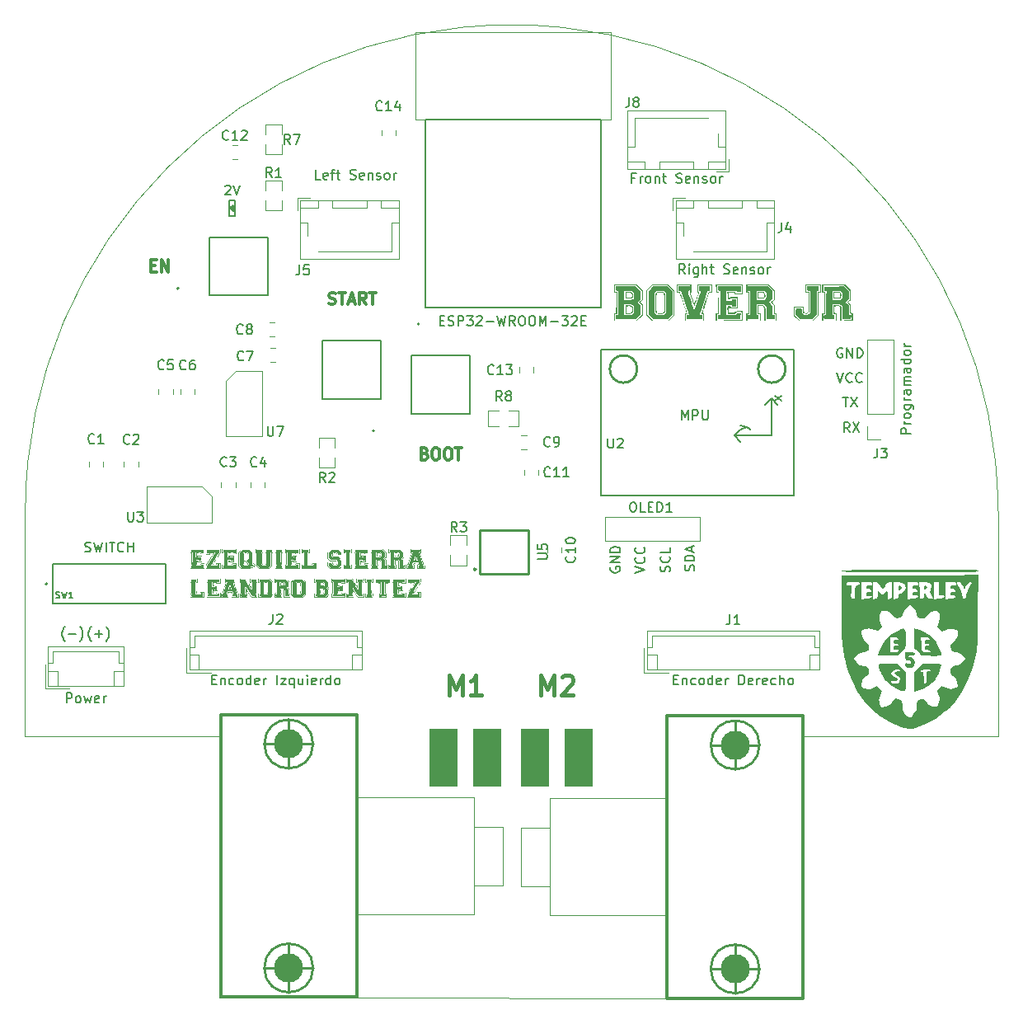
<source format=gbr>
%TF.GenerationSoftware,KiCad,Pcbnew,7.0.1*%
%TF.CreationDate,2023-08-15T21:04:50-03:00*%
%TF.ProjectId,BoverJr_PCBWAY,426f7665-724a-4725-9f50-43425741592e,rev?*%
%TF.SameCoordinates,Original*%
%TF.FileFunction,Legend,Top*%
%TF.FilePolarity,Positive*%
%FSLAX46Y46*%
G04 Gerber Fmt 4.6, Leading zero omitted, Abs format (unit mm)*
G04 Created by KiCad (PCBNEW 7.0.1) date 2023-08-15 21:04:50*
%MOMM*%
%LPD*%
G01*
G04 APERTURE LIST*
%ADD10C,0.150000*%
%ADD11C,0.200000*%
%ADD12C,0.400000*%
%ADD13C,0.300000*%
%ADD14C,0.099060*%
%ADD15C,0.120000*%
%ADD16C,0.127000*%
%ADD17C,0.304800*%
%ADD18C,0.254000*%
%ADD19C,0.100000*%
%ADD20R,3.000000X6.000000*%
%ADD21C,3.000000*%
%TA.AperFunction,Profile*%
%ADD22C,0.100000*%
%TD*%
G04 APERTURE END LIST*
D10*
X104123809Y-93158571D02*
X104076190Y-93110952D01*
X104076190Y-93110952D02*
X103980952Y-92968095D01*
X103980952Y-92968095D02*
X103933333Y-92872857D01*
X103933333Y-92872857D02*
X103885714Y-92730000D01*
X103885714Y-92730000D02*
X103838095Y-92491904D01*
X103838095Y-92491904D02*
X103838095Y-92301428D01*
X103838095Y-92301428D02*
X103885714Y-92063333D01*
X103885714Y-92063333D02*
X103933333Y-91920476D01*
X103933333Y-91920476D02*
X103980952Y-91825238D01*
X103980952Y-91825238D02*
X104076190Y-91682380D01*
X104076190Y-91682380D02*
X104123809Y-91634761D01*
X104504762Y-92396666D02*
X105266667Y-92396666D01*
X105647619Y-93158571D02*
X105695238Y-93110952D01*
X105695238Y-93110952D02*
X105790476Y-92968095D01*
X105790476Y-92968095D02*
X105838095Y-92872857D01*
X105838095Y-92872857D02*
X105885714Y-92730000D01*
X105885714Y-92730000D02*
X105933333Y-92491904D01*
X105933333Y-92491904D02*
X105933333Y-92301428D01*
X105933333Y-92301428D02*
X105885714Y-92063333D01*
X105885714Y-92063333D02*
X105838095Y-91920476D01*
X105838095Y-91920476D02*
X105790476Y-91825238D01*
X105790476Y-91825238D02*
X105695238Y-91682380D01*
X105695238Y-91682380D02*
X105647619Y-91634761D01*
D11*
X168730000Y-85909523D02*
X168777619Y-85766666D01*
X168777619Y-85766666D02*
X168777619Y-85528571D01*
X168777619Y-85528571D02*
X168730000Y-85433333D01*
X168730000Y-85433333D02*
X168682380Y-85385714D01*
X168682380Y-85385714D02*
X168587142Y-85338095D01*
X168587142Y-85338095D02*
X168491904Y-85338095D01*
X168491904Y-85338095D02*
X168396666Y-85385714D01*
X168396666Y-85385714D02*
X168349047Y-85433333D01*
X168349047Y-85433333D02*
X168301428Y-85528571D01*
X168301428Y-85528571D02*
X168253809Y-85719047D01*
X168253809Y-85719047D02*
X168206190Y-85814285D01*
X168206190Y-85814285D02*
X168158571Y-85861904D01*
X168158571Y-85861904D02*
X168063333Y-85909523D01*
X168063333Y-85909523D02*
X167968095Y-85909523D01*
X167968095Y-85909523D02*
X167872857Y-85861904D01*
X167872857Y-85861904D02*
X167825238Y-85814285D01*
X167825238Y-85814285D02*
X167777619Y-85719047D01*
X167777619Y-85719047D02*
X167777619Y-85480952D01*
X167777619Y-85480952D02*
X167825238Y-85338095D01*
X168777619Y-84909523D02*
X167777619Y-84909523D01*
X167777619Y-84909523D02*
X167777619Y-84671428D01*
X167777619Y-84671428D02*
X167825238Y-84528571D01*
X167825238Y-84528571D02*
X167920476Y-84433333D01*
X167920476Y-84433333D02*
X168015714Y-84385714D01*
X168015714Y-84385714D02*
X168206190Y-84338095D01*
X168206190Y-84338095D02*
X168349047Y-84338095D01*
X168349047Y-84338095D02*
X168539523Y-84385714D01*
X168539523Y-84385714D02*
X168634761Y-84433333D01*
X168634761Y-84433333D02*
X168730000Y-84528571D01*
X168730000Y-84528571D02*
X168777619Y-84671428D01*
X168777619Y-84671428D02*
X168777619Y-84909523D01*
X168491904Y-83957142D02*
X168491904Y-83480952D01*
X168777619Y-84052380D02*
X167777619Y-83719047D01*
X167777619Y-83719047D02*
X168777619Y-83385714D01*
X162671428Y-45553809D02*
X162338095Y-45553809D01*
X162338095Y-46077619D02*
X162338095Y-45077619D01*
X162338095Y-45077619D02*
X162814285Y-45077619D01*
X163195238Y-46077619D02*
X163195238Y-45410952D01*
X163195238Y-45601428D02*
X163242857Y-45506190D01*
X163242857Y-45506190D02*
X163290476Y-45458571D01*
X163290476Y-45458571D02*
X163385714Y-45410952D01*
X163385714Y-45410952D02*
X163480952Y-45410952D01*
X163957143Y-46077619D02*
X163861905Y-46030000D01*
X163861905Y-46030000D02*
X163814286Y-45982380D01*
X163814286Y-45982380D02*
X163766667Y-45887142D01*
X163766667Y-45887142D02*
X163766667Y-45601428D01*
X163766667Y-45601428D02*
X163814286Y-45506190D01*
X163814286Y-45506190D02*
X163861905Y-45458571D01*
X163861905Y-45458571D02*
X163957143Y-45410952D01*
X163957143Y-45410952D02*
X164100000Y-45410952D01*
X164100000Y-45410952D02*
X164195238Y-45458571D01*
X164195238Y-45458571D02*
X164242857Y-45506190D01*
X164242857Y-45506190D02*
X164290476Y-45601428D01*
X164290476Y-45601428D02*
X164290476Y-45887142D01*
X164290476Y-45887142D02*
X164242857Y-45982380D01*
X164242857Y-45982380D02*
X164195238Y-46030000D01*
X164195238Y-46030000D02*
X164100000Y-46077619D01*
X164100000Y-46077619D02*
X163957143Y-46077619D01*
X164719048Y-45410952D02*
X164719048Y-46077619D01*
X164719048Y-45506190D02*
X164766667Y-45458571D01*
X164766667Y-45458571D02*
X164861905Y-45410952D01*
X164861905Y-45410952D02*
X165004762Y-45410952D01*
X165004762Y-45410952D02*
X165100000Y-45458571D01*
X165100000Y-45458571D02*
X165147619Y-45553809D01*
X165147619Y-45553809D02*
X165147619Y-46077619D01*
X165480953Y-45410952D02*
X165861905Y-45410952D01*
X165623810Y-45077619D02*
X165623810Y-45934761D01*
X165623810Y-45934761D02*
X165671429Y-46030000D01*
X165671429Y-46030000D02*
X165766667Y-46077619D01*
X165766667Y-46077619D02*
X165861905Y-46077619D01*
X166909525Y-46030000D02*
X167052382Y-46077619D01*
X167052382Y-46077619D02*
X167290477Y-46077619D01*
X167290477Y-46077619D02*
X167385715Y-46030000D01*
X167385715Y-46030000D02*
X167433334Y-45982380D01*
X167433334Y-45982380D02*
X167480953Y-45887142D01*
X167480953Y-45887142D02*
X167480953Y-45791904D01*
X167480953Y-45791904D02*
X167433334Y-45696666D01*
X167433334Y-45696666D02*
X167385715Y-45649047D01*
X167385715Y-45649047D02*
X167290477Y-45601428D01*
X167290477Y-45601428D02*
X167100001Y-45553809D01*
X167100001Y-45553809D02*
X167004763Y-45506190D01*
X167004763Y-45506190D02*
X166957144Y-45458571D01*
X166957144Y-45458571D02*
X166909525Y-45363333D01*
X166909525Y-45363333D02*
X166909525Y-45268095D01*
X166909525Y-45268095D02*
X166957144Y-45172857D01*
X166957144Y-45172857D02*
X167004763Y-45125238D01*
X167004763Y-45125238D02*
X167100001Y-45077619D01*
X167100001Y-45077619D02*
X167338096Y-45077619D01*
X167338096Y-45077619D02*
X167480953Y-45125238D01*
X168290477Y-46030000D02*
X168195239Y-46077619D01*
X168195239Y-46077619D02*
X168004763Y-46077619D01*
X168004763Y-46077619D02*
X167909525Y-46030000D01*
X167909525Y-46030000D02*
X167861906Y-45934761D01*
X167861906Y-45934761D02*
X167861906Y-45553809D01*
X167861906Y-45553809D02*
X167909525Y-45458571D01*
X167909525Y-45458571D02*
X168004763Y-45410952D01*
X168004763Y-45410952D02*
X168195239Y-45410952D01*
X168195239Y-45410952D02*
X168290477Y-45458571D01*
X168290477Y-45458571D02*
X168338096Y-45553809D01*
X168338096Y-45553809D02*
X168338096Y-45649047D01*
X168338096Y-45649047D02*
X167861906Y-45744285D01*
X168766668Y-45410952D02*
X168766668Y-46077619D01*
X168766668Y-45506190D02*
X168814287Y-45458571D01*
X168814287Y-45458571D02*
X168909525Y-45410952D01*
X168909525Y-45410952D02*
X169052382Y-45410952D01*
X169052382Y-45410952D02*
X169147620Y-45458571D01*
X169147620Y-45458571D02*
X169195239Y-45553809D01*
X169195239Y-45553809D02*
X169195239Y-46077619D01*
X169623811Y-46030000D02*
X169719049Y-46077619D01*
X169719049Y-46077619D02*
X169909525Y-46077619D01*
X169909525Y-46077619D02*
X170004763Y-46030000D01*
X170004763Y-46030000D02*
X170052382Y-45934761D01*
X170052382Y-45934761D02*
X170052382Y-45887142D01*
X170052382Y-45887142D02*
X170004763Y-45791904D01*
X170004763Y-45791904D02*
X169909525Y-45744285D01*
X169909525Y-45744285D02*
X169766668Y-45744285D01*
X169766668Y-45744285D02*
X169671430Y-45696666D01*
X169671430Y-45696666D02*
X169623811Y-45601428D01*
X169623811Y-45601428D02*
X169623811Y-45553809D01*
X169623811Y-45553809D02*
X169671430Y-45458571D01*
X169671430Y-45458571D02*
X169766668Y-45410952D01*
X169766668Y-45410952D02*
X169909525Y-45410952D01*
X169909525Y-45410952D02*
X170004763Y-45458571D01*
X170623811Y-46077619D02*
X170528573Y-46030000D01*
X170528573Y-46030000D02*
X170480954Y-45982380D01*
X170480954Y-45982380D02*
X170433335Y-45887142D01*
X170433335Y-45887142D02*
X170433335Y-45601428D01*
X170433335Y-45601428D02*
X170480954Y-45506190D01*
X170480954Y-45506190D02*
X170528573Y-45458571D01*
X170528573Y-45458571D02*
X170623811Y-45410952D01*
X170623811Y-45410952D02*
X170766668Y-45410952D01*
X170766668Y-45410952D02*
X170861906Y-45458571D01*
X170861906Y-45458571D02*
X170909525Y-45506190D01*
X170909525Y-45506190D02*
X170957144Y-45601428D01*
X170957144Y-45601428D02*
X170957144Y-45887142D01*
X170957144Y-45887142D02*
X170909525Y-45982380D01*
X170909525Y-45982380D02*
X170861906Y-46030000D01*
X170861906Y-46030000D02*
X170766668Y-46077619D01*
X170766668Y-46077619D02*
X170623811Y-46077619D01*
X171385716Y-46077619D02*
X171385716Y-45410952D01*
X171385716Y-45601428D02*
X171433335Y-45506190D01*
X171433335Y-45506190D02*
X171480954Y-45458571D01*
X171480954Y-45458571D02*
X171576192Y-45410952D01*
X171576192Y-45410952D02*
X171671430Y-45410952D01*
X183995238Y-68077619D02*
X184566666Y-68077619D01*
X184280952Y-69077619D02*
X184280952Y-68077619D01*
X184804762Y-68077619D02*
X185471428Y-69077619D01*
X185471428Y-68077619D02*
X184804762Y-69077619D01*
X106823809Y-93158571D02*
X106776190Y-93110952D01*
X106776190Y-93110952D02*
X106680952Y-92968095D01*
X106680952Y-92968095D02*
X106633333Y-92872857D01*
X106633333Y-92872857D02*
X106585714Y-92730000D01*
X106585714Y-92730000D02*
X106538095Y-92491904D01*
X106538095Y-92491904D02*
X106538095Y-92301428D01*
X106538095Y-92301428D02*
X106585714Y-92063333D01*
X106585714Y-92063333D02*
X106633333Y-91920476D01*
X106633333Y-91920476D02*
X106680952Y-91825238D01*
X106680952Y-91825238D02*
X106776190Y-91682380D01*
X106776190Y-91682380D02*
X106823809Y-91634761D01*
X107204762Y-92396666D02*
X107966667Y-92396666D01*
X107585714Y-92777619D02*
X107585714Y-92015714D01*
X108347619Y-93158571D02*
X108395238Y-93110952D01*
X108395238Y-93110952D02*
X108490476Y-92968095D01*
X108490476Y-92968095D02*
X108538095Y-92872857D01*
X108538095Y-92872857D02*
X108585714Y-92730000D01*
X108585714Y-92730000D02*
X108633333Y-92491904D01*
X108633333Y-92491904D02*
X108633333Y-92301428D01*
X108633333Y-92301428D02*
X108585714Y-92063333D01*
X108585714Y-92063333D02*
X108538095Y-91920476D01*
X108538095Y-91920476D02*
X108490476Y-91825238D01*
X108490476Y-91825238D02*
X108395238Y-91682380D01*
X108395238Y-91682380D02*
X108347619Y-91634761D01*
X167809523Y-55427619D02*
X167476190Y-54951428D01*
X167238095Y-55427619D02*
X167238095Y-54427619D01*
X167238095Y-54427619D02*
X167619047Y-54427619D01*
X167619047Y-54427619D02*
X167714285Y-54475238D01*
X167714285Y-54475238D02*
X167761904Y-54522857D01*
X167761904Y-54522857D02*
X167809523Y-54618095D01*
X167809523Y-54618095D02*
X167809523Y-54760952D01*
X167809523Y-54760952D02*
X167761904Y-54856190D01*
X167761904Y-54856190D02*
X167714285Y-54903809D01*
X167714285Y-54903809D02*
X167619047Y-54951428D01*
X167619047Y-54951428D02*
X167238095Y-54951428D01*
X168238095Y-55427619D02*
X168238095Y-54760952D01*
X168238095Y-54427619D02*
X168190476Y-54475238D01*
X168190476Y-54475238D02*
X168238095Y-54522857D01*
X168238095Y-54522857D02*
X168285714Y-54475238D01*
X168285714Y-54475238D02*
X168238095Y-54427619D01*
X168238095Y-54427619D02*
X168238095Y-54522857D01*
X169142856Y-54760952D02*
X169142856Y-55570476D01*
X169142856Y-55570476D02*
X169095237Y-55665714D01*
X169095237Y-55665714D02*
X169047618Y-55713333D01*
X169047618Y-55713333D02*
X168952380Y-55760952D01*
X168952380Y-55760952D02*
X168809523Y-55760952D01*
X168809523Y-55760952D02*
X168714285Y-55713333D01*
X169142856Y-55380000D02*
X169047618Y-55427619D01*
X169047618Y-55427619D02*
X168857142Y-55427619D01*
X168857142Y-55427619D02*
X168761904Y-55380000D01*
X168761904Y-55380000D02*
X168714285Y-55332380D01*
X168714285Y-55332380D02*
X168666666Y-55237142D01*
X168666666Y-55237142D02*
X168666666Y-54951428D01*
X168666666Y-54951428D02*
X168714285Y-54856190D01*
X168714285Y-54856190D02*
X168761904Y-54808571D01*
X168761904Y-54808571D02*
X168857142Y-54760952D01*
X168857142Y-54760952D02*
X169047618Y-54760952D01*
X169047618Y-54760952D02*
X169142856Y-54808571D01*
X169619047Y-55427619D02*
X169619047Y-54427619D01*
X170047618Y-55427619D02*
X170047618Y-54903809D01*
X170047618Y-54903809D02*
X169999999Y-54808571D01*
X169999999Y-54808571D02*
X169904761Y-54760952D01*
X169904761Y-54760952D02*
X169761904Y-54760952D01*
X169761904Y-54760952D02*
X169666666Y-54808571D01*
X169666666Y-54808571D02*
X169619047Y-54856190D01*
X170380952Y-54760952D02*
X170761904Y-54760952D01*
X170523809Y-54427619D02*
X170523809Y-55284761D01*
X170523809Y-55284761D02*
X170571428Y-55380000D01*
X170571428Y-55380000D02*
X170666666Y-55427619D01*
X170666666Y-55427619D02*
X170761904Y-55427619D01*
X171809524Y-55380000D02*
X171952381Y-55427619D01*
X171952381Y-55427619D02*
X172190476Y-55427619D01*
X172190476Y-55427619D02*
X172285714Y-55380000D01*
X172285714Y-55380000D02*
X172333333Y-55332380D01*
X172333333Y-55332380D02*
X172380952Y-55237142D01*
X172380952Y-55237142D02*
X172380952Y-55141904D01*
X172380952Y-55141904D02*
X172333333Y-55046666D01*
X172333333Y-55046666D02*
X172285714Y-54999047D01*
X172285714Y-54999047D02*
X172190476Y-54951428D01*
X172190476Y-54951428D02*
X172000000Y-54903809D01*
X172000000Y-54903809D02*
X171904762Y-54856190D01*
X171904762Y-54856190D02*
X171857143Y-54808571D01*
X171857143Y-54808571D02*
X171809524Y-54713333D01*
X171809524Y-54713333D02*
X171809524Y-54618095D01*
X171809524Y-54618095D02*
X171857143Y-54522857D01*
X171857143Y-54522857D02*
X171904762Y-54475238D01*
X171904762Y-54475238D02*
X172000000Y-54427619D01*
X172000000Y-54427619D02*
X172238095Y-54427619D01*
X172238095Y-54427619D02*
X172380952Y-54475238D01*
X173190476Y-55380000D02*
X173095238Y-55427619D01*
X173095238Y-55427619D02*
X172904762Y-55427619D01*
X172904762Y-55427619D02*
X172809524Y-55380000D01*
X172809524Y-55380000D02*
X172761905Y-55284761D01*
X172761905Y-55284761D02*
X172761905Y-54903809D01*
X172761905Y-54903809D02*
X172809524Y-54808571D01*
X172809524Y-54808571D02*
X172904762Y-54760952D01*
X172904762Y-54760952D02*
X173095238Y-54760952D01*
X173095238Y-54760952D02*
X173190476Y-54808571D01*
X173190476Y-54808571D02*
X173238095Y-54903809D01*
X173238095Y-54903809D02*
X173238095Y-54999047D01*
X173238095Y-54999047D02*
X172761905Y-55094285D01*
X173666667Y-54760952D02*
X173666667Y-55427619D01*
X173666667Y-54856190D02*
X173714286Y-54808571D01*
X173714286Y-54808571D02*
X173809524Y-54760952D01*
X173809524Y-54760952D02*
X173952381Y-54760952D01*
X173952381Y-54760952D02*
X174047619Y-54808571D01*
X174047619Y-54808571D02*
X174095238Y-54903809D01*
X174095238Y-54903809D02*
X174095238Y-55427619D01*
X174523810Y-55380000D02*
X174619048Y-55427619D01*
X174619048Y-55427619D02*
X174809524Y-55427619D01*
X174809524Y-55427619D02*
X174904762Y-55380000D01*
X174904762Y-55380000D02*
X174952381Y-55284761D01*
X174952381Y-55284761D02*
X174952381Y-55237142D01*
X174952381Y-55237142D02*
X174904762Y-55141904D01*
X174904762Y-55141904D02*
X174809524Y-55094285D01*
X174809524Y-55094285D02*
X174666667Y-55094285D01*
X174666667Y-55094285D02*
X174571429Y-55046666D01*
X174571429Y-55046666D02*
X174523810Y-54951428D01*
X174523810Y-54951428D02*
X174523810Y-54903809D01*
X174523810Y-54903809D02*
X174571429Y-54808571D01*
X174571429Y-54808571D02*
X174666667Y-54760952D01*
X174666667Y-54760952D02*
X174809524Y-54760952D01*
X174809524Y-54760952D02*
X174904762Y-54808571D01*
X175523810Y-55427619D02*
X175428572Y-55380000D01*
X175428572Y-55380000D02*
X175380953Y-55332380D01*
X175380953Y-55332380D02*
X175333334Y-55237142D01*
X175333334Y-55237142D02*
X175333334Y-54951428D01*
X175333334Y-54951428D02*
X175380953Y-54856190D01*
X175380953Y-54856190D02*
X175428572Y-54808571D01*
X175428572Y-54808571D02*
X175523810Y-54760952D01*
X175523810Y-54760952D02*
X175666667Y-54760952D01*
X175666667Y-54760952D02*
X175761905Y-54808571D01*
X175761905Y-54808571D02*
X175809524Y-54856190D01*
X175809524Y-54856190D02*
X175857143Y-54951428D01*
X175857143Y-54951428D02*
X175857143Y-55237142D01*
X175857143Y-55237142D02*
X175809524Y-55332380D01*
X175809524Y-55332380D02*
X175761905Y-55380000D01*
X175761905Y-55380000D02*
X175666667Y-55427619D01*
X175666667Y-55427619D02*
X175523810Y-55427619D01*
X176285715Y-55427619D02*
X176285715Y-54760952D01*
X176285715Y-54951428D02*
X176333334Y-54856190D01*
X176333334Y-54856190D02*
X176380953Y-54808571D01*
X176380953Y-54808571D02*
X176476191Y-54760952D01*
X176476191Y-54760952D02*
X176571429Y-54760952D01*
X184709523Y-71677619D02*
X184376190Y-71201428D01*
X184138095Y-71677619D02*
X184138095Y-70677619D01*
X184138095Y-70677619D02*
X184519047Y-70677619D01*
X184519047Y-70677619D02*
X184614285Y-70725238D01*
X184614285Y-70725238D02*
X184661904Y-70772857D01*
X184661904Y-70772857D02*
X184709523Y-70868095D01*
X184709523Y-70868095D02*
X184709523Y-71010952D01*
X184709523Y-71010952D02*
X184661904Y-71106190D01*
X184661904Y-71106190D02*
X184614285Y-71153809D01*
X184614285Y-71153809D02*
X184519047Y-71201428D01*
X184519047Y-71201428D02*
X184138095Y-71201428D01*
X185042857Y-70677619D02*
X185709523Y-71677619D01*
X185709523Y-70677619D02*
X185042857Y-71677619D01*
X162677619Y-86104761D02*
X163677619Y-85771428D01*
X163677619Y-85771428D02*
X162677619Y-85438095D01*
X163582380Y-84533333D02*
X163630000Y-84580952D01*
X163630000Y-84580952D02*
X163677619Y-84723809D01*
X163677619Y-84723809D02*
X163677619Y-84819047D01*
X163677619Y-84819047D02*
X163630000Y-84961904D01*
X163630000Y-84961904D02*
X163534761Y-85057142D01*
X163534761Y-85057142D02*
X163439523Y-85104761D01*
X163439523Y-85104761D02*
X163249047Y-85152380D01*
X163249047Y-85152380D02*
X163106190Y-85152380D01*
X163106190Y-85152380D02*
X162915714Y-85104761D01*
X162915714Y-85104761D02*
X162820476Y-85057142D01*
X162820476Y-85057142D02*
X162725238Y-84961904D01*
X162725238Y-84961904D02*
X162677619Y-84819047D01*
X162677619Y-84819047D02*
X162677619Y-84723809D01*
X162677619Y-84723809D02*
X162725238Y-84580952D01*
X162725238Y-84580952D02*
X162772857Y-84533333D01*
X163582380Y-83533333D02*
X163630000Y-83580952D01*
X163630000Y-83580952D02*
X163677619Y-83723809D01*
X163677619Y-83723809D02*
X163677619Y-83819047D01*
X163677619Y-83819047D02*
X163630000Y-83961904D01*
X163630000Y-83961904D02*
X163534761Y-84057142D01*
X163534761Y-84057142D02*
X163439523Y-84104761D01*
X163439523Y-84104761D02*
X163249047Y-84152380D01*
X163249047Y-84152380D02*
X163106190Y-84152380D01*
X163106190Y-84152380D02*
X162915714Y-84104761D01*
X162915714Y-84104761D02*
X162820476Y-84057142D01*
X162820476Y-84057142D02*
X162725238Y-83961904D01*
X162725238Y-83961904D02*
X162677619Y-83819047D01*
X162677619Y-83819047D02*
X162677619Y-83723809D01*
X162677619Y-83723809D02*
X162725238Y-83580952D01*
X162725238Y-83580952D02*
X162772857Y-83533333D01*
D12*
X143576190Y-98655238D02*
X143576190Y-96655238D01*
X143576190Y-96655238D02*
X144242857Y-98083809D01*
X144242857Y-98083809D02*
X144909523Y-96655238D01*
X144909523Y-96655238D02*
X144909523Y-98655238D01*
X146909523Y-98655238D02*
X145766666Y-98655238D01*
X146338094Y-98655238D02*
X146338094Y-96655238D01*
X146338094Y-96655238D02*
X146147618Y-96940952D01*
X146147618Y-96940952D02*
X145957142Y-97131428D01*
X145957142Y-97131428D02*
X145766666Y-97226666D01*
D11*
X130364285Y-45727619D02*
X129888095Y-45727619D01*
X129888095Y-45727619D02*
X129888095Y-44727619D01*
X131078571Y-45680000D02*
X130983333Y-45727619D01*
X130983333Y-45727619D02*
X130792857Y-45727619D01*
X130792857Y-45727619D02*
X130697619Y-45680000D01*
X130697619Y-45680000D02*
X130650000Y-45584761D01*
X130650000Y-45584761D02*
X130650000Y-45203809D01*
X130650000Y-45203809D02*
X130697619Y-45108571D01*
X130697619Y-45108571D02*
X130792857Y-45060952D01*
X130792857Y-45060952D02*
X130983333Y-45060952D01*
X130983333Y-45060952D02*
X131078571Y-45108571D01*
X131078571Y-45108571D02*
X131126190Y-45203809D01*
X131126190Y-45203809D02*
X131126190Y-45299047D01*
X131126190Y-45299047D02*
X130650000Y-45394285D01*
X131411905Y-45060952D02*
X131792857Y-45060952D01*
X131554762Y-45727619D02*
X131554762Y-44870476D01*
X131554762Y-44870476D02*
X131602381Y-44775238D01*
X131602381Y-44775238D02*
X131697619Y-44727619D01*
X131697619Y-44727619D02*
X131792857Y-44727619D01*
X131983334Y-45060952D02*
X132364286Y-45060952D01*
X132126191Y-44727619D02*
X132126191Y-45584761D01*
X132126191Y-45584761D02*
X132173810Y-45680000D01*
X132173810Y-45680000D02*
X132269048Y-45727619D01*
X132269048Y-45727619D02*
X132364286Y-45727619D01*
X133411906Y-45680000D02*
X133554763Y-45727619D01*
X133554763Y-45727619D02*
X133792858Y-45727619D01*
X133792858Y-45727619D02*
X133888096Y-45680000D01*
X133888096Y-45680000D02*
X133935715Y-45632380D01*
X133935715Y-45632380D02*
X133983334Y-45537142D01*
X133983334Y-45537142D02*
X133983334Y-45441904D01*
X133983334Y-45441904D02*
X133935715Y-45346666D01*
X133935715Y-45346666D02*
X133888096Y-45299047D01*
X133888096Y-45299047D02*
X133792858Y-45251428D01*
X133792858Y-45251428D02*
X133602382Y-45203809D01*
X133602382Y-45203809D02*
X133507144Y-45156190D01*
X133507144Y-45156190D02*
X133459525Y-45108571D01*
X133459525Y-45108571D02*
X133411906Y-45013333D01*
X133411906Y-45013333D02*
X133411906Y-44918095D01*
X133411906Y-44918095D02*
X133459525Y-44822857D01*
X133459525Y-44822857D02*
X133507144Y-44775238D01*
X133507144Y-44775238D02*
X133602382Y-44727619D01*
X133602382Y-44727619D02*
X133840477Y-44727619D01*
X133840477Y-44727619D02*
X133983334Y-44775238D01*
X134792858Y-45680000D02*
X134697620Y-45727619D01*
X134697620Y-45727619D02*
X134507144Y-45727619D01*
X134507144Y-45727619D02*
X134411906Y-45680000D01*
X134411906Y-45680000D02*
X134364287Y-45584761D01*
X134364287Y-45584761D02*
X134364287Y-45203809D01*
X134364287Y-45203809D02*
X134411906Y-45108571D01*
X134411906Y-45108571D02*
X134507144Y-45060952D01*
X134507144Y-45060952D02*
X134697620Y-45060952D01*
X134697620Y-45060952D02*
X134792858Y-45108571D01*
X134792858Y-45108571D02*
X134840477Y-45203809D01*
X134840477Y-45203809D02*
X134840477Y-45299047D01*
X134840477Y-45299047D02*
X134364287Y-45394285D01*
X135269049Y-45060952D02*
X135269049Y-45727619D01*
X135269049Y-45156190D02*
X135316668Y-45108571D01*
X135316668Y-45108571D02*
X135411906Y-45060952D01*
X135411906Y-45060952D02*
X135554763Y-45060952D01*
X135554763Y-45060952D02*
X135650001Y-45108571D01*
X135650001Y-45108571D02*
X135697620Y-45203809D01*
X135697620Y-45203809D02*
X135697620Y-45727619D01*
X136126192Y-45680000D02*
X136221430Y-45727619D01*
X136221430Y-45727619D02*
X136411906Y-45727619D01*
X136411906Y-45727619D02*
X136507144Y-45680000D01*
X136507144Y-45680000D02*
X136554763Y-45584761D01*
X136554763Y-45584761D02*
X136554763Y-45537142D01*
X136554763Y-45537142D02*
X136507144Y-45441904D01*
X136507144Y-45441904D02*
X136411906Y-45394285D01*
X136411906Y-45394285D02*
X136269049Y-45394285D01*
X136269049Y-45394285D02*
X136173811Y-45346666D01*
X136173811Y-45346666D02*
X136126192Y-45251428D01*
X136126192Y-45251428D02*
X136126192Y-45203809D01*
X136126192Y-45203809D02*
X136173811Y-45108571D01*
X136173811Y-45108571D02*
X136269049Y-45060952D01*
X136269049Y-45060952D02*
X136411906Y-45060952D01*
X136411906Y-45060952D02*
X136507144Y-45108571D01*
X137126192Y-45727619D02*
X137030954Y-45680000D01*
X137030954Y-45680000D02*
X136983335Y-45632380D01*
X136983335Y-45632380D02*
X136935716Y-45537142D01*
X136935716Y-45537142D02*
X136935716Y-45251428D01*
X136935716Y-45251428D02*
X136983335Y-45156190D01*
X136983335Y-45156190D02*
X137030954Y-45108571D01*
X137030954Y-45108571D02*
X137126192Y-45060952D01*
X137126192Y-45060952D02*
X137269049Y-45060952D01*
X137269049Y-45060952D02*
X137364287Y-45108571D01*
X137364287Y-45108571D02*
X137411906Y-45156190D01*
X137411906Y-45156190D02*
X137459525Y-45251428D01*
X137459525Y-45251428D02*
X137459525Y-45537142D01*
X137459525Y-45537142D02*
X137411906Y-45632380D01*
X137411906Y-45632380D02*
X137364287Y-45680000D01*
X137364287Y-45680000D02*
X137269049Y-45727619D01*
X137269049Y-45727619D02*
X137126192Y-45727619D01*
X137888097Y-45727619D02*
X137888097Y-45060952D01*
X137888097Y-45251428D02*
X137935716Y-45156190D01*
X137935716Y-45156190D02*
X137983335Y-45108571D01*
X137983335Y-45108571D02*
X138078573Y-45060952D01*
X138078573Y-45060952D02*
X138173811Y-45060952D01*
X166230000Y-86009523D02*
X166277619Y-85866666D01*
X166277619Y-85866666D02*
X166277619Y-85628571D01*
X166277619Y-85628571D02*
X166230000Y-85533333D01*
X166230000Y-85533333D02*
X166182380Y-85485714D01*
X166182380Y-85485714D02*
X166087142Y-85438095D01*
X166087142Y-85438095D02*
X165991904Y-85438095D01*
X165991904Y-85438095D02*
X165896666Y-85485714D01*
X165896666Y-85485714D02*
X165849047Y-85533333D01*
X165849047Y-85533333D02*
X165801428Y-85628571D01*
X165801428Y-85628571D02*
X165753809Y-85819047D01*
X165753809Y-85819047D02*
X165706190Y-85914285D01*
X165706190Y-85914285D02*
X165658571Y-85961904D01*
X165658571Y-85961904D02*
X165563333Y-86009523D01*
X165563333Y-86009523D02*
X165468095Y-86009523D01*
X165468095Y-86009523D02*
X165372857Y-85961904D01*
X165372857Y-85961904D02*
X165325238Y-85914285D01*
X165325238Y-85914285D02*
X165277619Y-85819047D01*
X165277619Y-85819047D02*
X165277619Y-85580952D01*
X165277619Y-85580952D02*
X165325238Y-85438095D01*
X166182380Y-84438095D02*
X166230000Y-84485714D01*
X166230000Y-84485714D02*
X166277619Y-84628571D01*
X166277619Y-84628571D02*
X166277619Y-84723809D01*
X166277619Y-84723809D02*
X166230000Y-84866666D01*
X166230000Y-84866666D02*
X166134761Y-84961904D01*
X166134761Y-84961904D02*
X166039523Y-85009523D01*
X166039523Y-85009523D02*
X165849047Y-85057142D01*
X165849047Y-85057142D02*
X165706190Y-85057142D01*
X165706190Y-85057142D02*
X165515714Y-85009523D01*
X165515714Y-85009523D02*
X165420476Y-84961904D01*
X165420476Y-84961904D02*
X165325238Y-84866666D01*
X165325238Y-84866666D02*
X165277619Y-84723809D01*
X165277619Y-84723809D02*
X165277619Y-84628571D01*
X165277619Y-84628571D02*
X165325238Y-84485714D01*
X165325238Y-84485714D02*
X165372857Y-84438095D01*
X166277619Y-83533333D02*
X166277619Y-84009523D01*
X166277619Y-84009523D02*
X165277619Y-84009523D01*
X160185238Y-85538095D02*
X160137619Y-85633333D01*
X160137619Y-85633333D02*
X160137619Y-85776190D01*
X160137619Y-85776190D02*
X160185238Y-85919047D01*
X160185238Y-85919047D02*
X160280476Y-86014285D01*
X160280476Y-86014285D02*
X160375714Y-86061904D01*
X160375714Y-86061904D02*
X160566190Y-86109523D01*
X160566190Y-86109523D02*
X160709047Y-86109523D01*
X160709047Y-86109523D02*
X160899523Y-86061904D01*
X160899523Y-86061904D02*
X160994761Y-86014285D01*
X160994761Y-86014285D02*
X161090000Y-85919047D01*
X161090000Y-85919047D02*
X161137619Y-85776190D01*
X161137619Y-85776190D02*
X161137619Y-85680952D01*
X161137619Y-85680952D02*
X161090000Y-85538095D01*
X161090000Y-85538095D02*
X161042380Y-85490476D01*
X161042380Y-85490476D02*
X160709047Y-85490476D01*
X160709047Y-85490476D02*
X160709047Y-85680952D01*
X161137619Y-85061904D02*
X160137619Y-85061904D01*
X160137619Y-85061904D02*
X161137619Y-84490476D01*
X161137619Y-84490476D02*
X160137619Y-84490476D01*
X161137619Y-84014285D02*
X160137619Y-84014285D01*
X160137619Y-84014285D02*
X160137619Y-83776190D01*
X160137619Y-83776190D02*
X160185238Y-83633333D01*
X160185238Y-83633333D02*
X160280476Y-83538095D01*
X160280476Y-83538095D02*
X160375714Y-83490476D01*
X160375714Y-83490476D02*
X160566190Y-83442857D01*
X160566190Y-83442857D02*
X160709047Y-83442857D01*
X160709047Y-83442857D02*
X160899523Y-83490476D01*
X160899523Y-83490476D02*
X160994761Y-83538095D01*
X160994761Y-83538095D02*
X161090000Y-83633333D01*
X161090000Y-83633333D02*
X161137619Y-83776190D01*
X161137619Y-83776190D02*
X161137619Y-84014285D01*
X183395238Y-65577619D02*
X183728571Y-66577619D01*
X183728571Y-66577619D02*
X184061904Y-65577619D01*
X184966666Y-66482380D02*
X184919047Y-66530000D01*
X184919047Y-66530000D02*
X184776190Y-66577619D01*
X184776190Y-66577619D02*
X184680952Y-66577619D01*
X184680952Y-66577619D02*
X184538095Y-66530000D01*
X184538095Y-66530000D02*
X184442857Y-66434761D01*
X184442857Y-66434761D02*
X184395238Y-66339523D01*
X184395238Y-66339523D02*
X184347619Y-66149047D01*
X184347619Y-66149047D02*
X184347619Y-66006190D01*
X184347619Y-66006190D02*
X184395238Y-65815714D01*
X184395238Y-65815714D02*
X184442857Y-65720476D01*
X184442857Y-65720476D02*
X184538095Y-65625238D01*
X184538095Y-65625238D02*
X184680952Y-65577619D01*
X184680952Y-65577619D02*
X184776190Y-65577619D01*
X184776190Y-65577619D02*
X184919047Y-65625238D01*
X184919047Y-65625238D02*
X184966666Y-65672857D01*
X185966666Y-66482380D02*
X185919047Y-66530000D01*
X185919047Y-66530000D02*
X185776190Y-66577619D01*
X185776190Y-66577619D02*
X185680952Y-66577619D01*
X185680952Y-66577619D02*
X185538095Y-66530000D01*
X185538095Y-66530000D02*
X185442857Y-66434761D01*
X185442857Y-66434761D02*
X185395238Y-66339523D01*
X185395238Y-66339523D02*
X185347619Y-66149047D01*
X185347619Y-66149047D02*
X185347619Y-66006190D01*
X185347619Y-66006190D02*
X185395238Y-65815714D01*
X185395238Y-65815714D02*
X185442857Y-65720476D01*
X185442857Y-65720476D02*
X185538095Y-65625238D01*
X185538095Y-65625238D02*
X185680952Y-65577619D01*
X185680952Y-65577619D02*
X185776190Y-65577619D01*
X185776190Y-65577619D02*
X185919047Y-65625238D01*
X185919047Y-65625238D02*
X185966666Y-65672857D01*
X106190476Y-83930000D02*
X106333333Y-83977619D01*
X106333333Y-83977619D02*
X106571428Y-83977619D01*
X106571428Y-83977619D02*
X106666666Y-83930000D01*
X106666666Y-83930000D02*
X106714285Y-83882380D01*
X106714285Y-83882380D02*
X106761904Y-83787142D01*
X106761904Y-83787142D02*
X106761904Y-83691904D01*
X106761904Y-83691904D02*
X106714285Y-83596666D01*
X106714285Y-83596666D02*
X106666666Y-83549047D01*
X106666666Y-83549047D02*
X106571428Y-83501428D01*
X106571428Y-83501428D02*
X106380952Y-83453809D01*
X106380952Y-83453809D02*
X106285714Y-83406190D01*
X106285714Y-83406190D02*
X106238095Y-83358571D01*
X106238095Y-83358571D02*
X106190476Y-83263333D01*
X106190476Y-83263333D02*
X106190476Y-83168095D01*
X106190476Y-83168095D02*
X106238095Y-83072857D01*
X106238095Y-83072857D02*
X106285714Y-83025238D01*
X106285714Y-83025238D02*
X106380952Y-82977619D01*
X106380952Y-82977619D02*
X106619047Y-82977619D01*
X106619047Y-82977619D02*
X106761904Y-83025238D01*
X107095238Y-82977619D02*
X107333333Y-83977619D01*
X107333333Y-83977619D02*
X107523809Y-83263333D01*
X107523809Y-83263333D02*
X107714285Y-83977619D01*
X107714285Y-83977619D02*
X107952381Y-82977619D01*
X108333333Y-83977619D02*
X108333333Y-82977619D01*
X108666666Y-82977619D02*
X109238094Y-82977619D01*
X108952380Y-83977619D02*
X108952380Y-82977619D01*
X110142856Y-83882380D02*
X110095237Y-83930000D01*
X110095237Y-83930000D02*
X109952380Y-83977619D01*
X109952380Y-83977619D02*
X109857142Y-83977619D01*
X109857142Y-83977619D02*
X109714285Y-83930000D01*
X109714285Y-83930000D02*
X109619047Y-83834761D01*
X109619047Y-83834761D02*
X109571428Y-83739523D01*
X109571428Y-83739523D02*
X109523809Y-83549047D01*
X109523809Y-83549047D02*
X109523809Y-83406190D01*
X109523809Y-83406190D02*
X109571428Y-83215714D01*
X109571428Y-83215714D02*
X109619047Y-83120476D01*
X109619047Y-83120476D02*
X109714285Y-83025238D01*
X109714285Y-83025238D02*
X109857142Y-82977619D01*
X109857142Y-82977619D02*
X109952380Y-82977619D01*
X109952380Y-82977619D02*
X110095237Y-83025238D01*
X110095237Y-83025238D02*
X110142856Y-83072857D01*
X110571428Y-83977619D02*
X110571428Y-82977619D01*
X110571428Y-83453809D02*
X111142856Y-83453809D01*
X111142856Y-83977619D02*
X111142856Y-82977619D01*
D12*
X152976190Y-98655238D02*
X152976190Y-96655238D01*
X152976190Y-96655238D02*
X153642857Y-98083809D01*
X153642857Y-98083809D02*
X154309523Y-96655238D01*
X154309523Y-96655238D02*
X154309523Y-98655238D01*
X155166666Y-96845714D02*
X155261904Y-96750476D01*
X155261904Y-96750476D02*
X155452380Y-96655238D01*
X155452380Y-96655238D02*
X155928571Y-96655238D01*
X155928571Y-96655238D02*
X156119047Y-96750476D01*
X156119047Y-96750476D02*
X156214285Y-96845714D01*
X156214285Y-96845714D02*
X156309523Y-97036190D01*
X156309523Y-97036190D02*
X156309523Y-97226666D01*
X156309523Y-97226666D02*
X156214285Y-97512380D01*
X156214285Y-97512380D02*
X155071428Y-98655238D01*
X155071428Y-98655238D02*
X156309523Y-98655238D01*
D11*
X183961904Y-63085238D02*
X183866666Y-63037619D01*
X183866666Y-63037619D02*
X183723809Y-63037619D01*
X183723809Y-63037619D02*
X183580952Y-63085238D01*
X183580952Y-63085238D02*
X183485714Y-63180476D01*
X183485714Y-63180476D02*
X183438095Y-63275714D01*
X183438095Y-63275714D02*
X183390476Y-63466190D01*
X183390476Y-63466190D02*
X183390476Y-63609047D01*
X183390476Y-63609047D02*
X183438095Y-63799523D01*
X183438095Y-63799523D02*
X183485714Y-63894761D01*
X183485714Y-63894761D02*
X183580952Y-63990000D01*
X183580952Y-63990000D02*
X183723809Y-64037619D01*
X183723809Y-64037619D02*
X183819047Y-64037619D01*
X183819047Y-64037619D02*
X183961904Y-63990000D01*
X183961904Y-63990000D02*
X184009523Y-63942380D01*
X184009523Y-63942380D02*
X184009523Y-63609047D01*
X184009523Y-63609047D02*
X183819047Y-63609047D01*
X184438095Y-64037619D02*
X184438095Y-63037619D01*
X184438095Y-63037619D02*
X185009523Y-64037619D01*
X185009523Y-64037619D02*
X185009523Y-63037619D01*
X185485714Y-64037619D02*
X185485714Y-63037619D01*
X185485714Y-63037619D02*
X185723809Y-63037619D01*
X185723809Y-63037619D02*
X185866666Y-63085238D01*
X185866666Y-63085238D02*
X185961904Y-63180476D01*
X185961904Y-63180476D02*
X186009523Y-63275714D01*
X186009523Y-63275714D02*
X186057142Y-63466190D01*
X186057142Y-63466190D02*
X186057142Y-63609047D01*
X186057142Y-63609047D02*
X186009523Y-63799523D01*
X186009523Y-63799523D02*
X185961904Y-63894761D01*
X185961904Y-63894761D02*
X185866666Y-63990000D01*
X185866666Y-63990000D02*
X185723809Y-64037619D01*
X185723809Y-64037619D02*
X185485714Y-64037619D01*
%TO.C,R8*%
X149008333Y-68462619D02*
X148675000Y-67986428D01*
X148436905Y-68462619D02*
X148436905Y-67462619D01*
X148436905Y-67462619D02*
X148817857Y-67462619D01*
X148817857Y-67462619D02*
X148913095Y-67510238D01*
X148913095Y-67510238D02*
X148960714Y-67557857D01*
X148960714Y-67557857D02*
X149008333Y-67653095D01*
X149008333Y-67653095D02*
X149008333Y-67795952D01*
X149008333Y-67795952D02*
X148960714Y-67891190D01*
X148960714Y-67891190D02*
X148913095Y-67938809D01*
X148913095Y-67938809D02*
X148817857Y-67986428D01*
X148817857Y-67986428D02*
X148436905Y-67986428D01*
X149579762Y-67891190D02*
X149484524Y-67843571D01*
X149484524Y-67843571D02*
X149436905Y-67795952D01*
X149436905Y-67795952D02*
X149389286Y-67700714D01*
X149389286Y-67700714D02*
X149389286Y-67653095D01*
X149389286Y-67653095D02*
X149436905Y-67557857D01*
X149436905Y-67557857D02*
X149484524Y-67510238D01*
X149484524Y-67510238D02*
X149579762Y-67462619D01*
X149579762Y-67462619D02*
X149770238Y-67462619D01*
X149770238Y-67462619D02*
X149865476Y-67510238D01*
X149865476Y-67510238D02*
X149913095Y-67557857D01*
X149913095Y-67557857D02*
X149960714Y-67653095D01*
X149960714Y-67653095D02*
X149960714Y-67700714D01*
X149960714Y-67700714D02*
X149913095Y-67795952D01*
X149913095Y-67795952D02*
X149865476Y-67843571D01*
X149865476Y-67843571D02*
X149770238Y-67891190D01*
X149770238Y-67891190D02*
X149579762Y-67891190D01*
X149579762Y-67891190D02*
X149484524Y-67938809D01*
X149484524Y-67938809D02*
X149436905Y-67986428D01*
X149436905Y-67986428D02*
X149389286Y-68081666D01*
X149389286Y-68081666D02*
X149389286Y-68272142D01*
X149389286Y-68272142D02*
X149436905Y-68367380D01*
X149436905Y-68367380D02*
X149484524Y-68415000D01*
X149484524Y-68415000D02*
X149579762Y-68462619D01*
X149579762Y-68462619D02*
X149770238Y-68462619D01*
X149770238Y-68462619D02*
X149865476Y-68415000D01*
X149865476Y-68415000D02*
X149913095Y-68367380D01*
X149913095Y-68367380D02*
X149960714Y-68272142D01*
X149960714Y-68272142D02*
X149960714Y-68081666D01*
X149960714Y-68081666D02*
X149913095Y-67986428D01*
X149913095Y-67986428D02*
X149865476Y-67938809D01*
X149865476Y-67938809D02*
X149770238Y-67891190D01*
%TO.C,R2*%
X130858333Y-76812619D02*
X130525000Y-76336428D01*
X130286905Y-76812619D02*
X130286905Y-75812619D01*
X130286905Y-75812619D02*
X130667857Y-75812619D01*
X130667857Y-75812619D02*
X130763095Y-75860238D01*
X130763095Y-75860238D02*
X130810714Y-75907857D01*
X130810714Y-75907857D02*
X130858333Y-76003095D01*
X130858333Y-76003095D02*
X130858333Y-76145952D01*
X130858333Y-76145952D02*
X130810714Y-76241190D01*
X130810714Y-76241190D02*
X130763095Y-76288809D01*
X130763095Y-76288809D02*
X130667857Y-76336428D01*
X130667857Y-76336428D02*
X130286905Y-76336428D01*
X131239286Y-75907857D02*
X131286905Y-75860238D01*
X131286905Y-75860238D02*
X131382143Y-75812619D01*
X131382143Y-75812619D02*
X131620238Y-75812619D01*
X131620238Y-75812619D02*
X131715476Y-75860238D01*
X131715476Y-75860238D02*
X131763095Y-75907857D01*
X131763095Y-75907857D02*
X131810714Y-76003095D01*
X131810714Y-76003095D02*
X131810714Y-76098333D01*
X131810714Y-76098333D02*
X131763095Y-76241190D01*
X131763095Y-76241190D02*
X131191667Y-76812619D01*
X131191667Y-76812619D02*
X131810714Y-76812619D01*
%TO.C,C14*%
X136682142Y-38567380D02*
X136634523Y-38615000D01*
X136634523Y-38615000D02*
X136491666Y-38662619D01*
X136491666Y-38662619D02*
X136396428Y-38662619D01*
X136396428Y-38662619D02*
X136253571Y-38615000D01*
X136253571Y-38615000D02*
X136158333Y-38519761D01*
X136158333Y-38519761D02*
X136110714Y-38424523D01*
X136110714Y-38424523D02*
X136063095Y-38234047D01*
X136063095Y-38234047D02*
X136063095Y-38091190D01*
X136063095Y-38091190D02*
X136110714Y-37900714D01*
X136110714Y-37900714D02*
X136158333Y-37805476D01*
X136158333Y-37805476D02*
X136253571Y-37710238D01*
X136253571Y-37710238D02*
X136396428Y-37662619D01*
X136396428Y-37662619D02*
X136491666Y-37662619D01*
X136491666Y-37662619D02*
X136634523Y-37710238D01*
X136634523Y-37710238D02*
X136682142Y-37757857D01*
X137634523Y-38662619D02*
X137063095Y-38662619D01*
X137348809Y-38662619D02*
X137348809Y-37662619D01*
X137348809Y-37662619D02*
X137253571Y-37805476D01*
X137253571Y-37805476D02*
X137158333Y-37900714D01*
X137158333Y-37900714D02*
X137063095Y-37948333D01*
X138491666Y-37995952D02*
X138491666Y-38662619D01*
X138253571Y-37615000D02*
X138015476Y-38329285D01*
X138015476Y-38329285D02*
X138634523Y-38329285D01*
%TO.C,C7*%
X122458333Y-64242380D02*
X122410714Y-64290000D01*
X122410714Y-64290000D02*
X122267857Y-64337619D01*
X122267857Y-64337619D02*
X122172619Y-64337619D01*
X122172619Y-64337619D02*
X122029762Y-64290000D01*
X122029762Y-64290000D02*
X121934524Y-64194761D01*
X121934524Y-64194761D02*
X121886905Y-64099523D01*
X121886905Y-64099523D02*
X121839286Y-63909047D01*
X121839286Y-63909047D02*
X121839286Y-63766190D01*
X121839286Y-63766190D02*
X121886905Y-63575714D01*
X121886905Y-63575714D02*
X121934524Y-63480476D01*
X121934524Y-63480476D02*
X122029762Y-63385238D01*
X122029762Y-63385238D02*
X122172619Y-63337619D01*
X122172619Y-63337619D02*
X122267857Y-63337619D01*
X122267857Y-63337619D02*
X122410714Y-63385238D01*
X122410714Y-63385238D02*
X122458333Y-63432857D01*
X122791667Y-63337619D02*
X123458333Y-63337619D01*
X123458333Y-63337619D02*
X123029762Y-64337619D01*
%TO.C,J1*%
X172416666Y-90412619D02*
X172416666Y-91126904D01*
X172416666Y-91126904D02*
X172369047Y-91269761D01*
X172369047Y-91269761D02*
X172273809Y-91365000D01*
X172273809Y-91365000D02*
X172130952Y-91412619D01*
X172130952Y-91412619D02*
X172035714Y-91412619D01*
X173416666Y-91412619D02*
X172845238Y-91412619D01*
X173130952Y-91412619D02*
X173130952Y-90412619D01*
X173130952Y-90412619D02*
X173035714Y-90555476D01*
X173035714Y-90555476D02*
X172940476Y-90650714D01*
X172940476Y-90650714D02*
X172845238Y-90698333D01*
X166630951Y-97088809D02*
X166964284Y-97088809D01*
X167107141Y-97612619D02*
X166630951Y-97612619D01*
X166630951Y-97612619D02*
X166630951Y-96612619D01*
X166630951Y-96612619D02*
X167107141Y-96612619D01*
X167535713Y-96945952D02*
X167535713Y-97612619D01*
X167535713Y-97041190D02*
X167583332Y-96993571D01*
X167583332Y-96993571D02*
X167678570Y-96945952D01*
X167678570Y-96945952D02*
X167821427Y-96945952D01*
X167821427Y-96945952D02*
X167916665Y-96993571D01*
X167916665Y-96993571D02*
X167964284Y-97088809D01*
X167964284Y-97088809D02*
X167964284Y-97612619D01*
X168869046Y-97565000D02*
X168773808Y-97612619D01*
X168773808Y-97612619D02*
X168583332Y-97612619D01*
X168583332Y-97612619D02*
X168488094Y-97565000D01*
X168488094Y-97565000D02*
X168440475Y-97517380D01*
X168440475Y-97517380D02*
X168392856Y-97422142D01*
X168392856Y-97422142D02*
X168392856Y-97136428D01*
X168392856Y-97136428D02*
X168440475Y-97041190D01*
X168440475Y-97041190D02*
X168488094Y-96993571D01*
X168488094Y-96993571D02*
X168583332Y-96945952D01*
X168583332Y-96945952D02*
X168773808Y-96945952D01*
X168773808Y-96945952D02*
X168869046Y-96993571D01*
X169440475Y-97612619D02*
X169345237Y-97565000D01*
X169345237Y-97565000D02*
X169297618Y-97517380D01*
X169297618Y-97517380D02*
X169249999Y-97422142D01*
X169249999Y-97422142D02*
X169249999Y-97136428D01*
X169249999Y-97136428D02*
X169297618Y-97041190D01*
X169297618Y-97041190D02*
X169345237Y-96993571D01*
X169345237Y-96993571D02*
X169440475Y-96945952D01*
X169440475Y-96945952D02*
X169583332Y-96945952D01*
X169583332Y-96945952D02*
X169678570Y-96993571D01*
X169678570Y-96993571D02*
X169726189Y-97041190D01*
X169726189Y-97041190D02*
X169773808Y-97136428D01*
X169773808Y-97136428D02*
X169773808Y-97422142D01*
X169773808Y-97422142D02*
X169726189Y-97517380D01*
X169726189Y-97517380D02*
X169678570Y-97565000D01*
X169678570Y-97565000D02*
X169583332Y-97612619D01*
X169583332Y-97612619D02*
X169440475Y-97612619D01*
X170630951Y-97612619D02*
X170630951Y-96612619D01*
X170630951Y-97565000D02*
X170535713Y-97612619D01*
X170535713Y-97612619D02*
X170345237Y-97612619D01*
X170345237Y-97612619D02*
X170249999Y-97565000D01*
X170249999Y-97565000D02*
X170202380Y-97517380D01*
X170202380Y-97517380D02*
X170154761Y-97422142D01*
X170154761Y-97422142D02*
X170154761Y-97136428D01*
X170154761Y-97136428D02*
X170202380Y-97041190D01*
X170202380Y-97041190D02*
X170249999Y-96993571D01*
X170249999Y-96993571D02*
X170345237Y-96945952D01*
X170345237Y-96945952D02*
X170535713Y-96945952D01*
X170535713Y-96945952D02*
X170630951Y-96993571D01*
X171488094Y-97565000D02*
X171392856Y-97612619D01*
X171392856Y-97612619D02*
X171202380Y-97612619D01*
X171202380Y-97612619D02*
X171107142Y-97565000D01*
X171107142Y-97565000D02*
X171059523Y-97469761D01*
X171059523Y-97469761D02*
X171059523Y-97088809D01*
X171059523Y-97088809D02*
X171107142Y-96993571D01*
X171107142Y-96993571D02*
X171202380Y-96945952D01*
X171202380Y-96945952D02*
X171392856Y-96945952D01*
X171392856Y-96945952D02*
X171488094Y-96993571D01*
X171488094Y-96993571D02*
X171535713Y-97088809D01*
X171535713Y-97088809D02*
X171535713Y-97184047D01*
X171535713Y-97184047D02*
X171059523Y-97279285D01*
X171964285Y-97612619D02*
X171964285Y-96945952D01*
X171964285Y-97136428D02*
X172011904Y-97041190D01*
X172011904Y-97041190D02*
X172059523Y-96993571D01*
X172059523Y-96993571D02*
X172154761Y-96945952D01*
X172154761Y-96945952D02*
X172249999Y-96945952D01*
X173345238Y-97612619D02*
X173345238Y-96612619D01*
X173345238Y-96612619D02*
X173583333Y-96612619D01*
X173583333Y-96612619D02*
X173726190Y-96660238D01*
X173726190Y-96660238D02*
X173821428Y-96755476D01*
X173821428Y-96755476D02*
X173869047Y-96850714D01*
X173869047Y-96850714D02*
X173916666Y-97041190D01*
X173916666Y-97041190D02*
X173916666Y-97184047D01*
X173916666Y-97184047D02*
X173869047Y-97374523D01*
X173869047Y-97374523D02*
X173821428Y-97469761D01*
X173821428Y-97469761D02*
X173726190Y-97565000D01*
X173726190Y-97565000D02*
X173583333Y-97612619D01*
X173583333Y-97612619D02*
X173345238Y-97612619D01*
X174726190Y-97565000D02*
X174630952Y-97612619D01*
X174630952Y-97612619D02*
X174440476Y-97612619D01*
X174440476Y-97612619D02*
X174345238Y-97565000D01*
X174345238Y-97565000D02*
X174297619Y-97469761D01*
X174297619Y-97469761D02*
X174297619Y-97088809D01*
X174297619Y-97088809D02*
X174345238Y-96993571D01*
X174345238Y-96993571D02*
X174440476Y-96945952D01*
X174440476Y-96945952D02*
X174630952Y-96945952D01*
X174630952Y-96945952D02*
X174726190Y-96993571D01*
X174726190Y-96993571D02*
X174773809Y-97088809D01*
X174773809Y-97088809D02*
X174773809Y-97184047D01*
X174773809Y-97184047D02*
X174297619Y-97279285D01*
X175202381Y-97612619D02*
X175202381Y-96945952D01*
X175202381Y-97136428D02*
X175250000Y-97041190D01*
X175250000Y-97041190D02*
X175297619Y-96993571D01*
X175297619Y-96993571D02*
X175392857Y-96945952D01*
X175392857Y-96945952D02*
X175488095Y-96945952D01*
X176202381Y-97565000D02*
X176107143Y-97612619D01*
X176107143Y-97612619D02*
X175916667Y-97612619D01*
X175916667Y-97612619D02*
X175821429Y-97565000D01*
X175821429Y-97565000D02*
X175773810Y-97469761D01*
X175773810Y-97469761D02*
X175773810Y-97088809D01*
X175773810Y-97088809D02*
X175821429Y-96993571D01*
X175821429Y-96993571D02*
X175916667Y-96945952D01*
X175916667Y-96945952D02*
X176107143Y-96945952D01*
X176107143Y-96945952D02*
X176202381Y-96993571D01*
X176202381Y-96993571D02*
X176250000Y-97088809D01*
X176250000Y-97088809D02*
X176250000Y-97184047D01*
X176250000Y-97184047D02*
X175773810Y-97279285D01*
X177107143Y-97565000D02*
X177011905Y-97612619D01*
X177011905Y-97612619D02*
X176821429Y-97612619D01*
X176821429Y-97612619D02*
X176726191Y-97565000D01*
X176726191Y-97565000D02*
X176678572Y-97517380D01*
X176678572Y-97517380D02*
X176630953Y-97422142D01*
X176630953Y-97422142D02*
X176630953Y-97136428D01*
X176630953Y-97136428D02*
X176678572Y-97041190D01*
X176678572Y-97041190D02*
X176726191Y-96993571D01*
X176726191Y-96993571D02*
X176821429Y-96945952D01*
X176821429Y-96945952D02*
X177011905Y-96945952D01*
X177011905Y-96945952D02*
X177107143Y-96993571D01*
X177535715Y-97612619D02*
X177535715Y-96612619D01*
X177964286Y-97612619D02*
X177964286Y-97088809D01*
X177964286Y-97088809D02*
X177916667Y-96993571D01*
X177916667Y-96993571D02*
X177821429Y-96945952D01*
X177821429Y-96945952D02*
X177678572Y-96945952D01*
X177678572Y-96945952D02*
X177583334Y-96993571D01*
X177583334Y-96993571D02*
X177535715Y-97041190D01*
X178583334Y-97612619D02*
X178488096Y-97565000D01*
X178488096Y-97565000D02*
X178440477Y-97517380D01*
X178440477Y-97517380D02*
X178392858Y-97422142D01*
X178392858Y-97422142D02*
X178392858Y-97136428D01*
X178392858Y-97136428D02*
X178440477Y-97041190D01*
X178440477Y-97041190D02*
X178488096Y-96993571D01*
X178488096Y-96993571D02*
X178583334Y-96945952D01*
X178583334Y-96945952D02*
X178726191Y-96945952D01*
X178726191Y-96945952D02*
X178821429Y-96993571D01*
X178821429Y-96993571D02*
X178869048Y-97041190D01*
X178869048Y-97041190D02*
X178916667Y-97136428D01*
X178916667Y-97136428D02*
X178916667Y-97422142D01*
X178916667Y-97422142D02*
X178869048Y-97517380D01*
X178869048Y-97517380D02*
X178821429Y-97565000D01*
X178821429Y-97565000D02*
X178726191Y-97612619D01*
X178726191Y-97612619D02*
X178583334Y-97612619D01*
D10*
%TO.C,*%
D11*
%TO.C,J10*%
X104263809Y-99462619D02*
X104263809Y-98462619D01*
X104263809Y-98462619D02*
X104644761Y-98462619D01*
X104644761Y-98462619D02*
X104739999Y-98510238D01*
X104739999Y-98510238D02*
X104787618Y-98557857D01*
X104787618Y-98557857D02*
X104835237Y-98653095D01*
X104835237Y-98653095D02*
X104835237Y-98795952D01*
X104835237Y-98795952D02*
X104787618Y-98891190D01*
X104787618Y-98891190D02*
X104739999Y-98938809D01*
X104739999Y-98938809D02*
X104644761Y-98986428D01*
X104644761Y-98986428D02*
X104263809Y-98986428D01*
X105406666Y-99462619D02*
X105311428Y-99415000D01*
X105311428Y-99415000D02*
X105263809Y-99367380D01*
X105263809Y-99367380D02*
X105216190Y-99272142D01*
X105216190Y-99272142D02*
X105216190Y-98986428D01*
X105216190Y-98986428D02*
X105263809Y-98891190D01*
X105263809Y-98891190D02*
X105311428Y-98843571D01*
X105311428Y-98843571D02*
X105406666Y-98795952D01*
X105406666Y-98795952D02*
X105549523Y-98795952D01*
X105549523Y-98795952D02*
X105644761Y-98843571D01*
X105644761Y-98843571D02*
X105692380Y-98891190D01*
X105692380Y-98891190D02*
X105739999Y-98986428D01*
X105739999Y-98986428D02*
X105739999Y-99272142D01*
X105739999Y-99272142D02*
X105692380Y-99367380D01*
X105692380Y-99367380D02*
X105644761Y-99415000D01*
X105644761Y-99415000D02*
X105549523Y-99462619D01*
X105549523Y-99462619D02*
X105406666Y-99462619D01*
X106073333Y-98795952D02*
X106263809Y-99462619D01*
X106263809Y-99462619D02*
X106454285Y-98986428D01*
X106454285Y-98986428D02*
X106644761Y-99462619D01*
X106644761Y-99462619D02*
X106835237Y-98795952D01*
X107597142Y-99415000D02*
X107501904Y-99462619D01*
X107501904Y-99462619D02*
X107311428Y-99462619D01*
X107311428Y-99462619D02*
X107216190Y-99415000D01*
X107216190Y-99415000D02*
X107168571Y-99319761D01*
X107168571Y-99319761D02*
X107168571Y-98938809D01*
X107168571Y-98938809D02*
X107216190Y-98843571D01*
X107216190Y-98843571D02*
X107311428Y-98795952D01*
X107311428Y-98795952D02*
X107501904Y-98795952D01*
X107501904Y-98795952D02*
X107597142Y-98843571D01*
X107597142Y-98843571D02*
X107644761Y-98938809D01*
X107644761Y-98938809D02*
X107644761Y-99034047D01*
X107644761Y-99034047D02*
X107168571Y-99129285D01*
X108073333Y-99462619D02*
X108073333Y-98795952D01*
X108073333Y-98986428D02*
X108120952Y-98891190D01*
X108120952Y-98891190D02*
X108168571Y-98843571D01*
X108168571Y-98843571D02*
X108263809Y-98795952D01*
X108263809Y-98795952D02*
X108359047Y-98795952D01*
D10*
%TO.C,*%
D11*
%TO.C,LED_ESP32*%
X120585714Y-46406997D02*
X120633333Y-46359378D01*
X120633333Y-46359378D02*
X120728571Y-46311759D01*
X120728571Y-46311759D02*
X120966666Y-46311759D01*
X120966666Y-46311759D02*
X121061904Y-46359378D01*
X121061904Y-46359378D02*
X121109523Y-46406997D01*
X121109523Y-46406997D02*
X121157142Y-46502235D01*
X121157142Y-46502235D02*
X121157142Y-46597473D01*
X121157142Y-46597473D02*
X121109523Y-46740330D01*
X121109523Y-46740330D02*
X120538095Y-47311759D01*
X120538095Y-47311759D02*
X121157142Y-47311759D01*
X121442857Y-46311759D02*
X121776190Y-47311759D01*
X121776190Y-47311759D02*
X122109523Y-46311759D01*
%TO.C,C3*%
X120708333Y-75117380D02*
X120660714Y-75165000D01*
X120660714Y-75165000D02*
X120517857Y-75212619D01*
X120517857Y-75212619D02*
X120422619Y-75212619D01*
X120422619Y-75212619D02*
X120279762Y-75165000D01*
X120279762Y-75165000D02*
X120184524Y-75069761D01*
X120184524Y-75069761D02*
X120136905Y-74974523D01*
X120136905Y-74974523D02*
X120089286Y-74784047D01*
X120089286Y-74784047D02*
X120089286Y-74641190D01*
X120089286Y-74641190D02*
X120136905Y-74450714D01*
X120136905Y-74450714D02*
X120184524Y-74355476D01*
X120184524Y-74355476D02*
X120279762Y-74260238D01*
X120279762Y-74260238D02*
X120422619Y-74212619D01*
X120422619Y-74212619D02*
X120517857Y-74212619D01*
X120517857Y-74212619D02*
X120660714Y-74260238D01*
X120660714Y-74260238D02*
X120708333Y-74307857D01*
X121041667Y-74212619D02*
X121660714Y-74212619D01*
X121660714Y-74212619D02*
X121327381Y-74593571D01*
X121327381Y-74593571D02*
X121470238Y-74593571D01*
X121470238Y-74593571D02*
X121565476Y-74641190D01*
X121565476Y-74641190D02*
X121613095Y-74688809D01*
X121613095Y-74688809D02*
X121660714Y-74784047D01*
X121660714Y-74784047D02*
X121660714Y-75022142D01*
X121660714Y-75022142D02*
X121613095Y-75117380D01*
X121613095Y-75117380D02*
X121565476Y-75165000D01*
X121565476Y-75165000D02*
X121470238Y-75212619D01*
X121470238Y-75212619D02*
X121184524Y-75212619D01*
X121184524Y-75212619D02*
X121089286Y-75165000D01*
X121089286Y-75165000D02*
X121041667Y-75117380D01*
%TO.C,J3*%
X187541666Y-73332619D02*
X187541666Y-74046904D01*
X187541666Y-74046904D02*
X187494047Y-74189761D01*
X187494047Y-74189761D02*
X187398809Y-74285000D01*
X187398809Y-74285000D02*
X187255952Y-74332619D01*
X187255952Y-74332619D02*
X187160714Y-74332619D01*
X187922619Y-73332619D02*
X188541666Y-73332619D01*
X188541666Y-73332619D02*
X188208333Y-73713571D01*
X188208333Y-73713571D02*
X188351190Y-73713571D01*
X188351190Y-73713571D02*
X188446428Y-73761190D01*
X188446428Y-73761190D02*
X188494047Y-73808809D01*
X188494047Y-73808809D02*
X188541666Y-73904047D01*
X188541666Y-73904047D02*
X188541666Y-74142142D01*
X188541666Y-74142142D02*
X188494047Y-74237380D01*
X188494047Y-74237380D02*
X188446428Y-74285000D01*
X188446428Y-74285000D02*
X188351190Y-74332619D01*
X188351190Y-74332619D02*
X188065476Y-74332619D01*
X188065476Y-74332619D02*
X187970238Y-74285000D01*
X187970238Y-74285000D02*
X187922619Y-74237380D01*
X190962619Y-71821428D02*
X189962619Y-71821428D01*
X189962619Y-71821428D02*
X189962619Y-71440476D01*
X189962619Y-71440476D02*
X190010238Y-71345238D01*
X190010238Y-71345238D02*
X190057857Y-71297619D01*
X190057857Y-71297619D02*
X190153095Y-71250000D01*
X190153095Y-71250000D02*
X190295952Y-71250000D01*
X190295952Y-71250000D02*
X190391190Y-71297619D01*
X190391190Y-71297619D02*
X190438809Y-71345238D01*
X190438809Y-71345238D02*
X190486428Y-71440476D01*
X190486428Y-71440476D02*
X190486428Y-71821428D01*
X190962619Y-70821428D02*
X190295952Y-70821428D01*
X190486428Y-70821428D02*
X190391190Y-70773809D01*
X190391190Y-70773809D02*
X190343571Y-70726190D01*
X190343571Y-70726190D02*
X190295952Y-70630952D01*
X190295952Y-70630952D02*
X190295952Y-70535714D01*
X190962619Y-70059523D02*
X190915000Y-70154761D01*
X190915000Y-70154761D02*
X190867380Y-70202380D01*
X190867380Y-70202380D02*
X190772142Y-70249999D01*
X190772142Y-70249999D02*
X190486428Y-70249999D01*
X190486428Y-70249999D02*
X190391190Y-70202380D01*
X190391190Y-70202380D02*
X190343571Y-70154761D01*
X190343571Y-70154761D02*
X190295952Y-70059523D01*
X190295952Y-70059523D02*
X190295952Y-69916666D01*
X190295952Y-69916666D02*
X190343571Y-69821428D01*
X190343571Y-69821428D02*
X190391190Y-69773809D01*
X190391190Y-69773809D02*
X190486428Y-69726190D01*
X190486428Y-69726190D02*
X190772142Y-69726190D01*
X190772142Y-69726190D02*
X190867380Y-69773809D01*
X190867380Y-69773809D02*
X190915000Y-69821428D01*
X190915000Y-69821428D02*
X190962619Y-69916666D01*
X190962619Y-69916666D02*
X190962619Y-70059523D01*
X190295952Y-68869047D02*
X191105476Y-68869047D01*
X191105476Y-68869047D02*
X191200714Y-68916666D01*
X191200714Y-68916666D02*
X191248333Y-68964285D01*
X191248333Y-68964285D02*
X191295952Y-69059523D01*
X191295952Y-69059523D02*
X191295952Y-69202380D01*
X191295952Y-69202380D02*
X191248333Y-69297618D01*
X190915000Y-68869047D02*
X190962619Y-68964285D01*
X190962619Y-68964285D02*
X190962619Y-69154761D01*
X190962619Y-69154761D02*
X190915000Y-69249999D01*
X190915000Y-69249999D02*
X190867380Y-69297618D01*
X190867380Y-69297618D02*
X190772142Y-69345237D01*
X190772142Y-69345237D02*
X190486428Y-69345237D01*
X190486428Y-69345237D02*
X190391190Y-69297618D01*
X190391190Y-69297618D02*
X190343571Y-69249999D01*
X190343571Y-69249999D02*
X190295952Y-69154761D01*
X190295952Y-69154761D02*
X190295952Y-68964285D01*
X190295952Y-68964285D02*
X190343571Y-68869047D01*
X190962619Y-68392856D02*
X190295952Y-68392856D01*
X190486428Y-68392856D02*
X190391190Y-68345237D01*
X190391190Y-68345237D02*
X190343571Y-68297618D01*
X190343571Y-68297618D02*
X190295952Y-68202380D01*
X190295952Y-68202380D02*
X190295952Y-68107142D01*
X190962619Y-67345237D02*
X190438809Y-67345237D01*
X190438809Y-67345237D02*
X190343571Y-67392856D01*
X190343571Y-67392856D02*
X190295952Y-67488094D01*
X190295952Y-67488094D02*
X190295952Y-67678570D01*
X190295952Y-67678570D02*
X190343571Y-67773808D01*
X190915000Y-67345237D02*
X190962619Y-67440475D01*
X190962619Y-67440475D02*
X190962619Y-67678570D01*
X190962619Y-67678570D02*
X190915000Y-67773808D01*
X190915000Y-67773808D02*
X190819761Y-67821427D01*
X190819761Y-67821427D02*
X190724523Y-67821427D01*
X190724523Y-67821427D02*
X190629285Y-67773808D01*
X190629285Y-67773808D02*
X190581666Y-67678570D01*
X190581666Y-67678570D02*
X190581666Y-67440475D01*
X190581666Y-67440475D02*
X190534047Y-67345237D01*
X190962619Y-66869046D02*
X190295952Y-66869046D01*
X190391190Y-66869046D02*
X190343571Y-66821427D01*
X190343571Y-66821427D02*
X190295952Y-66726189D01*
X190295952Y-66726189D02*
X190295952Y-66583332D01*
X190295952Y-66583332D02*
X190343571Y-66488094D01*
X190343571Y-66488094D02*
X190438809Y-66440475D01*
X190438809Y-66440475D02*
X190962619Y-66440475D01*
X190438809Y-66440475D02*
X190343571Y-66392856D01*
X190343571Y-66392856D02*
X190295952Y-66297618D01*
X190295952Y-66297618D02*
X190295952Y-66154761D01*
X190295952Y-66154761D02*
X190343571Y-66059522D01*
X190343571Y-66059522D02*
X190438809Y-66011903D01*
X190438809Y-66011903D02*
X190962619Y-66011903D01*
X190962619Y-65107142D02*
X190438809Y-65107142D01*
X190438809Y-65107142D02*
X190343571Y-65154761D01*
X190343571Y-65154761D02*
X190295952Y-65249999D01*
X190295952Y-65249999D02*
X190295952Y-65440475D01*
X190295952Y-65440475D02*
X190343571Y-65535713D01*
X190915000Y-65107142D02*
X190962619Y-65202380D01*
X190962619Y-65202380D02*
X190962619Y-65440475D01*
X190962619Y-65440475D02*
X190915000Y-65535713D01*
X190915000Y-65535713D02*
X190819761Y-65583332D01*
X190819761Y-65583332D02*
X190724523Y-65583332D01*
X190724523Y-65583332D02*
X190629285Y-65535713D01*
X190629285Y-65535713D02*
X190581666Y-65440475D01*
X190581666Y-65440475D02*
X190581666Y-65202380D01*
X190581666Y-65202380D02*
X190534047Y-65107142D01*
X190962619Y-64202380D02*
X189962619Y-64202380D01*
X190915000Y-64202380D02*
X190962619Y-64297618D01*
X190962619Y-64297618D02*
X190962619Y-64488094D01*
X190962619Y-64488094D02*
X190915000Y-64583332D01*
X190915000Y-64583332D02*
X190867380Y-64630951D01*
X190867380Y-64630951D02*
X190772142Y-64678570D01*
X190772142Y-64678570D02*
X190486428Y-64678570D01*
X190486428Y-64678570D02*
X190391190Y-64630951D01*
X190391190Y-64630951D02*
X190343571Y-64583332D01*
X190343571Y-64583332D02*
X190295952Y-64488094D01*
X190295952Y-64488094D02*
X190295952Y-64297618D01*
X190295952Y-64297618D02*
X190343571Y-64202380D01*
X190962619Y-63583332D02*
X190915000Y-63678570D01*
X190915000Y-63678570D02*
X190867380Y-63726189D01*
X190867380Y-63726189D02*
X190772142Y-63773808D01*
X190772142Y-63773808D02*
X190486428Y-63773808D01*
X190486428Y-63773808D02*
X190391190Y-63726189D01*
X190391190Y-63726189D02*
X190343571Y-63678570D01*
X190343571Y-63678570D02*
X190295952Y-63583332D01*
X190295952Y-63583332D02*
X190295952Y-63440475D01*
X190295952Y-63440475D02*
X190343571Y-63345237D01*
X190343571Y-63345237D02*
X190391190Y-63297618D01*
X190391190Y-63297618D02*
X190486428Y-63249999D01*
X190486428Y-63249999D02*
X190772142Y-63249999D01*
X190772142Y-63249999D02*
X190867380Y-63297618D01*
X190867380Y-63297618D02*
X190915000Y-63345237D01*
X190915000Y-63345237D02*
X190962619Y-63440475D01*
X190962619Y-63440475D02*
X190962619Y-63583332D01*
X190962619Y-62821427D02*
X190295952Y-62821427D01*
X190486428Y-62821427D02*
X190391190Y-62773808D01*
X190391190Y-62773808D02*
X190343571Y-62726189D01*
X190343571Y-62726189D02*
X190295952Y-62630951D01*
X190295952Y-62630951D02*
X190295952Y-62535713D01*
%TO.C,C6*%
X116533333Y-65167380D02*
X116485714Y-65215000D01*
X116485714Y-65215000D02*
X116342857Y-65262619D01*
X116342857Y-65262619D02*
X116247619Y-65262619D01*
X116247619Y-65262619D02*
X116104762Y-65215000D01*
X116104762Y-65215000D02*
X116009524Y-65119761D01*
X116009524Y-65119761D02*
X115961905Y-65024523D01*
X115961905Y-65024523D02*
X115914286Y-64834047D01*
X115914286Y-64834047D02*
X115914286Y-64691190D01*
X115914286Y-64691190D02*
X115961905Y-64500714D01*
X115961905Y-64500714D02*
X116009524Y-64405476D01*
X116009524Y-64405476D02*
X116104762Y-64310238D01*
X116104762Y-64310238D02*
X116247619Y-64262619D01*
X116247619Y-64262619D02*
X116342857Y-64262619D01*
X116342857Y-64262619D02*
X116485714Y-64310238D01*
X116485714Y-64310238D02*
X116533333Y-64357857D01*
X117390476Y-64262619D02*
X117200000Y-64262619D01*
X117200000Y-64262619D02*
X117104762Y-64310238D01*
X117104762Y-64310238D02*
X117057143Y-64357857D01*
X117057143Y-64357857D02*
X116961905Y-64500714D01*
X116961905Y-64500714D02*
X116914286Y-64691190D01*
X116914286Y-64691190D02*
X116914286Y-65072142D01*
X116914286Y-65072142D02*
X116961905Y-65167380D01*
X116961905Y-65167380D02*
X117009524Y-65215000D01*
X117009524Y-65215000D02*
X117104762Y-65262619D01*
X117104762Y-65262619D02*
X117295238Y-65262619D01*
X117295238Y-65262619D02*
X117390476Y-65215000D01*
X117390476Y-65215000D02*
X117438095Y-65167380D01*
X117438095Y-65167380D02*
X117485714Y-65072142D01*
X117485714Y-65072142D02*
X117485714Y-64834047D01*
X117485714Y-64834047D02*
X117438095Y-64738809D01*
X117438095Y-64738809D02*
X117390476Y-64691190D01*
X117390476Y-64691190D02*
X117295238Y-64643571D01*
X117295238Y-64643571D02*
X117104762Y-64643571D01*
X117104762Y-64643571D02*
X117009524Y-64691190D01*
X117009524Y-64691190D02*
X116961905Y-64738809D01*
X116961905Y-64738809D02*
X116914286Y-64834047D01*
%TO.C,C8*%
X122383333Y-61517380D02*
X122335714Y-61565000D01*
X122335714Y-61565000D02*
X122192857Y-61612619D01*
X122192857Y-61612619D02*
X122097619Y-61612619D01*
X122097619Y-61612619D02*
X121954762Y-61565000D01*
X121954762Y-61565000D02*
X121859524Y-61469761D01*
X121859524Y-61469761D02*
X121811905Y-61374523D01*
X121811905Y-61374523D02*
X121764286Y-61184047D01*
X121764286Y-61184047D02*
X121764286Y-61041190D01*
X121764286Y-61041190D02*
X121811905Y-60850714D01*
X121811905Y-60850714D02*
X121859524Y-60755476D01*
X121859524Y-60755476D02*
X121954762Y-60660238D01*
X121954762Y-60660238D02*
X122097619Y-60612619D01*
X122097619Y-60612619D02*
X122192857Y-60612619D01*
X122192857Y-60612619D02*
X122335714Y-60660238D01*
X122335714Y-60660238D02*
X122383333Y-60707857D01*
X122954762Y-61041190D02*
X122859524Y-60993571D01*
X122859524Y-60993571D02*
X122811905Y-60945952D01*
X122811905Y-60945952D02*
X122764286Y-60850714D01*
X122764286Y-60850714D02*
X122764286Y-60803095D01*
X122764286Y-60803095D02*
X122811905Y-60707857D01*
X122811905Y-60707857D02*
X122859524Y-60660238D01*
X122859524Y-60660238D02*
X122954762Y-60612619D01*
X122954762Y-60612619D02*
X123145238Y-60612619D01*
X123145238Y-60612619D02*
X123240476Y-60660238D01*
X123240476Y-60660238D02*
X123288095Y-60707857D01*
X123288095Y-60707857D02*
X123335714Y-60803095D01*
X123335714Y-60803095D02*
X123335714Y-60850714D01*
X123335714Y-60850714D02*
X123288095Y-60945952D01*
X123288095Y-60945952D02*
X123240476Y-60993571D01*
X123240476Y-60993571D02*
X123145238Y-61041190D01*
X123145238Y-61041190D02*
X122954762Y-61041190D01*
X122954762Y-61041190D02*
X122859524Y-61088809D01*
X122859524Y-61088809D02*
X122811905Y-61136428D01*
X122811905Y-61136428D02*
X122764286Y-61231666D01*
X122764286Y-61231666D02*
X122764286Y-61422142D01*
X122764286Y-61422142D02*
X122811905Y-61517380D01*
X122811905Y-61517380D02*
X122859524Y-61565000D01*
X122859524Y-61565000D02*
X122954762Y-61612619D01*
X122954762Y-61612619D02*
X123145238Y-61612619D01*
X123145238Y-61612619D02*
X123240476Y-61565000D01*
X123240476Y-61565000D02*
X123288095Y-61517380D01*
X123288095Y-61517380D02*
X123335714Y-61422142D01*
X123335714Y-61422142D02*
X123335714Y-61231666D01*
X123335714Y-61231666D02*
X123288095Y-61136428D01*
X123288095Y-61136428D02*
X123240476Y-61088809D01*
X123240476Y-61088809D02*
X123145238Y-61041190D01*
D10*
%TO.C,J8*%
X162066666Y-37312619D02*
X162066666Y-38026904D01*
X162066666Y-38026904D02*
X162019047Y-38169761D01*
X162019047Y-38169761D02*
X161923809Y-38265000D01*
X161923809Y-38265000D02*
X161780952Y-38312619D01*
X161780952Y-38312619D02*
X161685714Y-38312619D01*
X162685714Y-37741190D02*
X162590476Y-37693571D01*
X162590476Y-37693571D02*
X162542857Y-37645952D01*
X162542857Y-37645952D02*
X162495238Y-37550714D01*
X162495238Y-37550714D02*
X162495238Y-37503095D01*
X162495238Y-37503095D02*
X162542857Y-37407857D01*
X162542857Y-37407857D02*
X162590476Y-37360238D01*
X162590476Y-37360238D02*
X162685714Y-37312619D01*
X162685714Y-37312619D02*
X162876190Y-37312619D01*
X162876190Y-37312619D02*
X162971428Y-37360238D01*
X162971428Y-37360238D02*
X163019047Y-37407857D01*
X163019047Y-37407857D02*
X163066666Y-37503095D01*
X163066666Y-37503095D02*
X163066666Y-37550714D01*
X163066666Y-37550714D02*
X163019047Y-37645952D01*
X163019047Y-37645952D02*
X162971428Y-37693571D01*
X162971428Y-37693571D02*
X162876190Y-37741190D01*
X162876190Y-37741190D02*
X162685714Y-37741190D01*
X162685714Y-37741190D02*
X162590476Y-37788809D01*
X162590476Y-37788809D02*
X162542857Y-37836428D01*
X162542857Y-37836428D02*
X162495238Y-37931666D01*
X162495238Y-37931666D02*
X162495238Y-38122142D01*
X162495238Y-38122142D02*
X162542857Y-38217380D01*
X162542857Y-38217380D02*
X162590476Y-38265000D01*
X162590476Y-38265000D02*
X162685714Y-38312619D01*
X162685714Y-38312619D02*
X162876190Y-38312619D01*
X162876190Y-38312619D02*
X162971428Y-38265000D01*
X162971428Y-38265000D02*
X163019047Y-38217380D01*
X163019047Y-38217380D02*
X163066666Y-38122142D01*
X163066666Y-38122142D02*
X163066666Y-37931666D01*
X163066666Y-37931666D02*
X163019047Y-37836428D01*
X163019047Y-37836428D02*
X162971428Y-37788809D01*
X162971428Y-37788809D02*
X162876190Y-37741190D01*
%TO.C,*%
%TO.C,J4*%
X177716666Y-50162619D02*
X177716666Y-50876904D01*
X177716666Y-50876904D02*
X177669047Y-51019761D01*
X177669047Y-51019761D02*
X177573809Y-51115000D01*
X177573809Y-51115000D02*
X177430952Y-51162619D01*
X177430952Y-51162619D02*
X177335714Y-51162619D01*
X178621428Y-50495952D02*
X178621428Y-51162619D01*
X178383333Y-50115000D02*
X178145238Y-50829285D01*
X178145238Y-50829285D02*
X178764285Y-50829285D01*
D11*
%TO.C,OLED1*%
X162371428Y-78862619D02*
X162561904Y-78862619D01*
X162561904Y-78862619D02*
X162657142Y-78910238D01*
X162657142Y-78910238D02*
X162752380Y-79005476D01*
X162752380Y-79005476D02*
X162799999Y-79195952D01*
X162799999Y-79195952D02*
X162799999Y-79529285D01*
X162799999Y-79529285D02*
X162752380Y-79719761D01*
X162752380Y-79719761D02*
X162657142Y-79815000D01*
X162657142Y-79815000D02*
X162561904Y-79862619D01*
X162561904Y-79862619D02*
X162371428Y-79862619D01*
X162371428Y-79862619D02*
X162276190Y-79815000D01*
X162276190Y-79815000D02*
X162180952Y-79719761D01*
X162180952Y-79719761D02*
X162133333Y-79529285D01*
X162133333Y-79529285D02*
X162133333Y-79195952D01*
X162133333Y-79195952D02*
X162180952Y-79005476D01*
X162180952Y-79005476D02*
X162276190Y-78910238D01*
X162276190Y-78910238D02*
X162371428Y-78862619D01*
X163704761Y-79862619D02*
X163228571Y-79862619D01*
X163228571Y-79862619D02*
X163228571Y-78862619D01*
X164038095Y-79338809D02*
X164371428Y-79338809D01*
X164514285Y-79862619D02*
X164038095Y-79862619D01*
X164038095Y-79862619D02*
X164038095Y-78862619D01*
X164038095Y-78862619D02*
X164514285Y-78862619D01*
X164942857Y-79862619D02*
X164942857Y-78862619D01*
X164942857Y-78862619D02*
X165180952Y-78862619D01*
X165180952Y-78862619D02*
X165323809Y-78910238D01*
X165323809Y-78910238D02*
X165419047Y-79005476D01*
X165419047Y-79005476D02*
X165466666Y-79100714D01*
X165466666Y-79100714D02*
X165514285Y-79291190D01*
X165514285Y-79291190D02*
X165514285Y-79434047D01*
X165514285Y-79434047D02*
X165466666Y-79624523D01*
X165466666Y-79624523D02*
X165419047Y-79719761D01*
X165419047Y-79719761D02*
X165323809Y-79815000D01*
X165323809Y-79815000D02*
X165180952Y-79862619D01*
X165180952Y-79862619D02*
X164942857Y-79862619D01*
X166466666Y-79862619D02*
X165895238Y-79862619D01*
X166180952Y-79862619D02*
X166180952Y-78862619D01*
X166180952Y-78862619D02*
X166085714Y-79005476D01*
X166085714Y-79005476D02*
X165990476Y-79100714D01*
X165990476Y-79100714D02*
X165895238Y-79148333D01*
D10*
%TO.C,U7*%
X124938095Y-71087619D02*
X124938095Y-71897142D01*
X124938095Y-71897142D02*
X124985714Y-71992380D01*
X124985714Y-71992380D02*
X125033333Y-72040000D01*
X125033333Y-72040000D02*
X125128571Y-72087619D01*
X125128571Y-72087619D02*
X125319047Y-72087619D01*
X125319047Y-72087619D02*
X125414285Y-72040000D01*
X125414285Y-72040000D02*
X125461904Y-71992380D01*
X125461904Y-71992380D02*
X125509523Y-71897142D01*
X125509523Y-71897142D02*
X125509523Y-71087619D01*
X125890476Y-71087619D02*
X126557142Y-71087619D01*
X126557142Y-71087619D02*
X126128571Y-72087619D01*
%TO.C,J5*%
X128216666Y-54512619D02*
X128216666Y-55226904D01*
X128216666Y-55226904D02*
X128169047Y-55369761D01*
X128169047Y-55369761D02*
X128073809Y-55465000D01*
X128073809Y-55465000D02*
X127930952Y-55512619D01*
X127930952Y-55512619D02*
X127835714Y-55512619D01*
X129169047Y-54512619D02*
X128692857Y-54512619D01*
X128692857Y-54512619D02*
X128645238Y-54988809D01*
X128645238Y-54988809D02*
X128692857Y-54941190D01*
X128692857Y-54941190D02*
X128788095Y-54893571D01*
X128788095Y-54893571D02*
X129026190Y-54893571D01*
X129026190Y-54893571D02*
X129121428Y-54941190D01*
X129121428Y-54941190D02*
X129169047Y-54988809D01*
X129169047Y-54988809D02*
X129216666Y-55084047D01*
X129216666Y-55084047D02*
X129216666Y-55322142D01*
X129216666Y-55322142D02*
X129169047Y-55417380D01*
X129169047Y-55417380D02*
X129121428Y-55465000D01*
X129121428Y-55465000D02*
X129026190Y-55512619D01*
X129026190Y-55512619D02*
X128788095Y-55512619D01*
X128788095Y-55512619D02*
X128692857Y-55465000D01*
X128692857Y-55465000D02*
X128645238Y-55417380D01*
D11*
%TO.C,C13*%
X148157142Y-65667380D02*
X148109523Y-65715000D01*
X148109523Y-65715000D02*
X147966666Y-65762619D01*
X147966666Y-65762619D02*
X147871428Y-65762619D01*
X147871428Y-65762619D02*
X147728571Y-65715000D01*
X147728571Y-65715000D02*
X147633333Y-65619761D01*
X147633333Y-65619761D02*
X147585714Y-65524523D01*
X147585714Y-65524523D02*
X147538095Y-65334047D01*
X147538095Y-65334047D02*
X147538095Y-65191190D01*
X147538095Y-65191190D02*
X147585714Y-65000714D01*
X147585714Y-65000714D02*
X147633333Y-64905476D01*
X147633333Y-64905476D02*
X147728571Y-64810238D01*
X147728571Y-64810238D02*
X147871428Y-64762619D01*
X147871428Y-64762619D02*
X147966666Y-64762619D01*
X147966666Y-64762619D02*
X148109523Y-64810238D01*
X148109523Y-64810238D02*
X148157142Y-64857857D01*
X149109523Y-65762619D02*
X148538095Y-65762619D01*
X148823809Y-65762619D02*
X148823809Y-64762619D01*
X148823809Y-64762619D02*
X148728571Y-64905476D01*
X148728571Y-64905476D02*
X148633333Y-65000714D01*
X148633333Y-65000714D02*
X148538095Y-65048333D01*
X149442857Y-64762619D02*
X150061904Y-64762619D01*
X150061904Y-64762619D02*
X149728571Y-65143571D01*
X149728571Y-65143571D02*
X149871428Y-65143571D01*
X149871428Y-65143571D02*
X149966666Y-65191190D01*
X149966666Y-65191190D02*
X150014285Y-65238809D01*
X150014285Y-65238809D02*
X150061904Y-65334047D01*
X150061904Y-65334047D02*
X150061904Y-65572142D01*
X150061904Y-65572142D02*
X150014285Y-65667380D01*
X150014285Y-65667380D02*
X149966666Y-65715000D01*
X149966666Y-65715000D02*
X149871428Y-65762619D01*
X149871428Y-65762619D02*
X149585714Y-65762619D01*
X149585714Y-65762619D02*
X149490476Y-65715000D01*
X149490476Y-65715000D02*
X149442857Y-65667380D01*
%TO.C,C9*%
X153933333Y-73067380D02*
X153885714Y-73115000D01*
X153885714Y-73115000D02*
X153742857Y-73162619D01*
X153742857Y-73162619D02*
X153647619Y-73162619D01*
X153647619Y-73162619D02*
X153504762Y-73115000D01*
X153504762Y-73115000D02*
X153409524Y-73019761D01*
X153409524Y-73019761D02*
X153361905Y-72924523D01*
X153361905Y-72924523D02*
X153314286Y-72734047D01*
X153314286Y-72734047D02*
X153314286Y-72591190D01*
X153314286Y-72591190D02*
X153361905Y-72400714D01*
X153361905Y-72400714D02*
X153409524Y-72305476D01*
X153409524Y-72305476D02*
X153504762Y-72210238D01*
X153504762Y-72210238D02*
X153647619Y-72162619D01*
X153647619Y-72162619D02*
X153742857Y-72162619D01*
X153742857Y-72162619D02*
X153885714Y-72210238D01*
X153885714Y-72210238D02*
X153933333Y-72257857D01*
X154409524Y-73162619D02*
X154600000Y-73162619D01*
X154600000Y-73162619D02*
X154695238Y-73115000D01*
X154695238Y-73115000D02*
X154742857Y-73067380D01*
X154742857Y-73067380D02*
X154838095Y-72924523D01*
X154838095Y-72924523D02*
X154885714Y-72734047D01*
X154885714Y-72734047D02*
X154885714Y-72353095D01*
X154885714Y-72353095D02*
X154838095Y-72257857D01*
X154838095Y-72257857D02*
X154790476Y-72210238D01*
X154790476Y-72210238D02*
X154695238Y-72162619D01*
X154695238Y-72162619D02*
X154504762Y-72162619D01*
X154504762Y-72162619D02*
X154409524Y-72210238D01*
X154409524Y-72210238D02*
X154361905Y-72257857D01*
X154361905Y-72257857D02*
X154314286Y-72353095D01*
X154314286Y-72353095D02*
X154314286Y-72591190D01*
X154314286Y-72591190D02*
X154361905Y-72686428D01*
X154361905Y-72686428D02*
X154409524Y-72734047D01*
X154409524Y-72734047D02*
X154504762Y-72781666D01*
X154504762Y-72781666D02*
X154695238Y-72781666D01*
X154695238Y-72781666D02*
X154790476Y-72734047D01*
X154790476Y-72734047D02*
X154838095Y-72686428D01*
X154838095Y-72686428D02*
X154885714Y-72591190D01*
%TO.C,U5*%
X152662619Y-84714904D02*
X153472142Y-84714904D01*
X153472142Y-84714904D02*
X153567380Y-84667285D01*
X153567380Y-84667285D02*
X153615000Y-84619666D01*
X153615000Y-84619666D02*
X153662619Y-84524428D01*
X153662619Y-84524428D02*
X153662619Y-84333952D01*
X153662619Y-84333952D02*
X153615000Y-84238714D01*
X153615000Y-84238714D02*
X153567380Y-84191095D01*
X153567380Y-84191095D02*
X153472142Y-84143476D01*
X153472142Y-84143476D02*
X152662619Y-84143476D01*
X152662619Y-83191095D02*
X152662619Y-83667285D01*
X152662619Y-83667285D02*
X153138809Y-83714904D01*
X153138809Y-83714904D02*
X153091190Y-83667285D01*
X153091190Y-83667285D02*
X153043571Y-83572047D01*
X153043571Y-83572047D02*
X153043571Y-83333952D01*
X153043571Y-83333952D02*
X153091190Y-83238714D01*
X153091190Y-83238714D02*
X153138809Y-83191095D01*
X153138809Y-83191095D02*
X153234047Y-83143476D01*
X153234047Y-83143476D02*
X153472142Y-83143476D01*
X153472142Y-83143476D02*
X153567380Y-83191095D01*
X153567380Y-83191095D02*
X153615000Y-83238714D01*
X153615000Y-83238714D02*
X153662619Y-83333952D01*
X153662619Y-83333952D02*
X153662619Y-83572047D01*
X153662619Y-83572047D02*
X153615000Y-83667285D01*
X153615000Y-83667285D02*
X153567380Y-83714904D01*
%TO.C,C10*%
X156447380Y-84442857D02*
X156495000Y-84490476D01*
X156495000Y-84490476D02*
X156542619Y-84633333D01*
X156542619Y-84633333D02*
X156542619Y-84728571D01*
X156542619Y-84728571D02*
X156495000Y-84871428D01*
X156495000Y-84871428D02*
X156399761Y-84966666D01*
X156399761Y-84966666D02*
X156304523Y-85014285D01*
X156304523Y-85014285D02*
X156114047Y-85061904D01*
X156114047Y-85061904D02*
X155971190Y-85061904D01*
X155971190Y-85061904D02*
X155780714Y-85014285D01*
X155780714Y-85014285D02*
X155685476Y-84966666D01*
X155685476Y-84966666D02*
X155590238Y-84871428D01*
X155590238Y-84871428D02*
X155542619Y-84728571D01*
X155542619Y-84728571D02*
X155542619Y-84633333D01*
X155542619Y-84633333D02*
X155590238Y-84490476D01*
X155590238Y-84490476D02*
X155637857Y-84442857D01*
X156542619Y-83490476D02*
X156542619Y-84061904D01*
X156542619Y-83776190D02*
X155542619Y-83776190D01*
X155542619Y-83776190D02*
X155685476Y-83871428D01*
X155685476Y-83871428D02*
X155780714Y-83966666D01*
X155780714Y-83966666D02*
X155828333Y-84061904D01*
X155542619Y-82871428D02*
X155542619Y-82776190D01*
X155542619Y-82776190D02*
X155590238Y-82680952D01*
X155590238Y-82680952D02*
X155637857Y-82633333D01*
X155637857Y-82633333D02*
X155733095Y-82585714D01*
X155733095Y-82585714D02*
X155923571Y-82538095D01*
X155923571Y-82538095D02*
X156161666Y-82538095D01*
X156161666Y-82538095D02*
X156352142Y-82585714D01*
X156352142Y-82585714D02*
X156447380Y-82633333D01*
X156447380Y-82633333D02*
X156495000Y-82680952D01*
X156495000Y-82680952D02*
X156542619Y-82776190D01*
X156542619Y-82776190D02*
X156542619Y-82871428D01*
X156542619Y-82871428D02*
X156495000Y-82966666D01*
X156495000Y-82966666D02*
X156447380Y-83014285D01*
X156447380Y-83014285D02*
X156352142Y-83061904D01*
X156352142Y-83061904D02*
X156161666Y-83109523D01*
X156161666Y-83109523D02*
X155923571Y-83109523D01*
X155923571Y-83109523D02*
X155733095Y-83061904D01*
X155733095Y-83061904D02*
X155637857Y-83014285D01*
X155637857Y-83014285D02*
X155590238Y-82966666D01*
X155590238Y-82966666D02*
X155542619Y-82871428D01*
%TO.C,R7*%
X127233333Y-42112619D02*
X126900000Y-41636428D01*
X126661905Y-42112619D02*
X126661905Y-41112619D01*
X126661905Y-41112619D02*
X127042857Y-41112619D01*
X127042857Y-41112619D02*
X127138095Y-41160238D01*
X127138095Y-41160238D02*
X127185714Y-41207857D01*
X127185714Y-41207857D02*
X127233333Y-41303095D01*
X127233333Y-41303095D02*
X127233333Y-41445952D01*
X127233333Y-41445952D02*
X127185714Y-41541190D01*
X127185714Y-41541190D02*
X127138095Y-41588809D01*
X127138095Y-41588809D02*
X127042857Y-41636428D01*
X127042857Y-41636428D02*
X126661905Y-41636428D01*
X127566667Y-41112619D02*
X128233333Y-41112619D01*
X128233333Y-41112619D02*
X127804762Y-42112619D01*
D10*
%TO.C,SW1*%
X103196666Y-88665600D02*
X103288095Y-88696076D01*
X103288095Y-88696076D02*
X103440476Y-88696076D01*
X103440476Y-88696076D02*
X103501428Y-88665600D01*
X103501428Y-88665600D02*
X103531904Y-88635123D01*
X103531904Y-88635123D02*
X103562381Y-88574171D01*
X103562381Y-88574171D02*
X103562381Y-88513219D01*
X103562381Y-88513219D02*
X103531904Y-88452266D01*
X103531904Y-88452266D02*
X103501428Y-88421790D01*
X103501428Y-88421790D02*
X103440476Y-88391314D01*
X103440476Y-88391314D02*
X103318571Y-88360838D01*
X103318571Y-88360838D02*
X103257619Y-88330361D01*
X103257619Y-88330361D02*
X103227142Y-88299885D01*
X103227142Y-88299885D02*
X103196666Y-88238933D01*
X103196666Y-88238933D02*
X103196666Y-88177980D01*
X103196666Y-88177980D02*
X103227142Y-88117028D01*
X103227142Y-88117028D02*
X103257619Y-88086552D01*
X103257619Y-88086552D02*
X103318571Y-88056076D01*
X103318571Y-88056076D02*
X103470952Y-88056076D01*
X103470952Y-88056076D02*
X103562381Y-88086552D01*
X103775714Y-88056076D02*
X103928095Y-88696076D01*
X103928095Y-88696076D02*
X104050000Y-88238933D01*
X104050000Y-88238933D02*
X104171905Y-88696076D01*
X104171905Y-88696076D02*
X104324286Y-88056076D01*
X104903334Y-88696076D02*
X104537619Y-88696076D01*
X104720476Y-88696076D02*
X104720476Y-88056076D01*
X104720476Y-88056076D02*
X104659524Y-88147504D01*
X104659524Y-88147504D02*
X104598572Y-88208457D01*
X104598572Y-88208457D02*
X104537619Y-88238933D01*
D11*
%TO.C,C11*%
X153957142Y-76167380D02*
X153909523Y-76215000D01*
X153909523Y-76215000D02*
X153766666Y-76262619D01*
X153766666Y-76262619D02*
X153671428Y-76262619D01*
X153671428Y-76262619D02*
X153528571Y-76215000D01*
X153528571Y-76215000D02*
X153433333Y-76119761D01*
X153433333Y-76119761D02*
X153385714Y-76024523D01*
X153385714Y-76024523D02*
X153338095Y-75834047D01*
X153338095Y-75834047D02*
X153338095Y-75691190D01*
X153338095Y-75691190D02*
X153385714Y-75500714D01*
X153385714Y-75500714D02*
X153433333Y-75405476D01*
X153433333Y-75405476D02*
X153528571Y-75310238D01*
X153528571Y-75310238D02*
X153671428Y-75262619D01*
X153671428Y-75262619D02*
X153766666Y-75262619D01*
X153766666Y-75262619D02*
X153909523Y-75310238D01*
X153909523Y-75310238D02*
X153957142Y-75357857D01*
X154909523Y-76262619D02*
X154338095Y-76262619D01*
X154623809Y-76262619D02*
X154623809Y-75262619D01*
X154623809Y-75262619D02*
X154528571Y-75405476D01*
X154528571Y-75405476D02*
X154433333Y-75500714D01*
X154433333Y-75500714D02*
X154338095Y-75548333D01*
X155861904Y-76262619D02*
X155290476Y-76262619D01*
X155576190Y-76262619D02*
X155576190Y-75262619D01*
X155576190Y-75262619D02*
X155480952Y-75405476D01*
X155480952Y-75405476D02*
X155385714Y-75500714D01*
X155385714Y-75500714D02*
X155290476Y-75548333D01*
%TO.C,U2*%
X159888095Y-72312619D02*
X159888095Y-73122142D01*
X159888095Y-73122142D02*
X159935714Y-73217380D01*
X159935714Y-73217380D02*
X159983333Y-73265000D01*
X159983333Y-73265000D02*
X160078571Y-73312619D01*
X160078571Y-73312619D02*
X160269047Y-73312619D01*
X160269047Y-73312619D02*
X160364285Y-73265000D01*
X160364285Y-73265000D02*
X160411904Y-73217380D01*
X160411904Y-73217380D02*
X160459523Y-73122142D01*
X160459523Y-73122142D02*
X160459523Y-72312619D01*
X160888095Y-72407857D02*
X160935714Y-72360238D01*
X160935714Y-72360238D02*
X161030952Y-72312619D01*
X161030952Y-72312619D02*
X161269047Y-72312619D01*
X161269047Y-72312619D02*
X161364285Y-72360238D01*
X161364285Y-72360238D02*
X161411904Y-72407857D01*
X161411904Y-72407857D02*
X161459523Y-72503095D01*
X161459523Y-72503095D02*
X161459523Y-72598333D01*
X161459523Y-72598333D02*
X161411904Y-72741190D01*
X161411904Y-72741190D02*
X160840476Y-73312619D01*
X160840476Y-73312619D02*
X161459523Y-73312619D01*
X167442857Y-70412619D02*
X167442857Y-69412619D01*
X167442857Y-69412619D02*
X167776190Y-70126904D01*
X167776190Y-70126904D02*
X168109523Y-69412619D01*
X168109523Y-69412619D02*
X168109523Y-70412619D01*
X168585714Y-70412619D02*
X168585714Y-69412619D01*
X168585714Y-69412619D02*
X168966666Y-69412619D01*
X168966666Y-69412619D02*
X169061904Y-69460238D01*
X169061904Y-69460238D02*
X169109523Y-69507857D01*
X169109523Y-69507857D02*
X169157142Y-69603095D01*
X169157142Y-69603095D02*
X169157142Y-69745952D01*
X169157142Y-69745952D02*
X169109523Y-69841190D01*
X169109523Y-69841190D02*
X169061904Y-69888809D01*
X169061904Y-69888809D02*
X168966666Y-69936428D01*
X168966666Y-69936428D02*
X168585714Y-69936428D01*
X169585714Y-69412619D02*
X169585714Y-70222142D01*
X169585714Y-70222142D02*
X169633333Y-70317380D01*
X169633333Y-70317380D02*
X169680952Y-70365000D01*
X169680952Y-70365000D02*
X169776190Y-70412619D01*
X169776190Y-70412619D02*
X169966666Y-70412619D01*
X169966666Y-70412619D02*
X170061904Y-70365000D01*
X170061904Y-70365000D02*
X170109523Y-70317380D01*
X170109523Y-70317380D02*
X170157142Y-70222142D01*
X170157142Y-70222142D02*
X170157142Y-69412619D01*
D10*
X173505952Y-71438094D02*
X174172619Y-71199999D01*
X173505952Y-70961904D02*
X174172619Y-71199999D01*
X174172619Y-71199999D02*
X174410714Y-71295237D01*
X174410714Y-71295237D02*
X174458333Y-71342856D01*
X174458333Y-71342856D02*
X174505952Y-71438094D01*
X177672619Y-68461904D02*
X177005952Y-67938095D01*
X177005952Y-68461904D02*
X177672619Y-67938095D01*
D11*
%TO.C,R3*%
X144383333Y-81912619D02*
X144050000Y-81436428D01*
X143811905Y-81912619D02*
X143811905Y-80912619D01*
X143811905Y-80912619D02*
X144192857Y-80912619D01*
X144192857Y-80912619D02*
X144288095Y-80960238D01*
X144288095Y-80960238D02*
X144335714Y-81007857D01*
X144335714Y-81007857D02*
X144383333Y-81103095D01*
X144383333Y-81103095D02*
X144383333Y-81245952D01*
X144383333Y-81245952D02*
X144335714Y-81341190D01*
X144335714Y-81341190D02*
X144288095Y-81388809D01*
X144288095Y-81388809D02*
X144192857Y-81436428D01*
X144192857Y-81436428D02*
X143811905Y-81436428D01*
X144716667Y-80912619D02*
X145335714Y-80912619D01*
X145335714Y-80912619D02*
X145002381Y-81293571D01*
X145002381Y-81293571D02*
X145145238Y-81293571D01*
X145145238Y-81293571D02*
X145240476Y-81341190D01*
X145240476Y-81341190D02*
X145288095Y-81388809D01*
X145288095Y-81388809D02*
X145335714Y-81484047D01*
X145335714Y-81484047D02*
X145335714Y-81722142D01*
X145335714Y-81722142D02*
X145288095Y-81817380D01*
X145288095Y-81817380D02*
X145240476Y-81865000D01*
X145240476Y-81865000D02*
X145145238Y-81912619D01*
X145145238Y-81912619D02*
X144859524Y-81912619D01*
X144859524Y-81912619D02*
X144764286Y-81865000D01*
X144764286Y-81865000D02*
X144716667Y-81817380D01*
D10*
%TO.C,*%
D13*
%TO.C,SW_EN1*%
X112926786Y-54576571D02*
X113326786Y-54576571D01*
X113498214Y-55205142D02*
X112926786Y-55205142D01*
X112926786Y-55205142D02*
X112926786Y-54005142D01*
X112926786Y-54005142D02*
X113498214Y-54005142D01*
X114012500Y-55205142D02*
X114012500Y-54005142D01*
X114012500Y-54005142D02*
X114698214Y-55205142D01*
X114698214Y-55205142D02*
X114698214Y-54005142D01*
D11*
%TO.C,U3*%
X110588095Y-79862619D02*
X110588095Y-80672142D01*
X110588095Y-80672142D02*
X110635714Y-80767380D01*
X110635714Y-80767380D02*
X110683333Y-80815000D01*
X110683333Y-80815000D02*
X110778571Y-80862619D01*
X110778571Y-80862619D02*
X110969047Y-80862619D01*
X110969047Y-80862619D02*
X111064285Y-80815000D01*
X111064285Y-80815000D02*
X111111904Y-80767380D01*
X111111904Y-80767380D02*
X111159523Y-80672142D01*
X111159523Y-80672142D02*
X111159523Y-79862619D01*
X111540476Y-79862619D02*
X112159523Y-79862619D01*
X112159523Y-79862619D02*
X111826190Y-80243571D01*
X111826190Y-80243571D02*
X111969047Y-80243571D01*
X111969047Y-80243571D02*
X112064285Y-80291190D01*
X112064285Y-80291190D02*
X112111904Y-80338809D01*
X112111904Y-80338809D02*
X112159523Y-80434047D01*
X112159523Y-80434047D02*
X112159523Y-80672142D01*
X112159523Y-80672142D02*
X112111904Y-80767380D01*
X112111904Y-80767380D02*
X112064285Y-80815000D01*
X112064285Y-80815000D02*
X111969047Y-80862619D01*
X111969047Y-80862619D02*
X111683333Y-80862619D01*
X111683333Y-80862619D02*
X111588095Y-80815000D01*
X111588095Y-80815000D02*
X111540476Y-80767380D01*
D13*
%TO.C,SW_START1*%
X131228571Y-58498000D02*
X131400000Y-58555142D01*
X131400000Y-58555142D02*
X131685714Y-58555142D01*
X131685714Y-58555142D02*
X131800000Y-58498000D01*
X131800000Y-58498000D02*
X131857142Y-58440857D01*
X131857142Y-58440857D02*
X131914285Y-58326571D01*
X131914285Y-58326571D02*
X131914285Y-58212285D01*
X131914285Y-58212285D02*
X131857142Y-58098000D01*
X131857142Y-58098000D02*
X131800000Y-58040857D01*
X131800000Y-58040857D02*
X131685714Y-57983714D01*
X131685714Y-57983714D02*
X131457142Y-57926571D01*
X131457142Y-57926571D02*
X131342857Y-57869428D01*
X131342857Y-57869428D02*
X131285714Y-57812285D01*
X131285714Y-57812285D02*
X131228571Y-57698000D01*
X131228571Y-57698000D02*
X131228571Y-57583714D01*
X131228571Y-57583714D02*
X131285714Y-57469428D01*
X131285714Y-57469428D02*
X131342857Y-57412285D01*
X131342857Y-57412285D02*
X131457142Y-57355142D01*
X131457142Y-57355142D02*
X131742857Y-57355142D01*
X131742857Y-57355142D02*
X131914285Y-57412285D01*
X132257142Y-57355142D02*
X132942857Y-57355142D01*
X132599999Y-58555142D02*
X132599999Y-57355142D01*
X133285714Y-58212285D02*
X133857143Y-58212285D01*
X133171428Y-58555142D02*
X133571428Y-57355142D01*
X133571428Y-57355142D02*
X133971428Y-58555142D01*
X135057142Y-58555142D02*
X134657142Y-57983714D01*
X134371428Y-58555142D02*
X134371428Y-57355142D01*
X134371428Y-57355142D02*
X134828571Y-57355142D01*
X134828571Y-57355142D02*
X134942856Y-57412285D01*
X134942856Y-57412285D02*
X134999999Y-57469428D01*
X134999999Y-57469428D02*
X135057142Y-57583714D01*
X135057142Y-57583714D02*
X135057142Y-57755142D01*
X135057142Y-57755142D02*
X134999999Y-57869428D01*
X134999999Y-57869428D02*
X134942856Y-57926571D01*
X134942856Y-57926571D02*
X134828571Y-57983714D01*
X134828571Y-57983714D02*
X134371428Y-57983714D01*
X135399999Y-57355142D02*
X136085714Y-57355142D01*
X135742856Y-58555142D02*
X135742856Y-57355142D01*
D11*
%TO.C,R1*%
X125383333Y-45512619D02*
X125050000Y-45036428D01*
X124811905Y-45512619D02*
X124811905Y-44512619D01*
X124811905Y-44512619D02*
X125192857Y-44512619D01*
X125192857Y-44512619D02*
X125288095Y-44560238D01*
X125288095Y-44560238D02*
X125335714Y-44607857D01*
X125335714Y-44607857D02*
X125383333Y-44703095D01*
X125383333Y-44703095D02*
X125383333Y-44845952D01*
X125383333Y-44845952D02*
X125335714Y-44941190D01*
X125335714Y-44941190D02*
X125288095Y-44988809D01*
X125288095Y-44988809D02*
X125192857Y-45036428D01*
X125192857Y-45036428D02*
X124811905Y-45036428D01*
X126335714Y-45512619D02*
X125764286Y-45512619D01*
X126050000Y-45512619D02*
X126050000Y-44512619D01*
X126050000Y-44512619D02*
X125954762Y-44655476D01*
X125954762Y-44655476D02*
X125859524Y-44750714D01*
X125859524Y-44750714D02*
X125764286Y-44798333D01*
%TO.C,C1*%
X107133333Y-72767380D02*
X107085714Y-72815000D01*
X107085714Y-72815000D02*
X106942857Y-72862619D01*
X106942857Y-72862619D02*
X106847619Y-72862619D01*
X106847619Y-72862619D02*
X106704762Y-72815000D01*
X106704762Y-72815000D02*
X106609524Y-72719761D01*
X106609524Y-72719761D02*
X106561905Y-72624523D01*
X106561905Y-72624523D02*
X106514286Y-72434047D01*
X106514286Y-72434047D02*
X106514286Y-72291190D01*
X106514286Y-72291190D02*
X106561905Y-72100714D01*
X106561905Y-72100714D02*
X106609524Y-72005476D01*
X106609524Y-72005476D02*
X106704762Y-71910238D01*
X106704762Y-71910238D02*
X106847619Y-71862619D01*
X106847619Y-71862619D02*
X106942857Y-71862619D01*
X106942857Y-71862619D02*
X107085714Y-71910238D01*
X107085714Y-71910238D02*
X107133333Y-71957857D01*
X108085714Y-72862619D02*
X107514286Y-72862619D01*
X107800000Y-72862619D02*
X107800000Y-71862619D01*
X107800000Y-71862619D02*
X107704762Y-72005476D01*
X107704762Y-72005476D02*
X107609524Y-72100714D01*
X107609524Y-72100714D02*
X107514286Y-72148333D01*
%TO.C,C5*%
X114293333Y-65157380D02*
X114245714Y-65205000D01*
X114245714Y-65205000D02*
X114102857Y-65252619D01*
X114102857Y-65252619D02*
X114007619Y-65252619D01*
X114007619Y-65252619D02*
X113864762Y-65205000D01*
X113864762Y-65205000D02*
X113769524Y-65109761D01*
X113769524Y-65109761D02*
X113721905Y-65014523D01*
X113721905Y-65014523D02*
X113674286Y-64824047D01*
X113674286Y-64824047D02*
X113674286Y-64681190D01*
X113674286Y-64681190D02*
X113721905Y-64490714D01*
X113721905Y-64490714D02*
X113769524Y-64395476D01*
X113769524Y-64395476D02*
X113864762Y-64300238D01*
X113864762Y-64300238D02*
X114007619Y-64252619D01*
X114007619Y-64252619D02*
X114102857Y-64252619D01*
X114102857Y-64252619D02*
X114245714Y-64300238D01*
X114245714Y-64300238D02*
X114293333Y-64347857D01*
X115198095Y-64252619D02*
X114721905Y-64252619D01*
X114721905Y-64252619D02*
X114674286Y-64728809D01*
X114674286Y-64728809D02*
X114721905Y-64681190D01*
X114721905Y-64681190D02*
X114817143Y-64633571D01*
X114817143Y-64633571D02*
X115055238Y-64633571D01*
X115055238Y-64633571D02*
X115150476Y-64681190D01*
X115150476Y-64681190D02*
X115198095Y-64728809D01*
X115198095Y-64728809D02*
X115245714Y-64824047D01*
X115245714Y-64824047D02*
X115245714Y-65062142D01*
X115245714Y-65062142D02*
X115198095Y-65157380D01*
X115198095Y-65157380D02*
X115150476Y-65205000D01*
X115150476Y-65205000D02*
X115055238Y-65252619D01*
X115055238Y-65252619D02*
X114817143Y-65252619D01*
X114817143Y-65252619D02*
X114721905Y-65205000D01*
X114721905Y-65205000D02*
X114674286Y-65157380D01*
%TO.C,U1*%
X142623810Y-60213809D02*
X142957143Y-60213809D01*
X143100000Y-60737619D02*
X142623810Y-60737619D01*
X142623810Y-60737619D02*
X142623810Y-59737619D01*
X142623810Y-59737619D02*
X143100000Y-59737619D01*
X143480953Y-60690000D02*
X143623810Y-60737619D01*
X143623810Y-60737619D02*
X143861905Y-60737619D01*
X143861905Y-60737619D02*
X143957143Y-60690000D01*
X143957143Y-60690000D02*
X144004762Y-60642380D01*
X144004762Y-60642380D02*
X144052381Y-60547142D01*
X144052381Y-60547142D02*
X144052381Y-60451904D01*
X144052381Y-60451904D02*
X144004762Y-60356666D01*
X144004762Y-60356666D02*
X143957143Y-60309047D01*
X143957143Y-60309047D02*
X143861905Y-60261428D01*
X143861905Y-60261428D02*
X143671429Y-60213809D01*
X143671429Y-60213809D02*
X143576191Y-60166190D01*
X143576191Y-60166190D02*
X143528572Y-60118571D01*
X143528572Y-60118571D02*
X143480953Y-60023333D01*
X143480953Y-60023333D02*
X143480953Y-59928095D01*
X143480953Y-59928095D02*
X143528572Y-59832857D01*
X143528572Y-59832857D02*
X143576191Y-59785238D01*
X143576191Y-59785238D02*
X143671429Y-59737619D01*
X143671429Y-59737619D02*
X143909524Y-59737619D01*
X143909524Y-59737619D02*
X144052381Y-59785238D01*
X144480953Y-60737619D02*
X144480953Y-59737619D01*
X144480953Y-59737619D02*
X144861905Y-59737619D01*
X144861905Y-59737619D02*
X144957143Y-59785238D01*
X144957143Y-59785238D02*
X145004762Y-59832857D01*
X145004762Y-59832857D02*
X145052381Y-59928095D01*
X145052381Y-59928095D02*
X145052381Y-60070952D01*
X145052381Y-60070952D02*
X145004762Y-60166190D01*
X145004762Y-60166190D02*
X144957143Y-60213809D01*
X144957143Y-60213809D02*
X144861905Y-60261428D01*
X144861905Y-60261428D02*
X144480953Y-60261428D01*
X145385715Y-59737619D02*
X146004762Y-59737619D01*
X146004762Y-59737619D02*
X145671429Y-60118571D01*
X145671429Y-60118571D02*
X145814286Y-60118571D01*
X145814286Y-60118571D02*
X145909524Y-60166190D01*
X145909524Y-60166190D02*
X145957143Y-60213809D01*
X145957143Y-60213809D02*
X146004762Y-60309047D01*
X146004762Y-60309047D02*
X146004762Y-60547142D01*
X146004762Y-60547142D02*
X145957143Y-60642380D01*
X145957143Y-60642380D02*
X145909524Y-60690000D01*
X145909524Y-60690000D02*
X145814286Y-60737619D01*
X145814286Y-60737619D02*
X145528572Y-60737619D01*
X145528572Y-60737619D02*
X145433334Y-60690000D01*
X145433334Y-60690000D02*
X145385715Y-60642380D01*
X146385715Y-59832857D02*
X146433334Y-59785238D01*
X146433334Y-59785238D02*
X146528572Y-59737619D01*
X146528572Y-59737619D02*
X146766667Y-59737619D01*
X146766667Y-59737619D02*
X146861905Y-59785238D01*
X146861905Y-59785238D02*
X146909524Y-59832857D01*
X146909524Y-59832857D02*
X146957143Y-59928095D01*
X146957143Y-59928095D02*
X146957143Y-60023333D01*
X146957143Y-60023333D02*
X146909524Y-60166190D01*
X146909524Y-60166190D02*
X146338096Y-60737619D01*
X146338096Y-60737619D02*
X146957143Y-60737619D01*
X147385715Y-60356666D02*
X148147620Y-60356666D01*
X148528572Y-59737619D02*
X148766667Y-60737619D01*
X148766667Y-60737619D02*
X148957143Y-60023333D01*
X148957143Y-60023333D02*
X149147619Y-60737619D01*
X149147619Y-60737619D02*
X149385715Y-59737619D01*
X150338095Y-60737619D02*
X150004762Y-60261428D01*
X149766667Y-60737619D02*
X149766667Y-59737619D01*
X149766667Y-59737619D02*
X150147619Y-59737619D01*
X150147619Y-59737619D02*
X150242857Y-59785238D01*
X150242857Y-59785238D02*
X150290476Y-59832857D01*
X150290476Y-59832857D02*
X150338095Y-59928095D01*
X150338095Y-59928095D02*
X150338095Y-60070952D01*
X150338095Y-60070952D02*
X150290476Y-60166190D01*
X150290476Y-60166190D02*
X150242857Y-60213809D01*
X150242857Y-60213809D02*
X150147619Y-60261428D01*
X150147619Y-60261428D02*
X149766667Y-60261428D01*
X150957143Y-59737619D02*
X151147619Y-59737619D01*
X151147619Y-59737619D02*
X151242857Y-59785238D01*
X151242857Y-59785238D02*
X151338095Y-59880476D01*
X151338095Y-59880476D02*
X151385714Y-60070952D01*
X151385714Y-60070952D02*
X151385714Y-60404285D01*
X151385714Y-60404285D02*
X151338095Y-60594761D01*
X151338095Y-60594761D02*
X151242857Y-60690000D01*
X151242857Y-60690000D02*
X151147619Y-60737619D01*
X151147619Y-60737619D02*
X150957143Y-60737619D01*
X150957143Y-60737619D02*
X150861905Y-60690000D01*
X150861905Y-60690000D02*
X150766667Y-60594761D01*
X150766667Y-60594761D02*
X150719048Y-60404285D01*
X150719048Y-60404285D02*
X150719048Y-60070952D01*
X150719048Y-60070952D02*
X150766667Y-59880476D01*
X150766667Y-59880476D02*
X150861905Y-59785238D01*
X150861905Y-59785238D02*
X150957143Y-59737619D01*
X152004762Y-59737619D02*
X152195238Y-59737619D01*
X152195238Y-59737619D02*
X152290476Y-59785238D01*
X152290476Y-59785238D02*
X152385714Y-59880476D01*
X152385714Y-59880476D02*
X152433333Y-60070952D01*
X152433333Y-60070952D02*
X152433333Y-60404285D01*
X152433333Y-60404285D02*
X152385714Y-60594761D01*
X152385714Y-60594761D02*
X152290476Y-60690000D01*
X152290476Y-60690000D02*
X152195238Y-60737619D01*
X152195238Y-60737619D02*
X152004762Y-60737619D01*
X152004762Y-60737619D02*
X151909524Y-60690000D01*
X151909524Y-60690000D02*
X151814286Y-60594761D01*
X151814286Y-60594761D02*
X151766667Y-60404285D01*
X151766667Y-60404285D02*
X151766667Y-60070952D01*
X151766667Y-60070952D02*
X151814286Y-59880476D01*
X151814286Y-59880476D02*
X151909524Y-59785238D01*
X151909524Y-59785238D02*
X152004762Y-59737619D01*
X152861905Y-60737619D02*
X152861905Y-59737619D01*
X152861905Y-59737619D02*
X153195238Y-60451904D01*
X153195238Y-60451904D02*
X153528571Y-59737619D01*
X153528571Y-59737619D02*
X153528571Y-60737619D01*
X154004762Y-60356666D02*
X154766667Y-60356666D01*
X155147619Y-59737619D02*
X155766666Y-59737619D01*
X155766666Y-59737619D02*
X155433333Y-60118571D01*
X155433333Y-60118571D02*
X155576190Y-60118571D01*
X155576190Y-60118571D02*
X155671428Y-60166190D01*
X155671428Y-60166190D02*
X155719047Y-60213809D01*
X155719047Y-60213809D02*
X155766666Y-60309047D01*
X155766666Y-60309047D02*
X155766666Y-60547142D01*
X155766666Y-60547142D02*
X155719047Y-60642380D01*
X155719047Y-60642380D02*
X155671428Y-60690000D01*
X155671428Y-60690000D02*
X155576190Y-60737619D01*
X155576190Y-60737619D02*
X155290476Y-60737619D01*
X155290476Y-60737619D02*
X155195238Y-60690000D01*
X155195238Y-60690000D02*
X155147619Y-60642380D01*
X156147619Y-59832857D02*
X156195238Y-59785238D01*
X156195238Y-59785238D02*
X156290476Y-59737619D01*
X156290476Y-59737619D02*
X156528571Y-59737619D01*
X156528571Y-59737619D02*
X156623809Y-59785238D01*
X156623809Y-59785238D02*
X156671428Y-59832857D01*
X156671428Y-59832857D02*
X156719047Y-59928095D01*
X156719047Y-59928095D02*
X156719047Y-60023333D01*
X156719047Y-60023333D02*
X156671428Y-60166190D01*
X156671428Y-60166190D02*
X156100000Y-60737619D01*
X156100000Y-60737619D02*
X156719047Y-60737619D01*
X157147619Y-60213809D02*
X157480952Y-60213809D01*
X157623809Y-60737619D02*
X157147619Y-60737619D01*
X157147619Y-60737619D02*
X157147619Y-59737619D01*
X157147619Y-59737619D02*
X157623809Y-59737619D01*
%TO.C,C4*%
X123808333Y-75142380D02*
X123760714Y-75190000D01*
X123760714Y-75190000D02*
X123617857Y-75237619D01*
X123617857Y-75237619D02*
X123522619Y-75237619D01*
X123522619Y-75237619D02*
X123379762Y-75190000D01*
X123379762Y-75190000D02*
X123284524Y-75094761D01*
X123284524Y-75094761D02*
X123236905Y-74999523D01*
X123236905Y-74999523D02*
X123189286Y-74809047D01*
X123189286Y-74809047D02*
X123189286Y-74666190D01*
X123189286Y-74666190D02*
X123236905Y-74475714D01*
X123236905Y-74475714D02*
X123284524Y-74380476D01*
X123284524Y-74380476D02*
X123379762Y-74285238D01*
X123379762Y-74285238D02*
X123522619Y-74237619D01*
X123522619Y-74237619D02*
X123617857Y-74237619D01*
X123617857Y-74237619D02*
X123760714Y-74285238D01*
X123760714Y-74285238D02*
X123808333Y-74332857D01*
X124665476Y-74570952D02*
X124665476Y-75237619D01*
X124427381Y-74190000D02*
X124189286Y-74904285D01*
X124189286Y-74904285D02*
X124808333Y-74904285D01*
%TO.C,C2*%
X110758333Y-72817380D02*
X110710714Y-72865000D01*
X110710714Y-72865000D02*
X110567857Y-72912619D01*
X110567857Y-72912619D02*
X110472619Y-72912619D01*
X110472619Y-72912619D02*
X110329762Y-72865000D01*
X110329762Y-72865000D02*
X110234524Y-72769761D01*
X110234524Y-72769761D02*
X110186905Y-72674523D01*
X110186905Y-72674523D02*
X110139286Y-72484047D01*
X110139286Y-72484047D02*
X110139286Y-72341190D01*
X110139286Y-72341190D02*
X110186905Y-72150714D01*
X110186905Y-72150714D02*
X110234524Y-72055476D01*
X110234524Y-72055476D02*
X110329762Y-71960238D01*
X110329762Y-71960238D02*
X110472619Y-71912619D01*
X110472619Y-71912619D02*
X110567857Y-71912619D01*
X110567857Y-71912619D02*
X110710714Y-71960238D01*
X110710714Y-71960238D02*
X110758333Y-72007857D01*
X111139286Y-72007857D02*
X111186905Y-71960238D01*
X111186905Y-71960238D02*
X111282143Y-71912619D01*
X111282143Y-71912619D02*
X111520238Y-71912619D01*
X111520238Y-71912619D02*
X111615476Y-71960238D01*
X111615476Y-71960238D02*
X111663095Y-72007857D01*
X111663095Y-72007857D02*
X111710714Y-72103095D01*
X111710714Y-72103095D02*
X111710714Y-72198333D01*
X111710714Y-72198333D02*
X111663095Y-72341190D01*
X111663095Y-72341190D02*
X111091667Y-72912619D01*
X111091667Y-72912619D02*
X111710714Y-72912619D01*
%TO.C,J2*%
X125466666Y-90362619D02*
X125466666Y-91076904D01*
X125466666Y-91076904D02*
X125419047Y-91219761D01*
X125419047Y-91219761D02*
X125323809Y-91315000D01*
X125323809Y-91315000D02*
X125180952Y-91362619D01*
X125180952Y-91362619D02*
X125085714Y-91362619D01*
X125895238Y-90457857D02*
X125942857Y-90410238D01*
X125942857Y-90410238D02*
X126038095Y-90362619D01*
X126038095Y-90362619D02*
X126276190Y-90362619D01*
X126276190Y-90362619D02*
X126371428Y-90410238D01*
X126371428Y-90410238D02*
X126419047Y-90457857D01*
X126419047Y-90457857D02*
X126466666Y-90553095D01*
X126466666Y-90553095D02*
X126466666Y-90648333D01*
X126466666Y-90648333D02*
X126419047Y-90791190D01*
X126419047Y-90791190D02*
X125847619Y-91362619D01*
X125847619Y-91362619D02*
X126466666Y-91362619D01*
X119202380Y-97088809D02*
X119535713Y-97088809D01*
X119678570Y-97612619D02*
X119202380Y-97612619D01*
X119202380Y-97612619D02*
X119202380Y-96612619D01*
X119202380Y-96612619D02*
X119678570Y-96612619D01*
X120107142Y-96945952D02*
X120107142Y-97612619D01*
X120107142Y-97041190D02*
X120154761Y-96993571D01*
X120154761Y-96993571D02*
X120249999Y-96945952D01*
X120249999Y-96945952D02*
X120392856Y-96945952D01*
X120392856Y-96945952D02*
X120488094Y-96993571D01*
X120488094Y-96993571D02*
X120535713Y-97088809D01*
X120535713Y-97088809D02*
X120535713Y-97612619D01*
X121440475Y-97565000D02*
X121345237Y-97612619D01*
X121345237Y-97612619D02*
X121154761Y-97612619D01*
X121154761Y-97612619D02*
X121059523Y-97565000D01*
X121059523Y-97565000D02*
X121011904Y-97517380D01*
X121011904Y-97517380D02*
X120964285Y-97422142D01*
X120964285Y-97422142D02*
X120964285Y-97136428D01*
X120964285Y-97136428D02*
X121011904Y-97041190D01*
X121011904Y-97041190D02*
X121059523Y-96993571D01*
X121059523Y-96993571D02*
X121154761Y-96945952D01*
X121154761Y-96945952D02*
X121345237Y-96945952D01*
X121345237Y-96945952D02*
X121440475Y-96993571D01*
X122011904Y-97612619D02*
X121916666Y-97565000D01*
X121916666Y-97565000D02*
X121869047Y-97517380D01*
X121869047Y-97517380D02*
X121821428Y-97422142D01*
X121821428Y-97422142D02*
X121821428Y-97136428D01*
X121821428Y-97136428D02*
X121869047Y-97041190D01*
X121869047Y-97041190D02*
X121916666Y-96993571D01*
X121916666Y-96993571D02*
X122011904Y-96945952D01*
X122011904Y-96945952D02*
X122154761Y-96945952D01*
X122154761Y-96945952D02*
X122249999Y-96993571D01*
X122249999Y-96993571D02*
X122297618Y-97041190D01*
X122297618Y-97041190D02*
X122345237Y-97136428D01*
X122345237Y-97136428D02*
X122345237Y-97422142D01*
X122345237Y-97422142D02*
X122297618Y-97517380D01*
X122297618Y-97517380D02*
X122249999Y-97565000D01*
X122249999Y-97565000D02*
X122154761Y-97612619D01*
X122154761Y-97612619D02*
X122011904Y-97612619D01*
X123202380Y-97612619D02*
X123202380Y-96612619D01*
X123202380Y-97565000D02*
X123107142Y-97612619D01*
X123107142Y-97612619D02*
X122916666Y-97612619D01*
X122916666Y-97612619D02*
X122821428Y-97565000D01*
X122821428Y-97565000D02*
X122773809Y-97517380D01*
X122773809Y-97517380D02*
X122726190Y-97422142D01*
X122726190Y-97422142D02*
X122726190Y-97136428D01*
X122726190Y-97136428D02*
X122773809Y-97041190D01*
X122773809Y-97041190D02*
X122821428Y-96993571D01*
X122821428Y-96993571D02*
X122916666Y-96945952D01*
X122916666Y-96945952D02*
X123107142Y-96945952D01*
X123107142Y-96945952D02*
X123202380Y-96993571D01*
X124059523Y-97565000D02*
X123964285Y-97612619D01*
X123964285Y-97612619D02*
X123773809Y-97612619D01*
X123773809Y-97612619D02*
X123678571Y-97565000D01*
X123678571Y-97565000D02*
X123630952Y-97469761D01*
X123630952Y-97469761D02*
X123630952Y-97088809D01*
X123630952Y-97088809D02*
X123678571Y-96993571D01*
X123678571Y-96993571D02*
X123773809Y-96945952D01*
X123773809Y-96945952D02*
X123964285Y-96945952D01*
X123964285Y-96945952D02*
X124059523Y-96993571D01*
X124059523Y-96993571D02*
X124107142Y-97088809D01*
X124107142Y-97088809D02*
X124107142Y-97184047D01*
X124107142Y-97184047D02*
X123630952Y-97279285D01*
X124535714Y-97612619D02*
X124535714Y-96945952D01*
X124535714Y-97136428D02*
X124583333Y-97041190D01*
X124583333Y-97041190D02*
X124630952Y-96993571D01*
X124630952Y-96993571D02*
X124726190Y-96945952D01*
X124726190Y-96945952D02*
X124821428Y-96945952D01*
X125916667Y-97612619D02*
X125916667Y-96612619D01*
X126297619Y-96945952D02*
X126821428Y-96945952D01*
X126821428Y-96945952D02*
X126297619Y-97612619D01*
X126297619Y-97612619D02*
X126821428Y-97612619D01*
X127630952Y-96945952D02*
X127630952Y-97945952D01*
X127630952Y-97565000D02*
X127535714Y-97612619D01*
X127535714Y-97612619D02*
X127345238Y-97612619D01*
X127345238Y-97612619D02*
X127250000Y-97565000D01*
X127250000Y-97565000D02*
X127202381Y-97517380D01*
X127202381Y-97517380D02*
X127154762Y-97422142D01*
X127154762Y-97422142D02*
X127154762Y-97136428D01*
X127154762Y-97136428D02*
X127202381Y-97041190D01*
X127202381Y-97041190D02*
X127250000Y-96993571D01*
X127250000Y-96993571D02*
X127345238Y-96945952D01*
X127345238Y-96945952D02*
X127535714Y-96945952D01*
X127535714Y-96945952D02*
X127630952Y-96993571D01*
X128535714Y-96945952D02*
X128535714Y-97612619D01*
X128107143Y-96945952D02*
X128107143Y-97469761D01*
X128107143Y-97469761D02*
X128154762Y-97565000D01*
X128154762Y-97565000D02*
X128250000Y-97612619D01*
X128250000Y-97612619D02*
X128392857Y-97612619D01*
X128392857Y-97612619D02*
X128488095Y-97565000D01*
X128488095Y-97565000D02*
X128535714Y-97517380D01*
X129011905Y-97612619D02*
X129011905Y-96945952D01*
X129011905Y-96612619D02*
X128964286Y-96660238D01*
X128964286Y-96660238D02*
X129011905Y-96707857D01*
X129011905Y-96707857D02*
X129059524Y-96660238D01*
X129059524Y-96660238D02*
X129011905Y-96612619D01*
X129011905Y-96612619D02*
X129011905Y-96707857D01*
X129869047Y-97565000D02*
X129773809Y-97612619D01*
X129773809Y-97612619D02*
X129583333Y-97612619D01*
X129583333Y-97612619D02*
X129488095Y-97565000D01*
X129488095Y-97565000D02*
X129440476Y-97469761D01*
X129440476Y-97469761D02*
X129440476Y-97088809D01*
X129440476Y-97088809D02*
X129488095Y-96993571D01*
X129488095Y-96993571D02*
X129583333Y-96945952D01*
X129583333Y-96945952D02*
X129773809Y-96945952D01*
X129773809Y-96945952D02*
X129869047Y-96993571D01*
X129869047Y-96993571D02*
X129916666Y-97088809D01*
X129916666Y-97088809D02*
X129916666Y-97184047D01*
X129916666Y-97184047D02*
X129440476Y-97279285D01*
X130345238Y-97612619D02*
X130345238Y-96945952D01*
X130345238Y-97136428D02*
X130392857Y-97041190D01*
X130392857Y-97041190D02*
X130440476Y-96993571D01*
X130440476Y-96993571D02*
X130535714Y-96945952D01*
X130535714Y-96945952D02*
X130630952Y-96945952D01*
X131392857Y-97612619D02*
X131392857Y-96612619D01*
X131392857Y-97565000D02*
X131297619Y-97612619D01*
X131297619Y-97612619D02*
X131107143Y-97612619D01*
X131107143Y-97612619D02*
X131011905Y-97565000D01*
X131011905Y-97565000D02*
X130964286Y-97517380D01*
X130964286Y-97517380D02*
X130916667Y-97422142D01*
X130916667Y-97422142D02*
X130916667Y-97136428D01*
X130916667Y-97136428D02*
X130964286Y-97041190D01*
X130964286Y-97041190D02*
X131011905Y-96993571D01*
X131011905Y-96993571D02*
X131107143Y-96945952D01*
X131107143Y-96945952D02*
X131297619Y-96945952D01*
X131297619Y-96945952D02*
X131392857Y-96993571D01*
X132011905Y-97612619D02*
X131916667Y-97565000D01*
X131916667Y-97565000D02*
X131869048Y-97517380D01*
X131869048Y-97517380D02*
X131821429Y-97422142D01*
X131821429Y-97422142D02*
X131821429Y-97136428D01*
X131821429Y-97136428D02*
X131869048Y-97041190D01*
X131869048Y-97041190D02*
X131916667Y-96993571D01*
X131916667Y-96993571D02*
X132011905Y-96945952D01*
X132011905Y-96945952D02*
X132154762Y-96945952D01*
X132154762Y-96945952D02*
X132250000Y-96993571D01*
X132250000Y-96993571D02*
X132297619Y-97041190D01*
X132297619Y-97041190D02*
X132345238Y-97136428D01*
X132345238Y-97136428D02*
X132345238Y-97422142D01*
X132345238Y-97422142D02*
X132297619Y-97517380D01*
X132297619Y-97517380D02*
X132250000Y-97565000D01*
X132250000Y-97565000D02*
X132154762Y-97612619D01*
X132154762Y-97612619D02*
X132011905Y-97612619D01*
%TO.C,C12*%
X120907142Y-41587380D02*
X120859523Y-41635000D01*
X120859523Y-41635000D02*
X120716666Y-41682619D01*
X120716666Y-41682619D02*
X120621428Y-41682619D01*
X120621428Y-41682619D02*
X120478571Y-41635000D01*
X120478571Y-41635000D02*
X120383333Y-41539761D01*
X120383333Y-41539761D02*
X120335714Y-41444523D01*
X120335714Y-41444523D02*
X120288095Y-41254047D01*
X120288095Y-41254047D02*
X120288095Y-41111190D01*
X120288095Y-41111190D02*
X120335714Y-40920714D01*
X120335714Y-40920714D02*
X120383333Y-40825476D01*
X120383333Y-40825476D02*
X120478571Y-40730238D01*
X120478571Y-40730238D02*
X120621428Y-40682619D01*
X120621428Y-40682619D02*
X120716666Y-40682619D01*
X120716666Y-40682619D02*
X120859523Y-40730238D01*
X120859523Y-40730238D02*
X120907142Y-40777857D01*
X121859523Y-41682619D02*
X121288095Y-41682619D01*
X121573809Y-41682619D02*
X121573809Y-40682619D01*
X121573809Y-40682619D02*
X121478571Y-40825476D01*
X121478571Y-40825476D02*
X121383333Y-40920714D01*
X121383333Y-40920714D02*
X121288095Y-40968333D01*
X122240476Y-40777857D02*
X122288095Y-40730238D01*
X122288095Y-40730238D02*
X122383333Y-40682619D01*
X122383333Y-40682619D02*
X122621428Y-40682619D01*
X122621428Y-40682619D02*
X122716666Y-40730238D01*
X122716666Y-40730238D02*
X122764285Y-40777857D01*
X122764285Y-40777857D02*
X122811904Y-40873095D01*
X122811904Y-40873095D02*
X122811904Y-40968333D01*
X122811904Y-40968333D02*
X122764285Y-41111190D01*
X122764285Y-41111190D02*
X122192857Y-41682619D01*
X122192857Y-41682619D02*
X122811904Y-41682619D01*
D13*
%TO.C,SW_BOOT1*%
X141071428Y-73876571D02*
X141242856Y-73933714D01*
X141242856Y-73933714D02*
X141299999Y-73990857D01*
X141299999Y-73990857D02*
X141357142Y-74105142D01*
X141357142Y-74105142D02*
X141357142Y-74276571D01*
X141357142Y-74276571D02*
X141299999Y-74390857D01*
X141299999Y-74390857D02*
X141242856Y-74448000D01*
X141242856Y-74448000D02*
X141128571Y-74505142D01*
X141128571Y-74505142D02*
X140671428Y-74505142D01*
X140671428Y-74505142D02*
X140671428Y-73305142D01*
X140671428Y-73305142D02*
X141071428Y-73305142D01*
X141071428Y-73305142D02*
X141185714Y-73362285D01*
X141185714Y-73362285D02*
X141242856Y-73419428D01*
X141242856Y-73419428D02*
X141299999Y-73533714D01*
X141299999Y-73533714D02*
X141299999Y-73648000D01*
X141299999Y-73648000D02*
X141242856Y-73762285D01*
X141242856Y-73762285D02*
X141185714Y-73819428D01*
X141185714Y-73819428D02*
X141071428Y-73876571D01*
X141071428Y-73876571D02*
X140671428Y-73876571D01*
X142099999Y-73305142D02*
X142328571Y-73305142D01*
X142328571Y-73305142D02*
X142442856Y-73362285D01*
X142442856Y-73362285D02*
X142557142Y-73476571D01*
X142557142Y-73476571D02*
X142614285Y-73705142D01*
X142614285Y-73705142D02*
X142614285Y-74105142D01*
X142614285Y-74105142D02*
X142557142Y-74333714D01*
X142557142Y-74333714D02*
X142442856Y-74448000D01*
X142442856Y-74448000D02*
X142328571Y-74505142D01*
X142328571Y-74505142D02*
X142099999Y-74505142D01*
X142099999Y-74505142D02*
X141985714Y-74448000D01*
X141985714Y-74448000D02*
X141871428Y-74333714D01*
X141871428Y-74333714D02*
X141814285Y-74105142D01*
X141814285Y-74105142D02*
X141814285Y-73705142D01*
X141814285Y-73705142D02*
X141871428Y-73476571D01*
X141871428Y-73476571D02*
X141985714Y-73362285D01*
X141985714Y-73362285D02*
X142099999Y-73305142D01*
X143357142Y-73305142D02*
X143585714Y-73305142D01*
X143585714Y-73305142D02*
X143699999Y-73362285D01*
X143699999Y-73362285D02*
X143814285Y-73476571D01*
X143814285Y-73476571D02*
X143871428Y-73705142D01*
X143871428Y-73705142D02*
X143871428Y-74105142D01*
X143871428Y-74105142D02*
X143814285Y-74333714D01*
X143814285Y-74333714D02*
X143699999Y-74448000D01*
X143699999Y-74448000D02*
X143585714Y-74505142D01*
X143585714Y-74505142D02*
X143357142Y-74505142D01*
X143357142Y-74505142D02*
X143242857Y-74448000D01*
X143242857Y-74448000D02*
X143128571Y-74333714D01*
X143128571Y-74333714D02*
X143071428Y-74105142D01*
X143071428Y-74105142D02*
X143071428Y-73705142D01*
X143071428Y-73705142D02*
X143128571Y-73476571D01*
X143128571Y-73476571D02*
X143242857Y-73362285D01*
X143242857Y-73362285D02*
X143357142Y-73305142D01*
X144214285Y-73305142D02*
X144900000Y-73305142D01*
X144557142Y-74505142D02*
X144557142Y-73305142D01*
D14*
%TO.C,R8*%
X150699000Y-71075500D02*
X149683000Y-71075500D01*
X150699000Y-69424500D02*
X150699000Y-71075500D01*
X149683000Y-69424500D02*
X150699000Y-69424500D01*
X148667000Y-71075500D02*
X147587500Y-71075500D01*
X147587500Y-71075500D02*
X147587500Y-69424500D01*
X147587500Y-69424500D02*
X148667000Y-69424500D01*
%TO.C,R2*%
X131825500Y-72226000D02*
X131825500Y-73242000D01*
X130174500Y-72226000D02*
X131825500Y-72226000D01*
X130174500Y-73242000D02*
X130174500Y-72226000D01*
X131825500Y-74258000D02*
X131825500Y-75337500D01*
X131825500Y-75337500D02*
X130174500Y-75337500D01*
X130174500Y-75337500D02*
X130174500Y-74258000D01*
D15*
%TO.C,C14*%
X136615000Y-41211252D02*
X136615000Y-40688748D01*
X138085000Y-41211252D02*
X138085000Y-40688748D01*
%TO.C,C7*%
X125761252Y-64485000D02*
X125238748Y-64485000D01*
X125761252Y-63015000D02*
X125238748Y-63015000D01*
%TO.C,J1*%
X163590000Y-93860000D02*
X163590000Y-96360000D01*
X163590000Y-96360000D02*
X166090000Y-96360000D01*
X163890000Y-92040000D02*
X163890000Y-96060000D01*
X163890000Y-93750000D02*
X164390000Y-93750000D01*
X163890000Y-94560000D02*
X164890000Y-94560000D01*
X163890000Y-96060000D02*
X181610000Y-96060000D01*
X164390000Y-92540000D02*
X181110000Y-92540000D01*
X164390000Y-93750000D02*
X164390000Y-92540000D01*
X164890000Y-94560000D02*
X164890000Y-96060000D01*
X180610000Y-94560000D02*
X180610000Y-96060000D01*
X181110000Y-92540000D02*
X181110000Y-93750000D01*
X181110000Y-93750000D02*
X181610000Y-93750000D01*
X181610000Y-92040000D02*
X163890000Y-92040000D01*
X181610000Y-94560000D02*
X180610000Y-94560000D01*
X181610000Y-96060000D02*
X181610000Y-92040000D01*
%TO.C,J10*%
X102090000Y-95510000D02*
X102090000Y-98010000D01*
X102090000Y-98010000D02*
X104590000Y-98010000D01*
X102390000Y-93690000D02*
X102390000Y-97710000D01*
X102390000Y-95400000D02*
X102890000Y-95400000D01*
X102390000Y-96210000D02*
X103390000Y-96210000D01*
X102390000Y-97710000D02*
X110110000Y-97710000D01*
X102890000Y-94190000D02*
X109610000Y-94190000D01*
X102890000Y-95400000D02*
X102890000Y-94190000D01*
X103390000Y-96210000D02*
X103390000Y-97710000D01*
X109110000Y-96210000D02*
X109110000Y-97710000D01*
X109610000Y-94190000D02*
X109610000Y-95400000D01*
X109610000Y-95400000D02*
X110110000Y-95400000D01*
X110110000Y-93690000D02*
X102390000Y-93690000D01*
X110110000Y-96210000D02*
X109110000Y-96210000D01*
X110110000Y-97710000D02*
X110110000Y-93690000D01*
%TO.C,G1*%
G36*
X189861861Y-87446597D02*
G01*
X189996223Y-87539869D01*
X190041958Y-87699405D01*
X189980887Y-87844519D01*
X189955831Y-87863725D01*
X189804138Y-87930308D01*
X189731655Y-87865571D01*
X189714667Y-87678458D01*
X189736798Y-87495412D01*
X189818314Y-87441944D01*
X189861861Y-87446597D01*
G37*
G36*
X192646116Y-87471301D02*
G01*
X192662842Y-87619459D01*
X192662722Y-87620302D01*
X192590991Y-87787345D01*
X192476057Y-87844632D01*
X192374026Y-87787262D01*
X192339334Y-87648541D01*
X192375705Y-87480475D01*
X192505802Y-87430749D01*
X192514555Y-87430667D01*
X192646116Y-87471301D01*
G37*
G36*
X191180659Y-94294735D02*
G01*
X191335385Y-94321435D01*
X191398115Y-94381510D01*
X191408000Y-94458000D01*
X191379600Y-94568784D01*
X191264811Y-94617746D01*
X191069334Y-94627333D01*
X190857260Y-94646111D01*
X190739303Y-94693021D01*
X190730667Y-94712000D01*
X190803831Y-94773029D01*
X190967734Y-94796667D01*
X191214538Y-94842349D01*
X191354886Y-94994324D01*
X191406688Y-95274981D01*
X191408000Y-95347000D01*
X191373950Y-95650261D01*
X191254731Y-95822747D01*
X191024743Y-95892191D01*
X190900000Y-95897333D01*
X190668001Y-95870658D01*
X190504723Y-95805460D01*
X190493600Y-95795733D01*
X190398110Y-95627950D01*
X190413639Y-95473255D01*
X190530191Y-95391635D01*
X190561334Y-95389333D01*
X190698894Y-95426022D01*
X190730667Y-95476979D01*
X190788984Y-95517897D01*
X190905145Y-95471246D01*
X191037381Y-95353280D01*
X191011213Y-95242386D01*
X190837118Y-95157986D01*
X190723937Y-95135333D01*
X190548253Y-95098718D01*
X190459226Y-95023182D01*
X190421564Y-94858989D01*
X190408528Y-94690833D01*
X190382722Y-94288667D01*
X190895361Y-94288667D01*
X191180659Y-94294735D01*
G37*
G36*
X195708858Y-85795662D02*
G01*
X196275758Y-85798101D01*
X196737470Y-85802521D01*
X197104685Y-85809106D01*
X197388093Y-85818041D01*
X197598386Y-85829511D01*
X197746253Y-85843701D01*
X197842386Y-85860796D01*
X197897474Y-85880980D01*
X197922209Y-85904439D01*
X197927356Y-85927833D01*
X197920260Y-85954387D01*
X197891842Y-85977575D01*
X197831396Y-85997622D01*
X197728215Y-86014756D01*
X197571594Y-86029205D01*
X197350825Y-86041196D01*
X197055203Y-86050956D01*
X196674021Y-86058713D01*
X196196572Y-86064693D01*
X195612150Y-86069124D01*
X194910049Y-86072233D01*
X194079562Y-86074247D01*
X193109983Y-86075395D01*
X191990605Y-86075902D01*
X190947330Y-86076000D01*
X189545200Y-86075131D01*
X188308554Y-86072491D01*
X187233549Y-86068032D01*
X186316346Y-86061703D01*
X185553103Y-86053455D01*
X184939978Y-86043240D01*
X184473131Y-86031007D01*
X184148721Y-86016708D01*
X183962906Y-86000293D01*
X183911519Y-85985700D01*
X183879281Y-85881214D01*
X183886541Y-85864570D01*
X183973934Y-85859527D01*
X184218124Y-85854099D01*
X184606577Y-85848389D01*
X185126758Y-85842500D01*
X185766131Y-85836534D01*
X186512162Y-85830596D01*
X187352315Y-85824787D01*
X188274056Y-85819212D01*
X189264849Y-85813974D01*
X190312159Y-85809175D01*
X190922375Y-85806703D01*
X192175572Y-85802013D01*
X193270128Y-85798379D01*
X194216734Y-85795986D01*
X195026080Y-85795018D01*
X195708858Y-85795662D01*
G37*
G36*
X191388680Y-96263384D02*
G01*
X191975328Y-96263384D01*
X192080191Y-96285501D01*
X192108279Y-96284865D01*
X192197534Y-96284608D01*
X192255076Y-96311966D01*
X192289194Y-96397933D01*
X192308180Y-96573502D01*
X192320324Y-96869666D01*
X192327347Y-97103833D01*
X192351506Y-97365501D01*
X192410155Y-97487803D01*
X192466334Y-97506000D01*
X192533323Y-97472736D01*
X192572644Y-97352531D01*
X192590424Y-97114761D01*
X192593334Y-96871000D01*
X192596105Y-96547947D01*
X192612155Y-96358571D01*
X192653085Y-96267226D01*
X192730496Y-96238263D01*
X192800003Y-96236000D01*
X192979276Y-96204782D01*
X193059000Y-96151333D01*
X193022775Y-96099525D01*
X192867684Y-96070869D01*
X192642421Y-96064076D01*
X192395681Y-96077856D01*
X192176157Y-96110921D01*
X192032545Y-96161982D01*
X192012813Y-96179031D01*
X191975328Y-96263384D01*
X191388680Y-96263384D01*
X191750699Y-95901365D01*
X192178064Y-95474000D01*
X193133587Y-95474000D01*
X193519545Y-95478357D01*
X193840520Y-95490179D01*
X194060281Y-95507596D01*
X194141168Y-95526057D01*
X194144481Y-95634279D01*
X194085162Y-95851753D01*
X193979604Y-96137968D01*
X193844198Y-96452414D01*
X193695336Y-96754578D01*
X193549409Y-97003950D01*
X193533883Y-97026938D01*
X193199366Y-97401764D01*
X192745232Y-97752538D01*
X192220877Y-98044746D01*
X191881579Y-98181567D01*
X191616687Y-98270729D01*
X191424610Y-98332623D01*
X191352412Y-98352667D01*
X191341166Y-98273466D01*
X191331942Y-98057722D01*
X191325684Y-97738220D01*
X191323334Y-97347747D01*
X191323334Y-97340698D01*
X191323334Y-96328730D01*
X191388680Y-96263384D01*
G37*
G36*
X190362386Y-91865077D02*
G01*
X190437769Y-91974205D01*
X190469871Y-92200637D01*
X190476907Y-92563934D01*
X190476667Y-92885961D01*
X190474802Y-93325781D01*
X190466245Y-93625324D01*
X190446548Y-93813633D01*
X190411265Y-93919748D01*
X190355951Y-93972712D01*
X190307277Y-93992351D01*
X190149377Y-94092066D01*
X189967146Y-94273191D01*
X189921838Y-94329368D01*
X189763752Y-94513385D01*
X189632230Y-94627778D01*
X189604394Y-94641145D01*
X189482756Y-94649029D01*
X189230859Y-94648516D01*
X188887545Y-94640117D01*
X188556729Y-94627333D01*
X187610458Y-94585000D01*
X187769867Y-94133079D01*
X188094572Y-93418410D01*
X188520506Y-92836796D01*
X188604966Y-92764667D01*
X188868000Y-92764667D01*
X188868000Y-93526667D01*
X188868000Y-94288667D01*
X189238633Y-94288667D01*
X189525422Y-94257306D01*
X189704690Y-94172518D01*
X189714667Y-94161667D01*
X189760948Y-94078138D01*
X189692678Y-94041884D01*
X189513367Y-94034667D01*
X189308520Y-94020084D01*
X189222767Y-93953653D01*
X189206667Y-93823000D01*
X189234004Y-93671728D01*
X189350212Y-93616388D01*
X189460667Y-93611333D01*
X189632675Y-93581734D01*
X189715975Y-93517263D01*
X189684812Y-93454408D01*
X189587667Y-93431417D01*
X189399757Y-93414609D01*
X189354834Y-93410250D01*
X189261380Y-93329058D01*
X189221945Y-93209167D01*
X189228629Y-93074966D01*
X189331910Y-93024244D01*
X189454778Y-93018667D01*
X189658989Y-92982536D01*
X189714667Y-92891667D01*
X189669347Y-92811801D01*
X189512440Y-92772793D01*
X189291334Y-92764667D01*
X188868000Y-92764667D01*
X188604966Y-92764667D01*
X189054784Y-92380521D01*
X189694391Y-92045916D01*
X190008912Y-91920494D01*
X190225505Y-91853694D01*
X190362386Y-91865077D01*
G37*
G36*
X187979415Y-96459799D02*
G01*
X188996578Y-96459799D01*
X189060629Y-96596946D01*
X189157203Y-96702233D01*
X189335146Y-96845318D01*
X189487441Y-96912593D01*
X189499152Y-96913333D01*
X189606816Y-96984106D01*
X189630000Y-97082667D01*
X189596130Y-97202837D01*
X189472203Y-97258384D01*
X189224748Y-97261191D01*
X189143517Y-97255358D01*
X189006937Y-97272804D01*
X189004255Y-97372586D01*
X189004408Y-97372986D01*
X189131631Y-97475468D01*
X189383107Y-97506000D01*
X189633302Y-97477137D01*
X189794097Y-97367688D01*
X189855055Y-97285783D01*
X189941737Y-97071773D01*
X189884531Y-96887646D01*
X189673117Y-96709726D01*
X189580161Y-96655173D01*
X189383815Y-96505089D01*
X189345071Y-96373658D01*
X189462512Y-96280823D01*
X189608834Y-96251802D01*
X189815222Y-96204994D01*
X189878484Y-96131221D01*
X189787848Y-96051096D01*
X189725850Y-96027882D01*
X189477837Y-96025066D01*
X189222535Y-96131151D01*
X189042356Y-96311414D01*
X189039199Y-96317180D01*
X188996578Y-96459799D01*
X187979415Y-96459799D01*
X187962950Y-96428370D01*
X187812144Y-96096727D01*
X187711317Y-95819260D01*
X187682667Y-95666888D01*
X187689015Y-95584035D01*
X187727310Y-95529123D01*
X187826426Y-95496408D01*
X188015239Y-95480145D01*
X188322622Y-95474592D01*
X188652302Y-95474000D01*
X189621937Y-95474000D01*
X190049302Y-95901365D01*
X190476667Y-96328730D01*
X190476667Y-97298365D01*
X190475379Y-97714835D01*
X190467736Y-97990702D01*
X190448066Y-98154695D01*
X190410697Y-98235543D01*
X190349959Y-98261975D01*
X190286167Y-98263383D01*
X190099530Y-98229475D01*
X189833395Y-98148003D01*
X189672334Y-98087489D01*
X189028761Y-97740911D01*
X188476641Y-97267375D01*
X188319059Y-97061791D01*
X188139875Y-96766090D01*
X187979415Y-96459799D01*
G37*
G36*
X191578665Y-91863233D02*
G01*
X191971506Y-91987873D01*
X192416604Y-92200875D01*
X192849434Y-92467979D01*
X193133482Y-92688723D01*
X193519244Y-93127064D01*
X193811248Y-93640122D01*
X193997260Y-94047034D01*
X194107958Y-94327237D01*
X194147722Y-94503429D01*
X194120930Y-94598307D01*
X194031963Y-94634570D01*
X194003574Y-94636985D01*
X193376367Y-94658997D01*
X192785106Y-94652693D01*
X192584119Y-94644904D01*
X192277739Y-94624937D01*
X192095617Y-94588139D01*
X191992678Y-94518246D01*
X191927980Y-94408149D01*
X191785556Y-94216318D01*
X191578460Y-94052232D01*
X191577897Y-94051912D01*
X191324404Y-93907667D01*
X191323869Y-92859917D01*
X191323820Y-92764667D01*
X192039710Y-92764667D01*
X192071681Y-93420833D01*
X192097541Y-93748010D01*
X192136758Y-94014558D01*
X192181611Y-94170546D01*
X192189527Y-94182833D01*
X192319791Y-94245341D01*
X192552577Y-94283313D01*
X192685710Y-94288667D01*
X192932672Y-94278705D01*
X193043012Y-94241342D01*
X193048666Y-94165361D01*
X193047285Y-94161667D01*
X192926178Y-94065757D01*
X192711275Y-94034667D01*
X192514816Y-94017649D01*
X192436055Y-93941918D01*
X192424000Y-93823000D01*
X192458970Y-93661878D01*
X192596660Y-93612227D01*
X192635667Y-93611333D01*
X192808685Y-93565009D01*
X192847334Y-93475155D01*
X192805981Y-93381861D01*
X192657276Y-93386896D01*
X192635667Y-93392101D01*
X192479944Y-93408451D01*
X192427658Y-93318393D01*
X192424000Y-93231946D01*
X192451020Y-93079599D01*
X192566380Y-93023836D01*
X192678000Y-93018667D01*
X192879652Y-92980802D01*
X192932000Y-92891667D01*
X192888679Y-92813627D01*
X192737531Y-92774350D01*
X192485855Y-92764667D01*
X192039710Y-92764667D01*
X191323820Y-92764667D01*
X191323334Y-91812167D01*
X191578665Y-91863233D01*
G37*
G36*
X183872667Y-87261333D02*
G01*
X184380667Y-87261333D01*
X184419382Y-87384077D01*
X184564671Y-87428402D01*
X184641114Y-87430667D01*
X184901561Y-87430667D01*
X184873947Y-88108199D01*
X184862211Y-88444020D01*
X184867053Y-88645170D01*
X184897848Y-88746156D01*
X184963971Y-88781488D01*
X185058000Y-88785673D01*
X185164284Y-88778090D01*
X185227275Y-88732016D01*
X185258290Y-88612357D01*
X185268647Y-88384016D01*
X185269667Y-88129307D01*
X185271409Y-87959928D01*
X185947000Y-87959928D01*
X185947000Y-88827667D01*
X186412667Y-88797649D01*
X186681613Y-88764577D01*
X186877784Y-88711452D01*
X186940537Y-88670649D01*
X186999840Y-88522824D01*
X186923550Y-88459975D01*
X186709000Y-88472599D01*
X186511278Y-88492962D01*
X186428976Y-88448207D01*
X186412667Y-88314343D01*
X186441113Y-88166605D01*
X186560264Y-88112670D01*
X186666667Y-88108000D01*
X186852587Y-88081389D01*
X186918046Y-87982378D01*
X186919194Y-87963230D01*
X187132334Y-87963230D01*
X187132334Y-88834459D01*
X187365167Y-88800287D01*
X187502300Y-88767174D01*
X187571821Y-88689265D01*
X187597142Y-88520000D01*
X187601045Y-88331224D01*
X187604090Y-87896333D01*
X187794725Y-88129167D01*
X188001530Y-88317804D01*
X188179625Y-88340422D01*
X188332897Y-88197164D01*
X188360000Y-88150333D01*
X188476358Y-87977635D01*
X188556188Y-87966181D01*
X188601380Y-88117774D01*
X188614000Y-88392592D01*
X188618690Y-88653493D01*
X188645793Y-88783274D01*
X188714862Y-88820127D01*
X188825667Y-88806055D01*
X188922215Y-88781221D01*
X188983773Y-88729571D01*
X189018213Y-88618483D01*
X189033407Y-88415330D01*
X189037227Y-88087487D01*
X189037334Y-87928796D01*
X189037334Y-87092000D01*
X188823802Y-87092000D01*
X188661801Y-87134394D01*
X188503026Y-87281773D01*
X188361699Y-87483956D01*
X188113128Y-87875913D01*
X187876731Y-87486633D01*
X187715596Y-87249867D01*
X187575985Y-87131671D01*
X187411938Y-87095309D01*
X187386334Y-87094676D01*
X187132334Y-87092000D01*
X187132334Y-87963230D01*
X186919194Y-87963230D01*
X186920667Y-87938667D01*
X186880751Y-87814720D01*
X186732234Y-87771080D01*
X186666667Y-87769333D01*
X186480747Y-87742723D01*
X186415287Y-87643711D01*
X186412667Y-87600000D01*
X186445815Y-87483292D01*
X186575222Y-87436202D01*
X186709000Y-87430667D01*
X186913239Y-87411725D01*
X186995647Y-87337778D01*
X187005334Y-87261333D01*
X186987529Y-87168268D01*
X186908743Y-87117171D01*
X186730915Y-87095868D01*
X186476167Y-87092094D01*
X185947000Y-87092189D01*
X185947000Y-87959928D01*
X185271409Y-87959928D01*
X185273072Y-87798183D01*
X185290070Y-87599902D01*
X185330834Y-87498008D01*
X185405534Y-87456044D01*
X185460352Y-87445920D01*
X185651348Y-87355937D01*
X185738498Y-87255420D01*
X185770729Y-87176504D01*
X185744585Y-87128168D01*
X185631061Y-87102952D01*
X185401150Y-87093391D01*
X185103312Y-87092000D01*
X184752526Y-87095126D01*
X184537988Y-87109669D01*
X184426650Y-87143370D01*
X184385468Y-87203974D01*
X184380667Y-87261333D01*
X183872667Y-87261333D01*
X183872667Y-87074710D01*
X189249000Y-87074710D01*
X189249000Y-87954584D01*
X189249000Y-88834459D01*
X189481834Y-88800287D01*
X189652941Y-88743393D01*
X189711457Y-88604425D01*
X189714667Y-88523337D01*
X189749934Y-88333840D01*
X189888893Y-88241177D01*
X189947500Y-88225241D01*
X190264674Y-88087240D01*
X190439585Y-87858536D01*
X190476667Y-87639578D01*
X190436296Y-87398605D01*
X190298812Y-87240537D01*
X190039657Y-87147968D01*
X189728709Y-87109409D01*
X189488032Y-87092000D01*
X190688334Y-87092000D01*
X190688334Y-87959833D01*
X190688334Y-88827667D01*
X191154000Y-88797649D01*
X191422946Y-88764577D01*
X191619117Y-88711452D01*
X191681870Y-88670649D01*
X191738971Y-88533636D01*
X191669116Y-88465341D01*
X191452564Y-88446667D01*
X191450334Y-88446667D01*
X191246094Y-88427725D01*
X191163687Y-88353778D01*
X191154000Y-88277333D01*
X191193916Y-88153386D01*
X191342433Y-88109747D01*
X191408000Y-88108000D01*
X191593920Y-88081389D01*
X191659380Y-87982378D01*
X191662000Y-87938667D01*
X191622084Y-87814720D01*
X191473567Y-87771080D01*
X191408000Y-87769333D01*
X191222080Y-87742723D01*
X191156621Y-87643711D01*
X191154000Y-87600000D01*
X191187148Y-87483292D01*
X191316556Y-87436202D01*
X191450334Y-87430667D01*
X191654573Y-87411725D01*
X191736980Y-87337778D01*
X191746667Y-87261333D01*
X191728854Y-87168264D01*
X191650044Y-87117152D01*
X191472179Y-87095818D01*
X191217500Y-87092000D01*
X190688334Y-87092000D01*
X189488032Y-87092000D01*
X189483097Y-87091643D01*
X191873667Y-87091643D01*
X191900029Y-87968087D01*
X191926392Y-88844532D01*
X192132863Y-88805062D01*
X192277403Y-88746025D01*
X192333374Y-88608100D01*
X192339334Y-88479130D01*
X192361070Y-88262023D01*
X192424417Y-88208227D01*
X192526585Y-88317640D01*
X192618616Y-88489000D01*
X192742495Y-88691967D01*
X192889026Y-88774710D01*
X193015297Y-88785333D01*
X193189935Y-88779757D01*
X193253458Y-88737715D01*
X193214842Y-88621241D01*
X193101018Y-88422813D01*
X192996301Y-88222863D01*
X192980431Y-88077866D01*
X193047787Y-87902244D01*
X193064583Y-87868247D01*
X193155804Y-87567111D01*
X193094742Y-87338073D01*
X192883104Y-87182803D01*
X192522601Y-87102974D01*
X192274371Y-87092000D01*
X193397667Y-87092000D01*
X193397667Y-87959833D01*
X193397667Y-88827667D01*
X194583000Y-88827667D01*
X195048667Y-88797649D01*
X195316629Y-88765308D01*
X195510893Y-88714018D01*
X195572247Y-88674692D01*
X195596644Y-88537721D01*
X195466723Y-88461510D01*
X195297670Y-88446667D01*
X195113997Y-88418857D01*
X195050686Y-88316107D01*
X195048667Y-88277333D01*
X195088583Y-88153386D01*
X195237100Y-88109747D01*
X195302667Y-88108000D01*
X195488587Y-88081389D01*
X195554046Y-87982378D01*
X195556667Y-87938667D01*
X195516751Y-87814720D01*
X195368234Y-87771080D01*
X195302667Y-87769333D01*
X195116747Y-87742723D01*
X195051287Y-87643711D01*
X195048667Y-87600000D01*
X195081815Y-87483292D01*
X195211222Y-87436202D01*
X195345000Y-87430667D01*
X195549239Y-87411725D01*
X195631647Y-87337778D01*
X195641334Y-87261333D01*
X195623529Y-87168268D01*
X195593286Y-87148654D01*
X195726000Y-87148654D01*
X195764679Y-87246580D01*
X195865533Y-87445762D01*
X195990806Y-87674518D01*
X196136579Y-87967160D01*
X196241782Y-88242519D01*
X196277858Y-88401031D01*
X196296533Y-88603823D01*
X196309385Y-88721833D01*
X196388837Y-88773683D01*
X196488000Y-88785333D01*
X196609554Y-88747775D01*
X196654509Y-88605665D01*
X196657334Y-88518303D01*
X196698876Y-88307321D01*
X196807917Y-88016332D01*
X196953667Y-87721379D01*
X197099219Y-87454651D01*
X197204947Y-87248591D01*
X197249688Y-87144592D01*
X197250000Y-87141743D01*
X197177888Y-87103192D01*
X197055014Y-87092000D01*
X196901356Y-87139974D01*
X196763746Y-87305121D01*
X196686132Y-87451046D01*
X196512236Y-87810093D01*
X196329064Y-87451046D01*
X196185249Y-87215844D01*
X196045587Y-87109161D01*
X195935946Y-87092000D01*
X195777529Y-87111577D01*
X195726000Y-87148654D01*
X195593286Y-87148654D01*
X195544743Y-87117171D01*
X195366915Y-87095868D01*
X195112167Y-87092094D01*
X194583000Y-87092189D01*
X194583000Y-87959928D01*
X194583000Y-88827667D01*
X193397667Y-88827667D01*
X193863334Y-88797649D01*
X194132280Y-88764577D01*
X194328451Y-88711452D01*
X194391204Y-88670649D01*
X194448305Y-88533636D01*
X194378449Y-88465341D01*
X194161897Y-88446667D01*
X194159667Y-88446667D01*
X193863334Y-88446667D01*
X193863334Y-87769333D01*
X193863334Y-87092000D01*
X193630500Y-87092000D01*
X193397667Y-87092000D01*
X192274371Y-87092000D01*
X192270322Y-87091821D01*
X191873667Y-87091643D01*
X189483097Y-87091643D01*
X189249000Y-87074710D01*
X183872667Y-87074710D01*
X183872667Y-86414667D01*
X188042500Y-86414531D01*
X188999764Y-86413205D01*
X190014971Y-86409475D01*
X191053187Y-86403618D01*
X192079477Y-86395914D01*
X193058908Y-86386641D01*
X193956545Y-86376079D01*
X194737456Y-86364507D01*
X195076908Y-86358358D01*
X197941482Y-86302320D01*
X197903533Y-89977993D01*
X197893633Y-90880799D01*
X197883664Y-91632926D01*
X197872726Y-92253028D01*
X197859925Y-92759760D01*
X197844362Y-93171774D01*
X197825141Y-93507723D01*
X197801365Y-93786261D01*
X197772136Y-94026042D01*
X197736559Y-94245718D01*
X197693735Y-94463943D01*
X197686074Y-94500333D01*
X197320451Y-95894009D01*
X196840066Y-97170180D01*
X196246573Y-98325321D01*
X195541625Y-99355908D01*
X195237069Y-99723055D01*
X195070865Y-99906247D01*
X194943087Y-100035664D01*
X194921667Y-100054385D01*
X194811520Y-100145150D01*
X194623560Y-100302226D01*
X194498334Y-100407502D01*
X193542722Y-101104662D01*
X192501555Y-101662985D01*
X191669184Y-101985430D01*
X191207673Y-102110489D01*
X190811998Y-102146897D01*
X190411206Y-102093671D01*
X189968667Y-101961815D01*
X188877935Y-101497261D01*
X187884285Y-100896654D01*
X186991342Y-100165147D01*
X186202733Y-99307894D01*
X185522083Y-98330051D01*
X184953017Y-97236770D01*
X184499161Y-96033206D01*
X184223045Y-94954613D01*
X185119420Y-94954613D01*
X185384364Y-95289133D01*
X185565027Y-95491992D01*
X185741532Y-95603946D01*
X185986648Y-95664135D01*
X186114320Y-95681752D01*
X186395824Y-95720906D01*
X186554481Y-95773612D01*
X186635144Y-95876872D01*
X186682668Y-96067693D01*
X186700353Y-96165231D01*
X186722788Y-96359718D01*
X186681032Y-96492169D01*
X186544207Y-96622277D01*
X186415684Y-96715565D01*
X186114730Y-97002774D01*
X185990350Y-97252000D01*
X185912374Y-97571709D01*
X185915080Y-97773246D01*
X186017191Y-97896030D01*
X186237428Y-97979479D01*
X186349167Y-98007467D01*
X186631262Y-98063221D01*
X186837097Y-98060831D01*
X187051843Y-97993281D01*
X187174667Y-97939490D01*
X187555667Y-97766335D01*
X187802406Y-98011535D01*
X188049145Y-98256734D01*
X187869982Y-98724915D01*
X187771798Y-99000989D01*
X187735978Y-99193092D01*
X187758069Y-99372850D01*
X187817724Y-99565540D01*
X187944629Y-99937984D01*
X188342814Y-99866853D01*
X188613048Y-99793586D01*
X188834563Y-99659631D01*
X189074242Y-99423929D01*
X189086467Y-99410339D01*
X189431933Y-99024957D01*
X189763800Y-99133312D01*
X190095667Y-99241667D01*
X190138000Y-99808657D01*
X190171645Y-100132363D01*
X190229405Y-100349983D01*
X190335631Y-100524762D01*
X190472109Y-100676490D01*
X190660908Y-100851644D01*
X190814259Y-100960106D01*
X190864424Y-100977333D01*
X190973662Y-100918763D01*
X191145985Y-100768405D01*
X191271148Y-100638423D01*
X191464587Y-100395009D01*
X191556160Y-100180405D01*
X191578490Y-99939923D01*
X191595198Y-99584150D01*
X191655813Y-99356240D01*
X191780243Y-99216431D01*
X191986198Y-99125654D01*
X192190431Y-99073018D01*
X192324386Y-99097243D01*
X192461510Y-99221993D01*
X192529834Y-99300806D01*
X192674030Y-99483524D01*
X192755739Y-99613362D01*
X192762667Y-99636655D01*
X192836662Y-99697182D01*
X193020257Y-99767652D01*
X193255864Y-99831131D01*
X193485896Y-99870682D01*
X193577163Y-99876194D01*
X193700265Y-99839843D01*
X193792848Y-99705302D01*
X193871113Y-99474500D01*
X193943940Y-99178033D01*
X193952104Y-98959224D01*
X193889514Y-98736853D01*
X193800753Y-98536458D01*
X193724187Y-98351824D01*
X193729566Y-98227454D01*
X193833013Y-98091340D01*
X193920269Y-98002654D01*
X194172199Y-97750724D01*
X194602094Y-97920173D01*
X194893805Y-98019175D01*
X195116675Y-98043943D01*
X195349663Y-98002888D01*
X195357828Y-98000675D01*
X195642361Y-97910196D01*
X195788506Y-97808410D01*
X195824245Y-97652471D01*
X195777559Y-97399535D01*
X195770019Y-97369555D01*
X195638082Y-97037073D01*
X195404611Y-96760253D01*
X195326243Y-96692189D01*
X195127572Y-96518706D01*
X195036121Y-96391679D01*
X195026879Y-96251783D01*
X195065920Y-96074736D01*
X195157711Y-95839627D01*
X195310732Y-95707053D01*
X195566009Y-95651469D01*
X195756914Y-95644489D01*
X195988264Y-95582006D01*
X196235977Y-95383469D01*
X196286081Y-95330455D01*
X196452016Y-95131848D01*
X196555477Y-94974434D01*
X196572667Y-94923730D01*
X196499146Y-94755646D01*
X196309073Y-94571412D01*
X196048183Y-94403222D01*
X195762208Y-94283268D01*
X195615853Y-94250220D01*
X195350494Y-94195090D01*
X195202884Y-94107940D01*
X195129020Y-93980987D01*
X195053647Y-93670339D01*
X195112606Y-93431540D01*
X195320503Y-93218014D01*
X195382260Y-93173538D01*
X195607147Y-92984627D01*
X195734223Y-92766837D01*
X195796031Y-92541347D01*
X195840048Y-92294946D01*
X195855127Y-92122370D01*
X195848833Y-92080590D01*
X195753827Y-92027206D01*
X195551643Y-91954375D01*
X195431438Y-91918496D01*
X195179507Y-91861340D01*
X194978689Y-91865811D01*
X194743430Y-91938789D01*
X194635412Y-91982498D01*
X194222976Y-92153899D01*
X193967539Y-91898461D01*
X193712101Y-91643024D01*
X193882387Y-91233272D01*
X193999225Y-90790549D01*
X193972038Y-90390737D01*
X193836563Y-90104632D01*
X193669835Y-90006943D01*
X193424473Y-90018804D01*
X193138869Y-90127380D01*
X192851415Y-90319834D01*
X192673086Y-90493653D01*
X192489012Y-90691976D01*
X192350119Y-90785881D01*
X192194730Y-90802310D01*
X192021097Y-90778451D01*
X191800632Y-90729888D01*
X191689233Y-90646625D01*
X191635006Y-90474160D01*
X191615330Y-90352258D01*
X191543995Y-90081028D01*
X191396767Y-89868889D01*
X191227559Y-89717921D01*
X190894814Y-89450519D01*
X190610611Y-89689426D01*
X190301462Y-90019455D01*
X190151749Y-90352010D01*
X190138000Y-90484746D01*
X190061846Y-90637272D01*
X189867348Y-90757175D01*
X189605455Y-90815574D01*
X189551336Y-90817333D01*
X189415845Y-90752062D01*
X189246608Y-90586662D01*
X189168034Y-90484006D01*
X188989834Y-90266665D01*
X188791653Y-90140210D01*
X188501675Y-90057311D01*
X188237998Y-90008893D01*
X188085470Y-90011288D01*
X187992234Y-90069447D01*
X187960233Y-90109014D01*
X187817738Y-90438258D01*
X187794809Y-90845506D01*
X187888911Y-91271550D01*
X188036558Y-91687260D01*
X187817773Y-91906045D01*
X187657815Y-92046580D01*
X187524543Y-92077492D01*
X187333605Y-92016999D01*
X187323327Y-92012836D01*
X186975756Y-91890512D01*
X186698147Y-91850036D01*
X186416145Y-91884677D01*
X186283262Y-91918673D01*
X186048805Y-92004174D01*
X185928261Y-92120699D01*
X185906635Y-92307255D01*
X185968931Y-92602851D01*
X185990574Y-92680000D01*
X186159651Y-92987039D01*
X186419023Y-93229611D01*
X186622435Y-93391520D01*
X186714225Y-93518552D01*
X186724587Y-93668359D01*
X186706901Y-93779299D01*
X186657565Y-94009684D01*
X186588856Y-94135689D01*
X186452917Y-94198771D01*
X186201885Y-94240388D01*
X186169459Y-94244849D01*
X185865095Y-94315979D01*
X185620880Y-94459053D01*
X185438264Y-94628088D01*
X185119420Y-94954613D01*
X184223045Y-94954613D01*
X184164140Y-94724514D01*
X183963119Y-93424170D01*
X183941897Y-93144723D01*
X183922446Y-92721950D01*
X183905365Y-92181857D01*
X183891255Y-91550446D01*
X183880717Y-90853721D01*
X183874352Y-90117687D01*
X183872667Y-89508337D01*
X183872667Y-88834459D01*
X183872667Y-88827667D01*
X183872667Y-87261333D01*
G37*
%TO.C,G10*%
G36*
X127362918Y-87046424D02*
G01*
X127420821Y-87046424D01*
X127420909Y-87682901D01*
X127420998Y-88319377D01*
X127565042Y-88468959D01*
X127709085Y-88618541D01*
X128113418Y-88618541D01*
X128517750Y-88618541D01*
X128654468Y-88470167D01*
X128791186Y-88321792D01*
X128791186Y-87684108D01*
X128791186Y-87046424D01*
X128651737Y-86906039D01*
X128512289Y-86765653D01*
X128106003Y-86765653D01*
X127699718Y-86765653D01*
X127560270Y-86906039D01*
X127420821Y-87046424D01*
X127362918Y-87046424D01*
X127362918Y-87025363D01*
X127522554Y-86866557D01*
X127682190Y-86707751D01*
X128107808Y-86707751D01*
X128533427Y-86707751D01*
X128691258Y-86869450D01*
X128849089Y-87031150D01*
X128849089Y-87682087D01*
X128849089Y-88333024D01*
X128701960Y-88495083D01*
X128554831Y-88657143D01*
X128116468Y-88657143D01*
X127678105Y-88657143D01*
X127520512Y-88501234D01*
X127362918Y-88345324D01*
X127362918Y-87685344D01*
X127362918Y-87046424D01*
G37*
G36*
X135643010Y-86939362D02*
G01*
X135643010Y-87055167D01*
X135584843Y-87055167D01*
X135526677Y-87055167D01*
X135531766Y-87687272D01*
X135536854Y-88319377D01*
X135589932Y-88325484D01*
X135619477Y-88331123D01*
X135635342Y-88345772D01*
X135641771Y-88379075D01*
X135643008Y-88440675D01*
X135643010Y-88446115D01*
X135643010Y-88560638D01*
X135376014Y-88560638D01*
X135278152Y-88559755D01*
X135194480Y-88557331D01*
X135132399Y-88553708D01*
X135099310Y-88549225D01*
X135096150Y-88547771D01*
X135088922Y-88522642D01*
X135084254Y-88472050D01*
X135083283Y-88431965D01*
X135084343Y-88372448D01*
X135091139Y-88341884D01*
X135109098Y-88330626D01*
X135141186Y-88329027D01*
X135199089Y-88329027D01*
X135199089Y-87692097D01*
X135199089Y-87055167D01*
X135141186Y-87055167D01*
X135083283Y-87055167D01*
X135083283Y-86939362D01*
X135083283Y-86823556D01*
X135363146Y-86823556D01*
X135643010Y-86823556D01*
X135643010Y-86939362D01*
G37*
G36*
X120970789Y-87762530D02*
G01*
X121012918Y-87762530D01*
X121029488Y-87767626D01*
X121061171Y-87769301D01*
X121097308Y-87761068D01*
X121109159Y-87745175D01*
X121103071Y-87699634D01*
X121089379Y-87657682D01*
X121073562Y-87635029D01*
X121070458Y-87634194D01*
X121056640Y-87649931D01*
X121037784Y-87686733D01*
X121020890Y-87728989D01*
X121012957Y-87761087D01*
X121012918Y-87762530D01*
X120970789Y-87762530D01*
X120972078Y-87757811D01*
X120987645Y-87698270D01*
X121003913Y-87634646D01*
X121023380Y-87563991D01*
X121042672Y-87504109D01*
X121056055Y-87471313D01*
X121069537Y-87452156D01*
X121080650Y-87458667D01*
X121094077Y-87495855D01*
X121100773Y-87519114D01*
X121121276Y-87591619D01*
X121144721Y-87673905D01*
X121153748Y-87705410D01*
X121167905Y-87762929D01*
X121173627Y-87804021D01*
X121171705Y-87816390D01*
X121147843Y-87822420D01*
X121098094Y-87826346D01*
X121056653Y-87827204D01*
X120996680Y-87825592D01*
X120967198Y-87818835D01*
X120960163Y-87804052D01*
X120962349Y-87793427D01*
X120970789Y-87762530D01*
G37*
G36*
X130578327Y-87094603D02*
G01*
X130629890Y-87098735D01*
X130662349Y-87108611D01*
X130685447Y-87126676D01*
X130700575Y-87144624D01*
X130731563Y-87208187D01*
X130743000Y-87285481D01*
X130735113Y-87362174D01*
X130708130Y-87423933D01*
X130695907Y-87437821D01*
X130667742Y-87459242D01*
X130632770Y-87471954D01*
X130580691Y-87478089D01*
X130501204Y-87479780D01*
X130493247Y-87479787D01*
X130335259Y-87479787D01*
X130335259Y-87286778D01*
X130335259Y-87151672D01*
X130393161Y-87151672D01*
X130393161Y-87283561D01*
X130394246Y-87350759D01*
X130397093Y-87400944D01*
X130401089Y-87423414D01*
X130401162Y-87423493D01*
X130428664Y-87430087D01*
X130480577Y-87428995D01*
X130543873Y-87421942D01*
X130605525Y-87410654D01*
X130652506Y-87396856D01*
X130668199Y-87388121D01*
X130693950Y-87342840D01*
X130701077Y-87280998D01*
X130689424Y-87219935D01*
X130670033Y-87186968D01*
X130640346Y-87165903D01*
X130593133Y-87154916D01*
X130518184Y-87151674D01*
X130515626Y-87151672D01*
X130393161Y-87151672D01*
X130335259Y-87151672D01*
X130335259Y-87093769D01*
X130497916Y-87093769D01*
X130578327Y-87094603D01*
G37*
G36*
X130611248Y-87813631D02*
G01*
X130644644Y-87825642D01*
X130674770Y-87848782D01*
X130685502Y-87858863D01*
X130714608Y-87890200D01*
X130731166Y-87922223D01*
X130738656Y-87966973D01*
X130740559Y-88036495D01*
X130740578Y-88049411D01*
X130738875Y-88125063D01*
X130731898Y-88173481D01*
X130716839Y-88205956D01*
X130695907Y-88229158D01*
X130667817Y-88250539D01*
X130632954Y-88263245D01*
X130581051Y-88269397D01*
X130501836Y-88271115D01*
X130492635Y-88271125D01*
X130334034Y-88271125D01*
X130339471Y-88044339D01*
X130343752Y-87865805D01*
X130393161Y-87865805D01*
X130393161Y-88049164D01*
X130393161Y-88232523D01*
X130517523Y-88232523D01*
X130588210Y-88230619D01*
X130631468Y-88222856D01*
X130658368Y-88206159D01*
X130671930Y-88189626D01*
X130691451Y-88140500D01*
X130701407Y-88070537D01*
X130701976Y-88049164D01*
X130695746Y-87963295D01*
X130672969Y-87908299D01*
X130627517Y-87878083D01*
X130553258Y-87866555D01*
X130517523Y-87865805D01*
X130393161Y-87865805D01*
X130343752Y-87865805D01*
X130344909Y-87817553D01*
X130487668Y-87811825D01*
X130562837Y-87809956D01*
X130611248Y-87813631D01*
G37*
G36*
X125348913Y-86866175D02*
G01*
X125510031Y-87024599D01*
X125510031Y-87682064D01*
X125510031Y-88339530D01*
X125350395Y-88498336D01*
X125190759Y-88657143D01*
X124588009Y-88657143D01*
X123985259Y-88657143D01*
X123985259Y-88444833D01*
X123985259Y-88232523D01*
X124043161Y-88232523D01*
X124101064Y-88232523D01*
X124101064Y-87692097D01*
X124101064Y-87151672D01*
X124043161Y-87151672D01*
X123985259Y-87151672D01*
X123985259Y-86929711D01*
X123985259Y-86765653D01*
X124043161Y-86765653D01*
X124043161Y-86929711D01*
X124043161Y-87093769D01*
X124101064Y-87093769D01*
X124158967Y-87093769D01*
X124158967Y-87682447D01*
X124158967Y-88271125D01*
X124101064Y-88271125D01*
X124043161Y-88271125D01*
X124043161Y-88444833D01*
X124043161Y-88618541D01*
X124597636Y-88618541D01*
X125152110Y-88618541D01*
X125302119Y-88469412D01*
X125452128Y-88320282D01*
X125452128Y-87683353D01*
X125452128Y-87046424D01*
X125312679Y-86906039D01*
X125173231Y-86765653D01*
X124608196Y-86765653D01*
X124043161Y-86765653D01*
X123985259Y-86765653D01*
X123985259Y-86707751D01*
X124586527Y-86707751D01*
X125187795Y-86707751D01*
X125348913Y-86866175D01*
G37*
G36*
X137476596Y-86987373D02*
G01*
X137476596Y-87151672D01*
X137370441Y-87151672D01*
X137309644Y-87150419D01*
X137277987Y-87143799D01*
X137266025Y-87127517D01*
X137264286Y-87103419D01*
X137262780Y-87080053D01*
X137253166Y-87065793D01*
X137227802Y-87058390D01*
X137179045Y-87055598D01*
X137100228Y-87055167D01*
X136936171Y-87055167D01*
X136936171Y-87692097D01*
X136936171Y-88329027D01*
X136995037Y-88329027D01*
X137053902Y-88329027D01*
X137048114Y-88440007D01*
X137042326Y-88550988D01*
X136767288Y-88556343D01*
X136492250Y-88561698D01*
X136492250Y-88445363D01*
X136492250Y-88329027D01*
X136550152Y-88329027D01*
X136608055Y-88329027D01*
X136608055Y-87692097D01*
X136608055Y-87055167D01*
X136453648Y-87055167D01*
X136377075Y-87055658D01*
X136331226Y-87058803D01*
X136308222Y-87067115D01*
X136300186Y-87083104D01*
X136299241Y-87104383D01*
X136297075Y-87131940D01*
X136284413Y-87145971D01*
X136252005Y-87150095D01*
X136190601Y-87147931D01*
X136188260Y-87147810D01*
X136077280Y-87142021D01*
X136077280Y-86987614D01*
X136077280Y-86833207D01*
X136776938Y-86828141D01*
X137476596Y-86823075D01*
X137476596Y-86987373D01*
G37*
G36*
X117635259Y-86938832D02*
G01*
X117635259Y-87055167D01*
X117577092Y-87055167D01*
X117518926Y-87055167D01*
X117524015Y-87687272D01*
X117529104Y-88319377D01*
X117813792Y-88324718D01*
X118098481Y-88330059D01*
X118098481Y-88271640D01*
X118100224Y-88238244D01*
X118111789Y-88220862D01*
X118142677Y-88214264D01*
X118202390Y-88213222D01*
X118204636Y-88213222D01*
X118310791Y-88213222D01*
X118310791Y-88386930D01*
X118310791Y-88560638D01*
X117706029Y-88560638D01*
X117556928Y-88560242D01*
X117420369Y-88559120D01*
X117301100Y-88557370D01*
X117203868Y-88555092D01*
X117133423Y-88552384D01*
X117094511Y-88549345D01*
X117088400Y-88547771D01*
X117081133Y-88522610D01*
X117076467Y-88472089D01*
X117075532Y-88433188D01*
X117076659Y-88374002D01*
X117084032Y-88343123D01*
X117103644Y-88330258D01*
X117138260Y-88325425D01*
X117200988Y-88319377D01*
X117206076Y-87688514D01*
X117211163Y-87057652D01*
X117148173Y-87051584D01*
X117112161Y-87046457D01*
X117093420Y-87033337D01*
X117086307Y-87002177D01*
X117085183Y-86942927D01*
X117085183Y-86939362D01*
X117085183Y-86833207D01*
X117360221Y-86827851D01*
X117635259Y-86822496D01*
X117635259Y-86938832D01*
G37*
G36*
X126496686Y-87094730D02*
G01*
X126547166Y-87099450D01*
X126580023Y-87110683D01*
X126605740Y-87131181D01*
X126620149Y-87146846D01*
X126655925Y-87210801D01*
X126670263Y-87287912D01*
X126663007Y-87364353D01*
X126634003Y-87426295D01*
X126623414Y-87437821D01*
X126595813Y-87458930D01*
X126561665Y-87471600D01*
X126510907Y-87477867D01*
X126433473Y-87479768D01*
X126415930Y-87479803D01*
X126253116Y-87479820D01*
X126257270Y-87310920D01*
X126259223Y-87231861D01*
X126260855Y-87166438D01*
X126261230Y-87151672D01*
X126301368Y-87151672D01*
X126301368Y-87285769D01*
X126301368Y-87419867D01*
X126402698Y-87425701D01*
X126482367Y-87427850D01*
X126535370Y-87421968D01*
X126573129Y-87406280D01*
X126586057Y-87397224D01*
X126601416Y-87365959D01*
X126608827Y-87312332D01*
X126608223Y-87251773D01*
X126599536Y-87199707D01*
X126587022Y-87174833D01*
X126555204Y-87162201D01*
X126495392Y-87153994D01*
X126432614Y-87151672D01*
X126301368Y-87151672D01*
X126261230Y-87151672D01*
X126261903Y-87125125D01*
X126262095Y-87117895D01*
X126275907Y-87104738D01*
X126319138Y-87096938D01*
X126395825Y-87093871D01*
X126418099Y-87093769D01*
X126496686Y-87094730D01*
G37*
G36*
X124829719Y-87094583D02*
G01*
X124882262Y-87098693D01*
X124916186Y-87108605D01*
X124941479Y-87126822D01*
X124960271Y-87146846D01*
X125006987Y-87199924D01*
X125007597Y-87683661D01*
X125008207Y-88167398D01*
X124954073Y-88219261D01*
X124923737Y-88245188D01*
X124892361Y-88260680D01*
X124849109Y-88268383D01*
X124783146Y-88270944D01*
X124741763Y-88271125D01*
X124583587Y-88271125D01*
X124583587Y-87682447D01*
X124583587Y-87151672D01*
X124641490Y-87151672D01*
X124641490Y-87692097D01*
X124641490Y-88232523D01*
X124760601Y-88232523D01*
X124844952Y-88227605D01*
X124898623Y-88211919D01*
X124915008Y-88200580D01*
X124925929Y-88188061D01*
X124934346Y-88169586D01*
X124940581Y-88140436D01*
X124944957Y-88095892D01*
X124947795Y-88031236D01*
X124949418Y-87941750D01*
X124950146Y-87822715D01*
X124950304Y-87683315D01*
X124949702Y-87518261D01*
X124947811Y-87388978D01*
X124944501Y-87292653D01*
X124939646Y-87226474D01*
X124933116Y-87187626D01*
X124927143Y-87174833D01*
X124895326Y-87162201D01*
X124835513Y-87153994D01*
X124772736Y-87151672D01*
X124641490Y-87151672D01*
X124583587Y-87151672D01*
X124583587Y-87093769D01*
X124748571Y-87093769D01*
X124829719Y-87094583D01*
G37*
G36*
X127478724Y-88220760D02*
G01*
X127478724Y-87689827D01*
X127806839Y-87689827D01*
X127806839Y-88220760D01*
X127858703Y-88274894D01*
X127885119Y-88300223D01*
X127911706Y-88316101D01*
X127947954Y-88324729D01*
X128003356Y-88328304D01*
X128087405Y-88329027D01*
X128092361Y-88329027D01*
X128178527Y-88328318D01*
X128236631Y-88324561D01*
X128277207Y-88315318D01*
X128310789Y-88298148D01*
X128347914Y-88270610D01*
X128349313Y-88269503D01*
X128424468Y-88209978D01*
X128424468Y-87696219D01*
X128424468Y-87182461D01*
X128362780Y-87118814D01*
X128333606Y-87089929D01*
X128307465Y-87071450D01*
X128275056Y-87061054D01*
X128227077Y-87056415D01*
X128154227Y-87055209D01*
X128108099Y-87055167D01*
X128019152Y-87055788D01*
X127959603Y-87058940D01*
X127920250Y-87066551D01*
X127891894Y-87080555D01*
X127865333Y-87102880D01*
X127860973Y-87107030D01*
X127806839Y-87158894D01*
X127806839Y-87689827D01*
X127478724Y-87689827D01*
X127478724Y-87680816D01*
X127478724Y-87058239D01*
X127608737Y-86940898D01*
X127738750Y-86823556D01*
X128115904Y-86823556D01*
X128493057Y-86823556D01*
X128622820Y-86954322D01*
X128752584Y-87085087D01*
X128752584Y-87691847D01*
X128752584Y-88298606D01*
X128618680Y-88429622D01*
X128484777Y-88560638D01*
X128114980Y-88560638D01*
X127745183Y-88560638D01*
X127611954Y-88432016D01*
X127478724Y-88303393D01*
X127478724Y-88220760D01*
G37*
G36*
X135758815Y-86929711D02*
G01*
X135758815Y-87151672D01*
X135700912Y-87151672D01*
X135643010Y-87151672D01*
X135643010Y-87692097D01*
X135643010Y-88232523D01*
X135705737Y-88232483D01*
X135768465Y-88232444D01*
X135762436Y-88444793D01*
X135756407Y-88657143D01*
X135371593Y-88657143D01*
X134986778Y-88657143D01*
X134986778Y-88444833D01*
X134986778Y-88232523D01*
X135044681Y-88232523D01*
X135102584Y-88232523D01*
X135102584Y-87693379D01*
X135102584Y-87154236D01*
X135049506Y-87148128D01*
X134996429Y-87142021D01*
X134990972Y-86924886D01*
X134986969Y-86765653D01*
X135044681Y-86765653D01*
X135044681Y-86929711D01*
X135044681Y-87093769D01*
X135102584Y-87093769D01*
X135160487Y-87093769D01*
X135160487Y-87682447D01*
X135160487Y-88271125D01*
X135102584Y-88271125D01*
X135044681Y-88271125D01*
X135044681Y-88445288D01*
X135044681Y-88619452D01*
X135377622Y-88614171D01*
X135710563Y-88608890D01*
X135710563Y-88444833D01*
X135710563Y-88280775D01*
X135647554Y-88274706D01*
X135584544Y-88268637D01*
X135589651Y-87686028D01*
X135594757Y-87103419D01*
X135657485Y-87097371D01*
X135720213Y-87091323D01*
X135720213Y-86928488D01*
X135720213Y-86765653D01*
X135382447Y-86765653D01*
X135044681Y-86765653D01*
X134986969Y-86765653D01*
X134985514Y-86707751D01*
X135372165Y-86707751D01*
X135758815Y-86707751D01*
X135758815Y-86929711D01*
G37*
G36*
X125264462Y-86954322D02*
G01*
X125394225Y-87085087D01*
X125394225Y-87694240D01*
X125394225Y-88303393D01*
X125260996Y-88432016D01*
X125127766Y-88560638D01*
X124627282Y-88560638D01*
X124492000Y-88560161D01*
X124369596Y-88558817D01*
X124265321Y-88556739D01*
X124184425Y-88554057D01*
X124132156Y-88550903D01*
X124113931Y-88547771D01*
X124106703Y-88522642D01*
X124102035Y-88472050D01*
X124101064Y-88431965D01*
X124102410Y-88372326D01*
X124109442Y-88341687D01*
X124126653Y-88330466D01*
X124149316Y-88329027D01*
X124197569Y-88329027D01*
X124197569Y-87692097D01*
X124197569Y-87055167D01*
X124525684Y-87055167D01*
X124525684Y-87679230D01*
X124526068Y-87830755D01*
X124527158Y-87969792D01*
X124528858Y-88091670D01*
X124531074Y-88191721D01*
X124533713Y-88265274D01*
X124536680Y-88307658D01*
X124538552Y-88316160D01*
X124562179Y-88321589D01*
X124615510Y-88325886D01*
X124689652Y-88328497D01*
X124745117Y-88329027D01*
X124833474Y-88328588D01*
X124892622Y-88325768D01*
X124931955Y-88318315D01*
X124960867Y-88303979D01*
X124988751Y-88280508D01*
X125002463Y-88267338D01*
X125066110Y-88205649D01*
X125066110Y-87679643D01*
X125066110Y-87153636D01*
X125001560Y-87104402D01*
X124969739Y-87082309D01*
X124937752Y-87068024D01*
X124896357Y-87059864D01*
X124836311Y-87056143D01*
X124748373Y-87055178D01*
X124731347Y-87055167D01*
X124525684Y-87055167D01*
X124197569Y-87055167D01*
X124149316Y-87055167D01*
X124122574Y-87052715D01*
X124108136Y-87039316D01*
X124102226Y-87005906D01*
X124101065Y-86943421D01*
X124101064Y-86939362D01*
X124101064Y-86823556D01*
X124617881Y-86823556D01*
X125134698Y-86823556D01*
X125264462Y-86954322D01*
G37*
G36*
X140564518Y-86943912D02*
G01*
X140564294Y-87064818D01*
X140159199Y-87678236D01*
X140068520Y-87816035D01*
X139984915Y-87944025D01*
X139910709Y-88058575D01*
X139848225Y-88156056D01*
X139799789Y-88232838D01*
X139767723Y-88285293D01*
X139754353Y-88309790D01*
X139754104Y-88310843D01*
X139772914Y-88318417D01*
X139827545Y-88323380D01*
X139915294Y-88325603D01*
X140033460Y-88324960D01*
X140048443Y-88324705D01*
X140342782Y-88319377D01*
X140348889Y-88266299D01*
X140354976Y-88235750D01*
X140370885Y-88219949D01*
X140406736Y-88214056D01*
X140459869Y-88213222D01*
X140564742Y-88213222D01*
X140564742Y-88386930D01*
X140564742Y-88560638D01*
X139967947Y-88560638D01*
X139371153Y-88560638D01*
X139361058Y-88507561D01*
X139353713Y-88457734D01*
X139353508Y-88411499D01*
X139362720Y-88363512D01*
X139383625Y-88308423D01*
X139418499Y-88240888D01*
X139469617Y-88155558D01*
X139539257Y-88047088D01*
X139589681Y-87970482D01*
X139721624Y-87770931D01*
X139833593Y-87601366D01*
X139926989Y-87459635D01*
X140003217Y-87343583D01*
X140063679Y-87251057D01*
X140109779Y-87179902D01*
X140142920Y-87127964D01*
X140164506Y-87093090D01*
X140175939Y-87073125D01*
X140178724Y-87066313D01*
X140160517Y-87062493D01*
X140110274Y-87059238D01*
X140034555Y-87056791D01*
X139939926Y-87055397D01*
X139879560Y-87055167D01*
X139580396Y-87055167D01*
X139580396Y-87103419D01*
X139577627Y-87131090D01*
X139563014Y-87145477D01*
X139527095Y-87150895D01*
X139474608Y-87151672D01*
X139415813Y-87149054D01*
X139378135Y-87136699D01*
X139357522Y-87107855D01*
X139349923Y-87055768D01*
X139351287Y-86973688D01*
X139352527Y-86948208D01*
X139358435Y-86833207D01*
X139961589Y-86828106D01*
X140564742Y-86823006D01*
X140564518Y-86943912D01*
G37*
G36*
X131094410Y-86873544D02*
G01*
X131261703Y-87039337D01*
X131261703Y-87279204D01*
X131261703Y-87519071D01*
X131191332Y-87587410D01*
X131120962Y-87655748D01*
X131191332Y-87727814D01*
X131261703Y-87799880D01*
X131261703Y-88069705D01*
X131261703Y-88339530D01*
X131102067Y-88498336D01*
X130942431Y-88657143D01*
X130339681Y-88657143D01*
X129736930Y-88657143D01*
X129736930Y-88444833D01*
X129736930Y-88232523D01*
X129794833Y-88232523D01*
X129852736Y-88232523D01*
X129852736Y-87692097D01*
X129852736Y-87151672D01*
X129794833Y-87151672D01*
X129736930Y-87151672D01*
X129736930Y-86929711D01*
X129736930Y-86765653D01*
X129775532Y-86765653D01*
X129775532Y-86928488D01*
X129775532Y-87091323D01*
X129838260Y-87097371D01*
X129900988Y-87103419D01*
X129900988Y-87682257D01*
X129900988Y-88261095D01*
X129843085Y-88271065D01*
X129813432Y-88277638D01*
X129795767Y-88290503D01*
X129786440Y-88318419D01*
X129781804Y-88370147D01*
X129779451Y-88423856D01*
X129777928Y-88497101D01*
X129779262Y-88556805D01*
X129783158Y-88591058D01*
X129783670Y-88592609D01*
X129793465Y-88600387D01*
X129818682Y-88606522D01*
X129863040Y-88611185D01*
X129930253Y-88614546D01*
X130024040Y-88616776D01*
X130148118Y-88618045D01*
X130306202Y-88618525D01*
X130348702Y-88618541D01*
X130903782Y-88618541D01*
X131053791Y-88469412D01*
X131203800Y-88320282D01*
X131203800Y-88064042D01*
X131203800Y-87807802D01*
X131125634Y-87737184D01*
X131047469Y-87666567D01*
X131125634Y-87586922D01*
X131203800Y-87507277D01*
X131203800Y-87280523D01*
X131203800Y-87053769D01*
X131054218Y-86910252D01*
X130904636Y-86766736D01*
X130340084Y-86766195D01*
X129775532Y-86765653D01*
X129736930Y-86765653D01*
X129736930Y-86707751D01*
X130332024Y-86707751D01*
X130927118Y-86707751D01*
X131094410Y-86873544D01*
G37*
G36*
X116979028Y-88619049D02*
G01*
X117035420Y-88619049D01*
X117697232Y-88613970D01*
X118359043Y-88608890D01*
X118359043Y-88386930D01*
X118359043Y-88164969D01*
X118194985Y-88164969D01*
X118030927Y-88164969D01*
X118025279Y-88222872D01*
X118019631Y-88280775D01*
X117808144Y-88274746D01*
X117596657Y-88268716D01*
X117594244Y-87739145D01*
X117593610Y-87598851D01*
X117593038Y-87470404D01*
X117592551Y-87359101D01*
X117592173Y-87270243D01*
X117591925Y-87209129D01*
X117591832Y-87181057D01*
X117591832Y-87180623D01*
X117594827Y-87126920D01*
X117608726Y-87101451D01*
X117640899Y-87094011D01*
X117654560Y-87093769D01*
X117712462Y-87093769D01*
X117712462Y-86929711D01*
X117712462Y-86765653D01*
X117374696Y-86765653D01*
X117036930Y-86765653D01*
X117036930Y-86929711D01*
X117036930Y-87093769D01*
X117094833Y-87093769D01*
X117152736Y-87093769D01*
X117152736Y-87681165D01*
X117152736Y-88268560D01*
X117099658Y-88274668D01*
X117074226Y-88278905D01*
X117058290Y-88289669D01*
X117049239Y-88314755D01*
X117044465Y-88361960D01*
X117041359Y-88439078D01*
X117041001Y-88449912D01*
X117035420Y-88619049D01*
X116979028Y-88619049D01*
X116979028Y-88446056D01*
X116979028Y-88234968D01*
X117041756Y-88228920D01*
X117104484Y-88222872D01*
X117109612Y-87688517D01*
X117114740Y-87154163D01*
X117051709Y-87148092D01*
X116988678Y-87142021D01*
X116983217Y-86924484D01*
X116977756Y-86706947D01*
X117369235Y-86712174D01*
X117760715Y-86717401D01*
X117760715Y-86929711D01*
X117760715Y-87142021D01*
X117697684Y-87148092D01*
X117634652Y-87154163D01*
X117639781Y-87688517D01*
X117644909Y-88222872D01*
X117808967Y-88222872D01*
X117973025Y-88222872D01*
X117979073Y-88160144D01*
X117985121Y-88097416D01*
X118196208Y-88097416D01*
X118407295Y-88097416D01*
X118407295Y-88377280D01*
X118407295Y-88657143D01*
X117693161Y-88657143D01*
X116979028Y-88657143D01*
X116979028Y-88619049D01*
G37*
G36*
X133897184Y-87367791D02*
G01*
X133977264Y-87500525D01*
X134052267Y-87623969D01*
X134119569Y-87733870D01*
X134176542Y-87825971D01*
X134220560Y-87896017D01*
X134248996Y-87939753D01*
X134257527Y-87951644D01*
X134267865Y-87962200D01*
X134275809Y-87963296D01*
X134281682Y-87950835D01*
X134285806Y-87920723D01*
X134288505Y-87868862D01*
X134290101Y-87791157D01*
X134290917Y-87683512D01*
X134291277Y-87541831D01*
X134291304Y-87523214D01*
X134291946Y-87055167D01*
X134234043Y-87055167D01*
X134176140Y-87055167D01*
X134176140Y-86939362D01*
X134176140Y-86823556D01*
X134456967Y-86823556D01*
X134737793Y-86823556D01*
X134732005Y-86934536D01*
X134727755Y-86997036D01*
X134719529Y-87030769D01*
X134701573Y-87045528D01*
X134668131Y-87051107D01*
X134663226Y-87051584D01*
X134600236Y-87057652D01*
X134605323Y-87688514D01*
X134610411Y-88319377D01*
X134674063Y-88325494D01*
X134737716Y-88331611D01*
X134731966Y-88441299D01*
X134726216Y-88550988D01*
X134487985Y-88550988D01*
X134249754Y-88550988D01*
X134001508Y-88136018D01*
X133927948Y-88012762D01*
X133856241Y-87892074D01*
X133790306Y-87780592D01*
X133734064Y-87684955D01*
X133691438Y-87611804D01*
X133674090Y-87581578D01*
X133635439Y-87515860D01*
X133602299Y-87463783D01*
X133580331Y-87434111D01*
X133576714Y-87430856D01*
X133570789Y-87445726D01*
X133565896Y-87496376D01*
X133562149Y-87579993D01*
X133559665Y-87693766D01*
X133558559Y-87834883D01*
X133558511Y-87874317D01*
X133558511Y-88329027D01*
X133617377Y-88329027D01*
X133676243Y-88329027D01*
X133670454Y-88440007D01*
X133664666Y-88550988D01*
X133389628Y-88556343D01*
X133114590Y-88561698D01*
X133114590Y-88445363D01*
X133114590Y-88329027D01*
X133172493Y-88329027D01*
X133230396Y-88329027D01*
X133230396Y-87692097D01*
X133230396Y-87055167D01*
X133172493Y-87055167D01*
X133114590Y-87055167D01*
X133114590Y-86939362D01*
X133114590Y-86823556D01*
X133342283Y-86823556D01*
X133569976Y-86823556D01*
X133897184Y-87367791D01*
G37*
G36*
X127845582Y-87840350D02*
G01*
X127903337Y-87840350D01*
X127904316Y-87966295D01*
X127907779Y-88061954D01*
X127915227Y-88131482D01*
X127928157Y-88179037D01*
X127948069Y-88208773D01*
X127976462Y-88224847D01*
X128014835Y-88231414D01*
X128064687Y-88232632D01*
X128102650Y-88232523D01*
X128187765Y-88229169D01*
X128242934Y-88218092D01*
X128273367Y-88200580D01*
X128284413Y-88187902D01*
X128292894Y-88169193D01*
X128299146Y-88139667D01*
X128303502Y-88094539D01*
X128306297Y-88029023D01*
X128307865Y-87938333D01*
X128308540Y-87817682D01*
X128308663Y-87695451D01*
X128308704Y-87536452D01*
X128307740Y-87411863D01*
X128304144Y-87317498D01*
X128296287Y-87249169D01*
X128282543Y-87202690D01*
X128261282Y-87173873D01*
X128230878Y-87158533D01*
X128189701Y-87152482D01*
X128136124Y-87151533D01*
X128097222Y-87151672D01*
X128013949Y-87154777D01*
X127953940Y-87163369D01*
X127926505Y-87174833D01*
X127918629Y-87195365D01*
X127912535Y-87241218D01*
X127908093Y-87315207D01*
X127905174Y-87420144D01*
X127903650Y-87558844D01*
X127903344Y-87679962D01*
X127903337Y-87840350D01*
X127845582Y-87840350D01*
X127845469Y-87795820D01*
X127845441Y-87692344D01*
X127845441Y-87197496D01*
X127899575Y-87145632D01*
X127930613Y-87119250D01*
X127962851Y-87103705D01*
X128007489Y-87096183D01*
X128075728Y-87093869D01*
X128106003Y-87093769D01*
X128184718Y-87094961D01*
X128236057Y-87100414D01*
X128271223Y-87112942D01*
X128301414Y-87135358D01*
X128312432Y-87145632D01*
X128366566Y-87197496D01*
X128366566Y-87682447D01*
X128366566Y-88167398D01*
X128313488Y-88216432D01*
X128276623Y-88247934D01*
X128242473Y-88266884D01*
X128200241Y-88275851D01*
X128139131Y-88277406D01*
X128067594Y-88274962D01*
X127986939Y-88268658D01*
X127933649Y-88256254D01*
X127896618Y-88234838D01*
X127889061Y-88228171D01*
X127875770Y-88214710D01*
X127865496Y-88199199D01*
X127857851Y-88176865D01*
X127852447Y-88142935D01*
X127848896Y-88092638D01*
X127846808Y-88021202D01*
X127845795Y-87923853D01*
X127845582Y-87840350D01*
G37*
G36*
X131005120Y-86943306D02*
G01*
X131126596Y-87063702D01*
X131126596Y-87275839D01*
X131126596Y-87487976D01*
X131045374Y-87570736D01*
X130964152Y-87653495D01*
X131045374Y-87736255D01*
X131126596Y-87819014D01*
X131126596Y-88060063D01*
X131126596Y-88301111D01*
X130995831Y-88430875D01*
X130865065Y-88560638D01*
X130362117Y-88560638D01*
X130226493Y-88560163D01*
X130103738Y-88558826D01*
X129999089Y-88556757D01*
X129917782Y-88554086D01*
X129865052Y-88550944D01*
X129846302Y-88547771D01*
X129839074Y-88522642D01*
X129834406Y-88472050D01*
X129833435Y-88431965D01*
X129834495Y-88372448D01*
X129841291Y-88341884D01*
X129859250Y-88330626D01*
X129891338Y-88329027D01*
X129949241Y-88329027D01*
X129949241Y-87769301D01*
X130277356Y-87769301D01*
X130277356Y-88049164D01*
X130277356Y-88329027D01*
X130476244Y-88329027D01*
X130675132Y-88329027D01*
X130746457Y-88263696D01*
X130782382Y-88229198D01*
X130803614Y-88199588D01*
X130814017Y-88163247D01*
X130817453Y-88108555D01*
X130817782Y-88049164D01*
X130817021Y-87973317D01*
X130812163Y-87924452D01*
X130799345Y-87890950D01*
X130774705Y-87861193D01*
X130746457Y-87834632D01*
X130675132Y-87769301D01*
X130476244Y-87769301D01*
X130277356Y-87769301D01*
X129949241Y-87769301D01*
X129949241Y-87693379D01*
X129949241Y-87057731D01*
X129926956Y-87055167D01*
X130277356Y-87055167D01*
X130277356Y-87296428D01*
X130277356Y-87537690D01*
X130487667Y-87537690D01*
X130697977Y-87537690D01*
X130757879Y-87469465D01*
X130793691Y-87422988D01*
X130811628Y-87378414D01*
X130817501Y-87318515D01*
X130817782Y-87291850D01*
X130815054Y-87224568D01*
X130802990Y-87179389D01*
X130775763Y-87139973D01*
X130756093Y-87118814D01*
X130694404Y-87055167D01*
X130485880Y-87055167D01*
X130277356Y-87055167D01*
X129926956Y-87055167D01*
X129896163Y-87051624D01*
X129865754Y-87045601D01*
X129849941Y-87029873D01*
X129843971Y-86994387D01*
X129843085Y-86939362D01*
X129843085Y-86833207D01*
X130363365Y-86828059D01*
X130883645Y-86822911D01*
X131005120Y-86943306D01*
G37*
G36*
X122564872Y-86825572D02*
G01*
X122613567Y-86835461D01*
X122650830Y-86857820D01*
X122684639Y-86897563D01*
X122722973Y-86959603D01*
X122773811Y-87048850D01*
X122777427Y-87055167D01*
X122826530Y-87139962D01*
X122880929Y-87232584D01*
X122920293Y-87298696D01*
X123036127Y-87491062D01*
X123132753Y-87650756D01*
X123210540Y-87778379D01*
X123269855Y-87874528D01*
X123311068Y-87939802D01*
X123334547Y-87974800D01*
X123340573Y-87981611D01*
X123342734Y-87963189D01*
X123344664Y-87911440D01*
X123346274Y-87831639D01*
X123347475Y-87729060D01*
X123348179Y-87608978D01*
X123348329Y-87518389D01*
X123348329Y-87055167D01*
X123290426Y-87055167D01*
X123232523Y-87055167D01*
X123232523Y-86939362D01*
X123232523Y-86823556D01*
X123512386Y-86823556D01*
X123792250Y-86823556D01*
X123792250Y-86939362D01*
X123792250Y-87055167D01*
X123734347Y-87055167D01*
X123676444Y-87055167D01*
X123676444Y-87692097D01*
X123676444Y-88329027D01*
X123734347Y-88329027D01*
X123792250Y-88329027D01*
X123792250Y-88445427D01*
X123792250Y-88561826D01*
X123555858Y-88556407D01*
X123319466Y-88550988D01*
X122981656Y-87987742D01*
X122901320Y-87854086D01*
X122826952Y-87730914D01*
X122760955Y-87622162D01*
X122705730Y-87531768D01*
X122663682Y-87463669D01*
X122637212Y-87421801D01*
X122629012Y-87409966D01*
X122625092Y-87424217D01*
X122621984Y-87472002D01*
X122619798Y-87548261D01*
X122618643Y-87647931D01*
X122618628Y-87765952D01*
X122619361Y-87857406D01*
X122624544Y-88319377D01*
X122677622Y-88325484D01*
X122707167Y-88331123D01*
X122723032Y-88345772D01*
X122729461Y-88379075D01*
X122730698Y-88440675D01*
X122730699Y-88446115D01*
X122730699Y-88560638D01*
X122463704Y-88560638D01*
X122365841Y-88559755D01*
X122282170Y-88557331D01*
X122220089Y-88553708D01*
X122187000Y-88549225D01*
X122183840Y-88547771D01*
X122176612Y-88522642D01*
X122171944Y-88472050D01*
X122170973Y-88431965D01*
X122172033Y-88372448D01*
X122178829Y-88341884D01*
X122196788Y-88330626D01*
X122228876Y-88329027D01*
X122286778Y-88329027D01*
X122286778Y-87692097D01*
X122286778Y-87055167D01*
X122228876Y-87055167D01*
X122170973Y-87055167D01*
X122170973Y-86939362D01*
X122170973Y-86823556D01*
X122401270Y-86823556D01*
X122496766Y-86823241D01*
X122564872Y-86825572D01*
G37*
G36*
X119989970Y-86968313D02*
G01*
X119989970Y-87113070D01*
X119874165Y-87113070D01*
X119806922Y-87110846D01*
X119770819Y-87102965D01*
X119758587Y-87087607D01*
X119758359Y-87084118D01*
X119752950Y-87072442D01*
X119733036Y-87064308D01*
X119693087Y-87059123D01*
X119627572Y-87056295D01*
X119530961Y-87055232D01*
X119488146Y-87055167D01*
X119217934Y-87055167D01*
X119217934Y-87315729D01*
X119217934Y-87576292D01*
X119372341Y-87576292D01*
X119449273Y-87575486D01*
X119495381Y-87571774D01*
X119518428Y-87563215D01*
X119526180Y-87547868D01*
X119526748Y-87537690D01*
X119531356Y-87515382D01*
X119551277Y-87503761D01*
X119595661Y-87499500D01*
X119632903Y-87499088D01*
X119739058Y-87499088D01*
X119739058Y-87690032D01*
X119738227Y-87783264D01*
X119732921Y-87844581D01*
X119718918Y-87880668D01*
X119691997Y-87898213D01*
X119647937Y-87903901D01*
X119603716Y-87904407D01*
X119553743Y-87900665D01*
X119530422Y-87885276D01*
X119523265Y-87860980D01*
X119517129Y-87838949D01*
X119500907Y-87825426D01*
X119466310Y-87817799D01*
X119405051Y-87813458D01*
X119367516Y-87811916D01*
X119217934Y-87806279D01*
X119217934Y-88067653D01*
X119217934Y-88329027D01*
X119488146Y-88329027D01*
X119595074Y-88328741D01*
X119669333Y-88327317D01*
X119716855Y-88323908D01*
X119743574Y-88317666D01*
X119755420Y-88307744D01*
X119758327Y-88293295D01*
X119758359Y-88290425D01*
X119762556Y-88268925D01*
X119781014Y-88257274D01*
X119822535Y-88252560D01*
X119874976Y-88251824D01*
X119991594Y-88251824D01*
X119985957Y-88401406D01*
X119980320Y-88550988D01*
X119399962Y-88556091D01*
X119253971Y-88556949D01*
X119120578Y-88556919D01*
X119004636Y-88556066D01*
X118911002Y-88554456D01*
X118844530Y-88552155D01*
X118810075Y-88549228D01*
X118806459Y-88548049D01*
X118799072Y-88522752D01*
X118794303Y-88472036D01*
X118793313Y-88431965D01*
X118794659Y-88372326D01*
X118801692Y-88341687D01*
X118818902Y-88330466D01*
X118841566Y-88329027D01*
X118889818Y-88329027D01*
X118889818Y-87692097D01*
X118889818Y-87055167D01*
X118841566Y-87055167D01*
X118814824Y-87052715D01*
X118800386Y-87039316D01*
X118794475Y-87005906D01*
X118793315Y-86943421D01*
X118793313Y-86939362D01*
X118793313Y-86823556D01*
X119391642Y-86823556D01*
X119989970Y-86823556D01*
X119989970Y-86968313D01*
G37*
G36*
X132202622Y-86828102D02*
G01*
X132796125Y-86833207D01*
X132801796Y-86973138D01*
X132807467Y-87113070D01*
X132690816Y-87113070D01*
X132623295Y-87110875D01*
X132586924Y-87103088D01*
X132574437Y-87087905D01*
X132574165Y-87084118D01*
X132568756Y-87072442D01*
X132548842Y-87064308D01*
X132508893Y-87059123D01*
X132443378Y-87056295D01*
X132346766Y-87055232D01*
X132303952Y-87055167D01*
X132033739Y-87055167D01*
X132033739Y-87315729D01*
X132033739Y-87576292D01*
X132188146Y-87576292D01*
X132265079Y-87575486D01*
X132311186Y-87571774D01*
X132334233Y-87563215D01*
X132341985Y-87547868D01*
X132342554Y-87537690D01*
X132347161Y-87515382D01*
X132367083Y-87503761D01*
X132411466Y-87499500D01*
X132448709Y-87499088D01*
X132554864Y-87499088D01*
X132554864Y-87690032D01*
X132554033Y-87783264D01*
X132548726Y-87844581D01*
X132534723Y-87880668D01*
X132507802Y-87898213D01*
X132463742Y-87903901D01*
X132419521Y-87904407D01*
X132369548Y-87900665D01*
X132346228Y-87885276D01*
X132339071Y-87860980D01*
X132332934Y-87838949D01*
X132316712Y-87825426D01*
X132282116Y-87817799D01*
X132220856Y-87813458D01*
X132183321Y-87811916D01*
X132033739Y-87806279D01*
X132033739Y-88067653D01*
X132033739Y-88329027D01*
X132303952Y-88329027D01*
X132410879Y-88328741D01*
X132485138Y-88327317D01*
X132532661Y-88323908D01*
X132559379Y-88317666D01*
X132571226Y-88307744D01*
X132574133Y-88293295D01*
X132574165Y-88290425D01*
X132578361Y-88268925D01*
X132596819Y-88257274D01*
X132638340Y-88252560D01*
X132690782Y-88251824D01*
X132807399Y-88251824D01*
X132801762Y-88401406D01*
X132796125Y-88550988D01*
X132215767Y-88556091D01*
X132069777Y-88556949D01*
X131936383Y-88556919D01*
X131820442Y-88556066D01*
X131726808Y-88554456D01*
X131660335Y-88552155D01*
X131625880Y-88549228D01*
X131622264Y-88548049D01*
X131614877Y-88522752D01*
X131610109Y-88472036D01*
X131609119Y-88431965D01*
X131610465Y-88372326D01*
X131617497Y-88341687D01*
X131634708Y-88330466D01*
X131657371Y-88329027D01*
X131705623Y-88329027D01*
X131705623Y-87692097D01*
X131705623Y-87055167D01*
X131657371Y-87055167D01*
X131630654Y-87052723D01*
X131616215Y-87039355D01*
X131610291Y-87006009D01*
X131609120Y-86943631D01*
X131609119Y-86939083D01*
X131609119Y-86822998D01*
X132202622Y-86828102D01*
G37*
G36*
X137602694Y-86751690D02*
G01*
X137606565Y-86787818D01*
X137608814Y-86853049D01*
X137609260Y-86937910D01*
X137607887Y-87026728D01*
X137602052Y-87257827D01*
X137384917Y-87263284D01*
X137167782Y-87268741D01*
X137167782Y-87210206D01*
X137163129Y-87168898D01*
X137141070Y-87153549D01*
X137109879Y-87151672D01*
X137051976Y-87151672D01*
X137051976Y-87692097D01*
X137051976Y-88232523D01*
X137109879Y-88232523D01*
X137167782Y-88232523D01*
X137167782Y-88444833D01*
X137167782Y-88657143D01*
X136781763Y-88657143D01*
X136395745Y-88657143D01*
X136395745Y-88444833D01*
X136395745Y-88232523D01*
X136453648Y-88232523D01*
X136511551Y-88232523D01*
X136511551Y-87692097D01*
X136511551Y-87151672D01*
X136453648Y-87151672D01*
X136412635Y-87156454D01*
X136397519Y-87179014D01*
X136395745Y-87209574D01*
X136395745Y-87267477D01*
X136173785Y-87267477D01*
X135951824Y-87267477D01*
X135951824Y-86987614D01*
X135951824Y-86765653D01*
X136009727Y-86765653D01*
X136009727Y-86987614D01*
X136009727Y-87209574D01*
X136173785Y-87209574D01*
X136337842Y-87209574D01*
X136337842Y-87151672D01*
X136337842Y-87093769D01*
X136453648Y-87093769D01*
X136569453Y-87093769D01*
X136569453Y-87681224D01*
X136569453Y-88268679D01*
X136506780Y-88274727D01*
X136444107Y-88280775D01*
X136440146Y-88425532D01*
X136439251Y-88498940D01*
X136440562Y-88558489D01*
X136443791Y-88592545D01*
X136444310Y-88594415D01*
X136458077Y-88603849D01*
X136494705Y-88610698D01*
X136558122Y-88615242D01*
X136652256Y-88617762D01*
X136781033Y-88618541D01*
X136781158Y-88618541D01*
X137109879Y-88618541D01*
X137109879Y-88444833D01*
X137109879Y-88271125D01*
X137051976Y-88271125D01*
X136994073Y-88271125D01*
X136994073Y-87681484D01*
X136994073Y-87091843D01*
X137105054Y-87097631D01*
X137167631Y-87102170D01*
X137200836Y-87110400D01*
X137213891Y-87126811D01*
X137216034Y-87151672D01*
X137217655Y-87174824D01*
X137227537Y-87189375D01*
X137253205Y-87197723D01*
X137302184Y-87202266D01*
X137382002Y-87205404D01*
X137384917Y-87205501D01*
X137553800Y-87211077D01*
X137553800Y-86988365D01*
X137553800Y-86765653D01*
X136781763Y-86765653D01*
X136009727Y-86765653D01*
X135951824Y-86765653D01*
X135951824Y-86707751D01*
X136771745Y-86707751D01*
X137591666Y-86707751D01*
X137602694Y-86751690D01*
G37*
G36*
X139020669Y-86968034D02*
G01*
X139020669Y-87113070D01*
X138914514Y-87113070D01*
X138850496Y-87110471D01*
X138817537Y-87101350D01*
X138808359Y-87084118D01*
X138802950Y-87072442D01*
X138783036Y-87064308D01*
X138743087Y-87059123D01*
X138677572Y-87056295D01*
X138580961Y-87055232D01*
X138538146Y-87055167D01*
X138267934Y-87055167D01*
X138267934Y-87296428D01*
X138267567Y-87389496D01*
X138266567Y-87468311D01*
X138265084Y-87524971D01*
X138263265Y-87551570D01*
X138263108Y-87552166D01*
X138278442Y-87559683D01*
X138323420Y-87566556D01*
X138389090Y-87571523D01*
X138405413Y-87572234D01*
X138480446Y-87574210D01*
X138525562Y-87571810D01*
X138549364Y-87563133D01*
X138560459Y-87546278D01*
X138563116Y-87537396D01*
X138573894Y-87513947D01*
X138597106Y-87502971D01*
X138643191Y-87501289D01*
X138676549Y-87502852D01*
X138779408Y-87508738D01*
X138779408Y-87701748D01*
X138779408Y-87894757D01*
X138673253Y-87894757D01*
X138611731Y-87893107D01*
X138578838Y-87885602D01*
X138564657Y-87868407D01*
X138560930Y-87851330D01*
X138554955Y-87829077D01*
X138539234Y-87816082D01*
X138505271Y-87809878D01*
X138444569Y-87807997D01*
X138411348Y-87807903D01*
X138267934Y-87807903D01*
X138267934Y-88068465D01*
X138267934Y-88329027D01*
X138530303Y-88329027D01*
X138635735Y-88328678D01*
X138708825Y-88327041D01*
X138755830Y-88323229D01*
X138783007Y-88316354D01*
X138796615Y-88305532D01*
X138802767Y-88290425D01*
X138814747Y-88267563D01*
X138841943Y-88255891D01*
X138894453Y-88251990D01*
X138916765Y-88251824D01*
X139020669Y-88251824D01*
X139020669Y-88406231D01*
X139020669Y-88560638D01*
X138435208Y-88560638D01*
X138288570Y-88560229D01*
X138154530Y-88559072D01*
X138037918Y-88557269D01*
X137943564Y-88554926D01*
X137876298Y-88552145D01*
X137840950Y-88549032D01*
X137836880Y-88547771D01*
X137829611Y-88522608D01*
X137824946Y-88472091D01*
X137824013Y-88433247D01*
X137825422Y-88373883D01*
X137833030Y-88342810D01*
X137851906Y-88329737D01*
X137877090Y-88325484D01*
X137930168Y-88319377D01*
X137935255Y-87688579D01*
X137940342Y-87057782D01*
X137887003Y-87051649D01*
X137856446Y-87045640D01*
X137840556Y-87029987D01*
X137834556Y-86994635D01*
X137833663Y-86939362D01*
X137833663Y-86833207D01*
X138427166Y-86828102D01*
X139020669Y-86822998D01*
X139020669Y-86968034D01*
G37*
G36*
X126934031Y-86944706D02*
G01*
X127054104Y-87065856D01*
X127054104Y-87265035D01*
X127054104Y-87464213D01*
X126976900Y-87551921D01*
X126936010Y-87600311D01*
X126908021Y-87637134D01*
X126899696Y-87652296D01*
X126912420Y-87671665D01*
X126945235Y-87708308D01*
X126976900Y-87740349D01*
X127054104Y-87815737D01*
X127054104Y-88072382D01*
X127054104Y-88329027D01*
X127122620Y-88329027D01*
X127191136Y-88329027D01*
X127185348Y-88440007D01*
X127179560Y-88550988D01*
X126957599Y-88550988D01*
X126735639Y-88550988D01*
X126730355Y-88217365D01*
X126725071Y-87883742D01*
X126662802Y-87826699D01*
X126633683Y-87801315D01*
X126606986Y-87785055D01*
X126573677Y-87776132D01*
X126524724Y-87772761D01*
X126451094Y-87773154D01*
X126397873Y-87774304D01*
X126195213Y-87778951D01*
X126195213Y-88049164D01*
X126195213Y-88319377D01*
X126248291Y-88325484D01*
X126277836Y-88331123D01*
X126293701Y-88345772D01*
X126300130Y-88379075D01*
X126301366Y-88440675D01*
X126301368Y-88446115D01*
X126301368Y-88560638D01*
X126034372Y-88560638D01*
X125936510Y-88559755D01*
X125852839Y-88557331D01*
X125790758Y-88553708D01*
X125757668Y-88549225D01*
X125754509Y-88547771D01*
X125747242Y-88522610D01*
X125742577Y-88472089D01*
X125741642Y-88433188D01*
X125742768Y-88374002D01*
X125750141Y-88343123D01*
X125769753Y-88330258D01*
X125804370Y-88325425D01*
X125867098Y-88319377D01*
X125872185Y-87688514D01*
X125877272Y-87057652D01*
X125851476Y-87055167D01*
X126185563Y-87055167D01*
X126185563Y-87296428D01*
X126185563Y-87537690D01*
X126394209Y-87537690D01*
X126486375Y-87537334D01*
X126548738Y-87534960D01*
X126590097Y-87528607D01*
X126619250Y-87516316D01*
X126644996Y-87496127D01*
X126664421Y-87477497D01*
X126697516Y-87442023D01*
X126716003Y-87408627D01*
X126724088Y-87364238D01*
X126725978Y-87295787D01*
X126725988Y-87286204D01*
X126724660Y-87214901D01*
X126718002Y-87169959D01*
X126702009Y-87139159D01*
X126672672Y-87110282D01*
X126666605Y-87105135D01*
X126637919Y-87083044D01*
X126608911Y-87068639D01*
X126570751Y-87060287D01*
X126514608Y-87056355D01*
X126431651Y-87055211D01*
X126396392Y-87055167D01*
X126185563Y-87055167D01*
X125851476Y-87055167D01*
X125814282Y-87051584D01*
X125778772Y-87046419D01*
X125759384Y-87033159D01*
X125750364Y-87002010D01*
X125745957Y-86943178D01*
X125745504Y-86934536D01*
X125739715Y-86823556D01*
X126276836Y-86823556D01*
X126813957Y-86823556D01*
X126934031Y-86944706D01*
G37*
G36*
X120528483Y-87800106D02*
G01*
X120564046Y-87693090D01*
X120775135Y-87057152D01*
X120715493Y-87051335D01*
X120681384Y-87046114D01*
X120663636Y-87032363D01*
X120656906Y-87000047D01*
X120655851Y-86939362D01*
X120655851Y-86833207D01*
X121065996Y-86827997D01*
X121476140Y-86822788D01*
X121476140Y-86938978D01*
X121476140Y-87055167D01*
X121418237Y-87055167D01*
X121377700Y-87056566D01*
X121360786Y-87059936D01*
X121360788Y-87059992D01*
X121366794Y-87078760D01*
X121383656Y-87129902D01*
X121409967Y-87209191D01*
X121444319Y-87312397D01*
X121485306Y-87435293D01*
X121531520Y-87573650D01*
X121571132Y-87692097D01*
X121628504Y-87862813D01*
X121675397Y-88000293D01*
X121713192Y-88108033D01*
X121743273Y-88189531D01*
X121767023Y-88248284D01*
X121785824Y-88287791D01*
X121801059Y-88311547D01*
X121814111Y-88323050D01*
X121821591Y-88325544D01*
X121844379Y-88333329D01*
X121856620Y-88354116D01*
X121861470Y-88397337D01*
X121862158Y-88446720D01*
X121862158Y-88561728D01*
X121596771Y-88556358D01*
X121331383Y-88550988D01*
X121325595Y-88440007D01*
X121323301Y-88377611D01*
X121327188Y-88344481D01*
X121340876Y-88331370D01*
X121367984Y-88329028D01*
X121369022Y-88329027D01*
X121396334Y-88328570D01*
X121411218Y-88322305D01*
X121414123Y-88302891D01*
X121405499Y-88262989D01*
X121385793Y-88195257D01*
X121378662Y-88171352D01*
X121339087Y-88038466D01*
X121067679Y-88043815D01*
X120796271Y-88049164D01*
X120750508Y-88174620D01*
X120723642Y-88249361D01*
X120709998Y-88294988D01*
X120709661Y-88318685D01*
X120722717Y-88327637D01*
X120749252Y-88329028D01*
X120752356Y-88329027D01*
X120779098Y-88331479D01*
X120793536Y-88344878D01*
X120799447Y-88378288D01*
X120800607Y-88440774D01*
X120800608Y-88444833D01*
X120800608Y-88560638D01*
X120543263Y-88560638D01*
X120447242Y-88559722D01*
X120365498Y-88557215D01*
X120305588Y-88553475D01*
X120275066Y-88548863D01*
X120273050Y-88547771D01*
X120265821Y-88522642D01*
X120261153Y-88472050D01*
X120260183Y-88431965D01*
X120261597Y-88372270D01*
X120268708Y-88341598D01*
X120285822Y-88330398D01*
X120306570Y-88329027D01*
X120319530Y-88327266D01*
X120332036Y-88319598D01*
X120345535Y-88302446D01*
X120361475Y-88272235D01*
X120381306Y-88225387D01*
X120406474Y-88158327D01*
X120438427Y-88067478D01*
X120478614Y-87949263D01*
X120506517Y-87865805D01*
X120861065Y-87865805D01*
X121064699Y-87865805D01*
X121155285Y-87865264D01*
X121213622Y-87862899D01*
X121246055Y-87857604D01*
X121258929Y-87848270D01*
X121258590Y-87833788D01*
X121258078Y-87832029D01*
X121218890Y-87704802D01*
X121180746Y-87584372D01*
X121145425Y-87476030D01*
X121114703Y-87385070D01*
X121090357Y-87316782D01*
X121074162Y-87276461D01*
X121068638Y-87267710D01*
X121057123Y-87284431D01*
X121039147Y-87328119D01*
X121022101Y-87378457D01*
X121000242Y-87446933D01*
X120970883Y-87536997D01*
X120938919Y-87633682D01*
X120924232Y-87677621D01*
X120861065Y-87865805D01*
X120506517Y-87865805D01*
X120528483Y-87800106D01*
G37*
G36*
X139961589Y-86712344D02*
G01*
X140690198Y-86717401D01*
X140695794Y-86887585D01*
X140697907Y-86932496D01*
X140699678Y-86969029D01*
X140699222Y-87000955D01*
X140694652Y-87032046D01*
X140684082Y-87066074D01*
X140665627Y-87106810D01*
X140637401Y-87158026D01*
X140597518Y-87223494D01*
X140544093Y-87306984D01*
X140475238Y-87412269D01*
X140389070Y-87543120D01*
X140301416Y-87676331D01*
X140221015Y-87798970D01*
X140146777Y-87912685D01*
X140081570Y-88013042D01*
X140028265Y-88095610D01*
X139989729Y-88155955D01*
X139968833Y-88189645D01*
X139966659Y-88193463D01*
X139957432Y-88213762D01*
X139961248Y-88225486D01*
X139984892Y-88230480D01*
X140035145Y-88230589D01*
X140095570Y-88228530D01*
X140246277Y-88222872D01*
X140252371Y-88159524D01*
X140258466Y-88096176D01*
X140474332Y-88101621D01*
X140690198Y-88107067D01*
X140695553Y-88382105D01*
X140700908Y-88657143D01*
X139966944Y-88657143D01*
X139232979Y-88657143D01*
X139232979Y-88478448D01*
X139232282Y-88434531D01*
X139231410Y-88398783D01*
X139232189Y-88367691D01*
X139236445Y-88337743D01*
X139246005Y-88305426D01*
X139262696Y-88267226D01*
X139288343Y-88219632D01*
X139324775Y-88159130D01*
X139373817Y-88082208D01*
X139437295Y-87985352D01*
X139517037Y-87865050D01*
X139614869Y-87717790D01*
X139677992Y-87622609D01*
X139754009Y-87507804D01*
X139823324Y-87403016D01*
X139882981Y-87312723D01*
X139930025Y-87241403D01*
X139961499Y-87193532D01*
X139974278Y-87173863D01*
X139969449Y-87162110D01*
X139934886Y-87154981D01*
X139866906Y-87151901D01*
X139832446Y-87151672D01*
X139676900Y-87151672D01*
X139676900Y-87209574D01*
X139676900Y-87267477D01*
X139454940Y-87267477D01*
X139232979Y-87267477D01*
X139232979Y-86987382D01*
X139232979Y-86765653D01*
X139290882Y-86765653D01*
X139290882Y-86987614D01*
X139290882Y-87209574D01*
X139454940Y-87209574D01*
X139618997Y-87209574D01*
X139618997Y-87151672D01*
X139618997Y-87093769D01*
X139840958Y-87093769D01*
X139928346Y-87094442D01*
X139999537Y-87096271D01*
X140046911Y-87098973D01*
X140062918Y-87102054D01*
X140053092Y-87121086D01*
X140027264Y-87163263D01*
X139990912Y-87219656D01*
X139988919Y-87222685D01*
X139940182Y-87297129D01*
X139882884Y-87385303D01*
X139829243Y-87468404D01*
X139828129Y-87470137D01*
X139790678Y-87528367D01*
X139737082Y-87611605D01*
X139672127Y-87712425D01*
X139600596Y-87823399D01*
X139527276Y-87937101D01*
X139516110Y-87954411D01*
X139290882Y-88303579D01*
X139290882Y-88461060D01*
X139290882Y-88618541D01*
X139966414Y-88618541D01*
X140641946Y-88618541D01*
X140641946Y-88386930D01*
X140641946Y-88155319D01*
X140479170Y-88155319D01*
X140316394Y-88155319D01*
X140310287Y-88208397D01*
X140304180Y-88261474D01*
X140084887Y-88266952D01*
X139865594Y-88272429D01*
X139901528Y-88213156D01*
X139924558Y-88176348D01*
X139967125Y-88109570D01*
X140027696Y-88015198D01*
X140104741Y-87895608D01*
X140196727Y-87753175D01*
X140302122Y-87590275D01*
X140419395Y-87409283D01*
X140510905Y-87268207D01*
X140641946Y-87066276D01*
X140641946Y-86915965D01*
X140641946Y-86765653D01*
X139966414Y-86765653D01*
X139290882Y-86765653D01*
X139232979Y-86765653D01*
X139232979Y-86707286D01*
X139961589Y-86712344D01*
G37*
G36*
X127011103Y-86867386D02*
G01*
X127169909Y-87027022D01*
X127169909Y-87276612D01*
X127169909Y-87526202D01*
X127108220Y-87589849D01*
X127046531Y-87653495D01*
X127107545Y-87716446D01*
X127133774Y-87744761D01*
X127151344Y-87770936D01*
X127162234Y-87803443D01*
X127168424Y-87850754D01*
X127171892Y-87921342D01*
X127174059Y-88001134D01*
X127176791Y-88096416D01*
X127180324Y-88159854D01*
X127186108Y-88198198D01*
X127195592Y-88218202D01*
X127210225Y-88226616D01*
X127222987Y-88229040D01*
X127242016Y-88233540D01*
X127254479Y-88245194D01*
X127261762Y-88270940D01*
X127265253Y-88317712D01*
X127266339Y-88392448D01*
X127266414Y-88446175D01*
X127266414Y-88657143D01*
X126938298Y-88657143D01*
X126610183Y-88657143D01*
X126610183Y-88298807D01*
X126609105Y-88171804D01*
X126606056Y-88062962D01*
X126601316Y-87977812D01*
X126595164Y-87921880D01*
X126590203Y-87903138D01*
X126573463Y-87882986D01*
X126544007Y-87871575D01*
X126492393Y-87866633D01*
X126435071Y-87865805D01*
X126299920Y-87865805D01*
X126305469Y-88044339D01*
X126311019Y-88222872D01*
X126373747Y-88228920D01*
X126436475Y-88234968D01*
X126436475Y-88446056D01*
X126436475Y-88657143D01*
X126040806Y-88657143D01*
X125645137Y-88657143D01*
X125645137Y-88444833D01*
X125645137Y-88232523D01*
X125702165Y-88232523D01*
X125742966Y-88226846D01*
X125762895Y-88201986D01*
X125770776Y-88169795D01*
X125773782Y-88133258D01*
X125776012Y-88064310D01*
X125777398Y-87969136D01*
X125777876Y-87853920D01*
X125777378Y-87724846D01*
X125776476Y-87634366D01*
X125770593Y-87161666D01*
X125712690Y-87151687D01*
X125654788Y-87141708D01*
X125649330Y-86924729D01*
X125645329Y-86765653D01*
X125703040Y-86765653D01*
X125703040Y-86929711D01*
X125703040Y-87093769D01*
X125760943Y-87093769D01*
X125818845Y-87093769D01*
X125818845Y-87682447D01*
X125818845Y-88271125D01*
X125760943Y-88271125D01*
X125703040Y-88271125D01*
X125703040Y-88444833D01*
X125703040Y-88618541D01*
X126041557Y-88618541D01*
X126380075Y-88618541D01*
X126374498Y-88449658D01*
X126371414Y-88368780D01*
X126366949Y-88318681D01*
X126358486Y-88291561D01*
X126343412Y-88279617D01*
X126319111Y-88275046D01*
X126315844Y-88274668D01*
X126288728Y-88269923D01*
X126272745Y-88257768D01*
X126264747Y-88229675D01*
X126261585Y-88177118D01*
X126260622Y-88125086D01*
X126258411Y-88007264D01*
X126257605Y-87922608D01*
X126260831Y-87865701D01*
X126270719Y-87831126D01*
X126289899Y-87813466D01*
X126320998Y-87807305D01*
X126366647Y-87807226D01*
X126414571Y-87807903D01*
X126498038Y-87809851D01*
X126554030Y-87817144D01*
X126593543Y-87831951D01*
X126617230Y-87847905D01*
X126668085Y-87887908D01*
X126668085Y-88253754D01*
X126668085Y-88619601D01*
X126943123Y-88614246D01*
X127218161Y-88608890D01*
X127218161Y-88444833D01*
X127217524Y-88365095D01*
X127214266Y-88316037D01*
X127206368Y-88289743D01*
X127191809Y-88278295D01*
X127174734Y-88274607D01*
X127156195Y-88270305D01*
X127143859Y-88259192D01*
X127136464Y-88234557D01*
X127132750Y-88189691D01*
X127131453Y-88117884D01*
X127131307Y-88043727D01*
X127131307Y-87819014D01*
X127050085Y-87736255D01*
X126968863Y-87653495D01*
X127050085Y-87570736D01*
X127131307Y-87487976D01*
X127131307Y-87276824D01*
X127131307Y-87065672D01*
X126982178Y-86915662D01*
X126833049Y-86765653D01*
X126268044Y-86765653D01*
X125703040Y-86765653D01*
X125645329Y-86765653D01*
X125643873Y-86707751D01*
X126248085Y-86707751D01*
X126852296Y-86707751D01*
X127011103Y-86867386D01*
G37*
G36*
X122396593Y-86712109D02*
G01*
X122718718Y-86717401D01*
X122856601Y-86949012D01*
X122921274Y-87057843D01*
X122992543Y-87178085D01*
X123061306Y-87294371D01*
X123113503Y-87382896D01*
X123232523Y-87585169D01*
X123232523Y-87368420D01*
X123232523Y-87151672D01*
X123174620Y-87151672D01*
X123116718Y-87151672D01*
X123116718Y-86929711D01*
X123116718Y-86707751D01*
X123502736Y-86707751D01*
X123888754Y-86707751D01*
X123888754Y-86929711D01*
X123888754Y-87151672D01*
X123830851Y-87151672D01*
X123772949Y-87151672D01*
X123772949Y-87692097D01*
X123772949Y-88232523D01*
X123830851Y-88232523D01*
X123888754Y-88232523D01*
X123888754Y-88444833D01*
X123888754Y-88657143D01*
X123562300Y-88657143D01*
X123235845Y-88657143D01*
X123163288Y-88526862D01*
X123123447Y-88456619D01*
X123086480Y-88393651D01*
X123059881Y-88350702D01*
X123058302Y-88348328D01*
X123036830Y-88314307D01*
X123000514Y-88254592D01*
X122953959Y-88176836D01*
X122901767Y-88088689D01*
X122887035Y-88063640D01*
X122836810Y-87979099D01*
X122793419Y-87907926D01*
X122760571Y-87856064D01*
X122741977Y-87829457D01*
X122739448Y-87827204D01*
X122735857Y-87845175D01*
X122732980Y-87893772D01*
X122731161Y-87965021D01*
X122730699Y-88029863D01*
X122730699Y-88232523D01*
X122795564Y-88232523D01*
X122860429Y-88232523D01*
X122861134Y-88444833D01*
X122861839Y-88657143D01*
X122468154Y-88657143D01*
X122074468Y-88657143D01*
X122074468Y-88444833D01*
X122074468Y-88232523D01*
X122132371Y-88232523D01*
X122190274Y-88232523D01*
X122190274Y-87692097D01*
X122190274Y-87151672D01*
X122132371Y-87151672D01*
X122074468Y-87151672D01*
X122074468Y-86929244D01*
X122074468Y-86764621D01*
X122132371Y-86764621D01*
X122132371Y-86929195D01*
X122132371Y-87093769D01*
X122190274Y-87093769D01*
X122248177Y-87093769D01*
X122248177Y-87682447D01*
X122248177Y-88271125D01*
X122190274Y-88271125D01*
X122132371Y-88271125D01*
X122132371Y-88444833D01*
X122132371Y-88618541D01*
X122470889Y-88618541D01*
X122809406Y-88618541D01*
X122803829Y-88449658D01*
X122798253Y-88280775D01*
X122735525Y-88274727D01*
X122672797Y-88268679D01*
X122672797Y-87964304D01*
X122673569Y-87859606D01*
X122675700Y-87768807D01*
X122678913Y-87698782D01*
X122682931Y-87656406D01*
X122685579Y-87647146D01*
X122700230Y-87656672D01*
X122728259Y-87693118D01*
X122764543Y-87749527D01*
X122779119Y-87774211D01*
X122827733Y-87858012D01*
X122885526Y-87957073D01*
X122942012Y-88053432D01*
X122956539Y-88078115D01*
X123010764Y-88170363D01*
X123073947Y-88278179D01*
X123135657Y-88383751D01*
X123160021Y-88425532D01*
X123266838Y-88608890D01*
X123548845Y-88614232D01*
X123830851Y-88619573D01*
X123830851Y-88445349D01*
X123830851Y-88271125D01*
X123772949Y-88271125D01*
X123715046Y-88271125D01*
X123715046Y-87682447D01*
X123715046Y-87093769D01*
X123772949Y-87093769D01*
X123830851Y-87093769D01*
X123830851Y-86929711D01*
X123830851Y-86765653D01*
X123502736Y-86765653D01*
X123174620Y-86765653D01*
X123174620Y-86929711D01*
X123174620Y-87093769D01*
X123232523Y-87093769D01*
X123290426Y-87093769D01*
X123290426Y-87425745D01*
X123289380Y-87559807D01*
X123286266Y-87657159D01*
X123281116Y-87717246D01*
X123273966Y-87739509D01*
X123271351Y-87738646D01*
X123256930Y-87717618D01*
X123225669Y-87667700D01*
X123180243Y-87593306D01*
X123123326Y-87498853D01*
X123057590Y-87388758D01*
X122985711Y-87267434D01*
X122973914Y-87247438D01*
X122695552Y-86775304D01*
X122413961Y-86769963D01*
X122132371Y-86764621D01*
X122074468Y-86764621D01*
X122074468Y-86706817D01*
X122396593Y-86712109D01*
G37*
G36*
X132921581Y-86978596D02*
G01*
X132921581Y-87249440D01*
X132704446Y-87243983D01*
X132610323Y-87241232D01*
X132547971Y-87237628D01*
X132510563Y-87231675D01*
X132491273Y-87221879D01*
X132483275Y-87206747D01*
X132481143Y-87195099D01*
X132475708Y-87173946D01*
X132461483Y-87161072D01*
X132430514Y-87154434D01*
X132374852Y-87151987D01*
X132312260Y-87151672D01*
X132149544Y-87151672D01*
X132149544Y-87306079D01*
X132150758Y-87384495D01*
X132155356Y-87431565D01*
X132164774Y-87454493D01*
X132180303Y-87460486D01*
X132209552Y-87444283D01*
X132221156Y-87421884D01*
X132228489Y-87404876D01*
X132244529Y-87393744D01*
X132276310Y-87387258D01*
X132330863Y-87384189D01*
X132415221Y-87383306D01*
X132441799Y-87383283D01*
X132652348Y-87383283D01*
X132647033Y-87686252D01*
X132641718Y-87989221D01*
X132440814Y-87990241D01*
X132349570Y-87989966D01*
X132289900Y-87987300D01*
X132254798Y-87981149D01*
X132237258Y-87970418D01*
X132231078Y-87957485D01*
X132207027Y-87929142D01*
X132185895Y-87923708D01*
X132167729Y-87927522D01*
X132156837Y-87944086D01*
X132151409Y-87981087D01*
X132149636Y-88046212D01*
X132149544Y-88078115D01*
X132149544Y-88232523D01*
X132313602Y-88232523D01*
X132393047Y-88232080D01*
X132441532Y-88229252D01*
X132466701Y-88221792D01*
X132476196Y-88207452D01*
X132477660Y-88184270D01*
X132477660Y-88136018D01*
X132699620Y-88136018D01*
X132921581Y-88136018D01*
X132921581Y-88396580D01*
X132921581Y-88657143D01*
X132207447Y-88657143D01*
X131493313Y-88657143D01*
X131493313Y-88444833D01*
X131493313Y-88232523D01*
X131551216Y-88232523D01*
X131609119Y-88232523D01*
X131609119Y-87692097D01*
X131609119Y-87151672D01*
X131551216Y-87151672D01*
X131493313Y-87151672D01*
X131493313Y-86929711D01*
X131493313Y-86765653D01*
X131551216Y-86765653D01*
X131551216Y-86929711D01*
X131551216Y-87093769D01*
X131609119Y-87093769D01*
X131667022Y-87093769D01*
X131667022Y-87682447D01*
X131667022Y-88271125D01*
X131609119Y-88271125D01*
X131551216Y-88271125D01*
X131551216Y-88444833D01*
X131551216Y-88618541D01*
X132207447Y-88618541D01*
X132863678Y-88618541D01*
X132863678Y-88398156D01*
X132863678Y-88177771D01*
X132704446Y-88181021D01*
X132626040Y-88183347D01*
X132578201Y-88187904D01*
X132552897Y-88196958D01*
X132542091Y-88212778D01*
X132539046Y-88227697D01*
X132534687Y-88246379D01*
X132523419Y-88258753D01*
X132498466Y-88266116D01*
X132453054Y-88269767D01*
X132380407Y-88271002D01*
X132312260Y-88271125D01*
X132091642Y-88271125D01*
X132091642Y-88068465D01*
X132091642Y-87865805D01*
X132180303Y-87865805D01*
X132237400Y-87868994D01*
X132266961Y-87881359D01*
X132279058Y-87904407D01*
X132288098Y-87923886D01*
X132308188Y-87935477D01*
X132347683Y-87941166D01*
X132414937Y-87942942D01*
X132441309Y-87943009D01*
X132593465Y-87943009D01*
X132593465Y-87692097D01*
X132593465Y-87441185D01*
X132441309Y-87441185D01*
X132364427Y-87442138D01*
X132317720Y-87446370D01*
X132292781Y-87455937D01*
X132281203Y-87472897D01*
X132278749Y-87480970D01*
X132266146Y-87505916D01*
X132238394Y-87515779D01*
X132184819Y-87514747D01*
X132101292Y-87508738D01*
X132095814Y-87301254D01*
X132090336Y-87093769D01*
X132312949Y-87093769D01*
X132535563Y-87093769D01*
X132535563Y-87142021D01*
X132537069Y-87165387D01*
X132546683Y-87179648D01*
X132572047Y-87187050D01*
X132620804Y-87189843D01*
X132699620Y-87190273D01*
X132863678Y-87190273D01*
X132863678Y-86977963D01*
X132863678Y-86765653D01*
X132207447Y-86765653D01*
X131551216Y-86765653D01*
X131493313Y-86765653D01*
X131493313Y-86707751D01*
X132207447Y-86707751D01*
X132921581Y-86707751D01*
X132921581Y-86978596D01*
G37*
G36*
X120105775Y-86978596D02*
G01*
X120105775Y-87249440D01*
X119888640Y-87243983D01*
X119794518Y-87241232D01*
X119732165Y-87237628D01*
X119694757Y-87231675D01*
X119675467Y-87221879D01*
X119667469Y-87206747D01*
X119665337Y-87195099D01*
X119659903Y-87173946D01*
X119645677Y-87161072D01*
X119614709Y-87154434D01*
X119559046Y-87151987D01*
X119496454Y-87151672D01*
X119333739Y-87151672D01*
X119333739Y-87306079D01*
X119334953Y-87384495D01*
X119339551Y-87431565D01*
X119348968Y-87454493D01*
X119364497Y-87460486D01*
X119393747Y-87444283D01*
X119405350Y-87421884D01*
X119412683Y-87404876D01*
X119428724Y-87393744D01*
X119460504Y-87387258D01*
X119515058Y-87384189D01*
X119599416Y-87383306D01*
X119625994Y-87383283D01*
X119836543Y-87383283D01*
X119831228Y-87686879D01*
X119825912Y-87990475D01*
X119623253Y-87987482D01*
X119530194Y-87985171D01*
X119469215Y-87980833D01*
X119433805Y-87973426D01*
X119417454Y-87961910D01*
X119414353Y-87954099D01*
X119392673Y-87928879D01*
X119370926Y-87923708D01*
X119352365Y-87927287D01*
X119341239Y-87943172D01*
X119335686Y-87979081D01*
X119333850Y-88042735D01*
X119333739Y-88078115D01*
X119333739Y-88232523D01*
X119497797Y-88232523D01*
X119577241Y-88232080D01*
X119625727Y-88229252D01*
X119650895Y-88221792D01*
X119660391Y-88207452D01*
X119661854Y-88184270D01*
X119661854Y-88136018D01*
X119883815Y-88136018D01*
X120105775Y-88136018D01*
X120105775Y-88396580D01*
X120105775Y-88657143D01*
X119391642Y-88657143D01*
X118677508Y-88657143D01*
X118677508Y-88444833D01*
X118677508Y-88232523D01*
X118735411Y-88232523D01*
X118793313Y-88232523D01*
X118793313Y-87692097D01*
X118793313Y-87151672D01*
X118735411Y-87151672D01*
X118677508Y-87151672D01*
X118677508Y-86929711D01*
X118677508Y-86765653D01*
X118735411Y-86765653D01*
X118735411Y-86929711D01*
X118735411Y-87093769D01*
X118793313Y-87093769D01*
X118851216Y-87093769D01*
X118851216Y-87682447D01*
X118851216Y-88271125D01*
X118793313Y-88271125D01*
X118735411Y-88271125D01*
X118735411Y-88444833D01*
X118735411Y-88618541D01*
X119391642Y-88618541D01*
X120047873Y-88618541D01*
X120047873Y-88395800D01*
X120047873Y-88173059D01*
X119888640Y-88178665D01*
X119810185Y-88182187D01*
X119762304Y-88187552D01*
X119736972Y-88197139D01*
X119726163Y-88213325D01*
X119723240Y-88227697D01*
X119718881Y-88246379D01*
X119707613Y-88258753D01*
X119682661Y-88266116D01*
X119637248Y-88269767D01*
X119564601Y-88271002D01*
X119496454Y-88271125D01*
X119275836Y-88271125D01*
X119275836Y-88068465D01*
X119275836Y-87865805D01*
X119372341Y-87865805D01*
X119430225Y-87867838D01*
X119459093Y-87876464D01*
X119468432Y-87895479D01*
X119468845Y-87904407D01*
X119472069Y-87923640D01*
X119486916Y-87935167D01*
X119521152Y-87940929D01*
X119582542Y-87942867D01*
X119623253Y-87943009D01*
X119777660Y-87943009D01*
X119777660Y-87692097D01*
X119777660Y-87441185D01*
X119625504Y-87441185D01*
X119548621Y-87442138D01*
X119501914Y-87446370D01*
X119476976Y-87455937D01*
X119465398Y-87472897D01*
X119462944Y-87480970D01*
X119450341Y-87505916D01*
X119422589Y-87515779D01*
X119369013Y-87514747D01*
X119285487Y-87508738D01*
X119280008Y-87301254D01*
X119274530Y-87093769D01*
X119497144Y-87093769D01*
X119719757Y-87093769D01*
X119719757Y-87142021D01*
X119721264Y-87165387D01*
X119730877Y-87179648D01*
X119756242Y-87187050D01*
X119804999Y-87189843D01*
X119883815Y-87190273D01*
X120047873Y-87190273D01*
X120047873Y-86977963D01*
X120047873Y-86765653D01*
X119391642Y-86765653D01*
X118735411Y-86765653D01*
X118677508Y-86765653D01*
X118677508Y-86707751D01*
X119391642Y-86707751D01*
X120105775Y-86707751D01*
X120105775Y-86978596D01*
G37*
G36*
X133018085Y-87091323D02*
G01*
X133018085Y-86929711D01*
X133018085Y-86928488D01*
X133056687Y-86928488D01*
X133056687Y-87091323D01*
X133119415Y-87097371D01*
X133182143Y-87103419D01*
X133187250Y-87686028D01*
X133192356Y-88268637D01*
X133129347Y-88274706D01*
X133066338Y-88280775D01*
X133060606Y-88423726D01*
X133059083Y-88497002D01*
X133060415Y-88556739D01*
X133064306Y-88591033D01*
X133064826Y-88592609D01*
X133076863Y-88602519D01*
X133107324Y-88609705D01*
X133160846Y-88614522D01*
X133242067Y-88617324D01*
X133355622Y-88618467D01*
X133403498Y-88618541D01*
X133732219Y-88618541D01*
X133732219Y-88444833D01*
X133732219Y-88271125D01*
X133674316Y-88271125D01*
X133616414Y-88271125D01*
X133616414Y-87952659D01*
X133616948Y-87846674D01*
X133618426Y-87755627D01*
X133620662Y-87685881D01*
X133623469Y-87643796D01*
X133625739Y-87634194D01*
X133639244Y-87649698D01*
X133664065Y-87689583D01*
X133684335Y-87725874D01*
X133709595Y-87770984D01*
X133750768Y-87842327D01*
X133803853Y-87933066D01*
X133864848Y-88036365D01*
X133929753Y-88145389D01*
X133935692Y-88155319D01*
X133999302Y-88262052D01*
X134058013Y-88361338D01*
X134108200Y-88446989D01*
X134146242Y-88512818D01*
X134168515Y-88552635D01*
X134170185Y-88555813D01*
X134202591Y-88618541D01*
X134488530Y-88618541D01*
X134774468Y-88618541D01*
X134774468Y-88444833D01*
X134774468Y-88271125D01*
X134716566Y-88271125D01*
X134658663Y-88271125D01*
X134658663Y-87682447D01*
X134658663Y-87093769D01*
X134716566Y-87093769D01*
X134774468Y-87093769D01*
X134774468Y-86929711D01*
X134774468Y-86765653D01*
X134436703Y-86765653D01*
X134098937Y-86765653D01*
X134098937Y-86929711D01*
X134098937Y-87093769D01*
X134156839Y-87093769D01*
X134214742Y-87093769D01*
X134214742Y-87425101D01*
X134214311Y-87532621D01*
X134213117Y-87624640D01*
X134211306Y-87695123D01*
X134209024Y-87738033D01*
X134206886Y-87748391D01*
X134194652Y-87729552D01*
X134165925Y-87682535D01*
X134123745Y-87612458D01*
X134071152Y-87524436D01*
X134011188Y-87423587D01*
X133946893Y-87315029D01*
X133881306Y-87203877D01*
X133817469Y-87095249D01*
X133758422Y-86994261D01*
X133740796Y-86963984D01*
X133626064Y-86766645D01*
X133341376Y-86766149D01*
X133056687Y-86765653D01*
X133056687Y-86928488D01*
X133018085Y-86928488D01*
X133018085Y-86707751D01*
X133333798Y-86707751D01*
X133649511Y-86707751D01*
X133742699Y-86866983D01*
X133796143Y-86958039D01*
X133854214Y-87056565D01*
X133906141Y-87144292D01*
X133916262Y-87161322D01*
X133968275Y-87249290D01*
X134026669Y-87348850D01*
X134077590Y-87436360D01*
X134115494Y-87500195D01*
X134146189Y-87548761D01*
X134164672Y-87574260D01*
X134167341Y-87576292D01*
X134170886Y-87558294D01*
X134173748Y-87509509D01*
X134175602Y-87437750D01*
X134176140Y-87365205D01*
X134176140Y-87154117D01*
X134113412Y-87148069D01*
X134050684Y-87142021D01*
X134050684Y-86929711D01*
X134050684Y-86717401D01*
X134442164Y-86712174D01*
X134833643Y-86706947D01*
X134828182Y-86924484D01*
X134822721Y-87142021D01*
X134759690Y-87148092D01*
X134696659Y-87154163D01*
X134701787Y-87688517D01*
X134706915Y-88222872D01*
X134769643Y-88228920D01*
X134832371Y-88234968D01*
X134832371Y-88446511D01*
X134832371Y-88658054D01*
X134500403Y-88652773D01*
X134168434Y-88647492D01*
X133921677Y-88232523D01*
X133674920Y-87817553D01*
X133674618Y-88025038D01*
X133674316Y-88232523D01*
X133732219Y-88232523D01*
X133790122Y-88232523D01*
X133790122Y-88444833D01*
X133790122Y-88657143D01*
X133404104Y-88657143D01*
X133018085Y-88657143D01*
X133018085Y-88444833D01*
X133018085Y-88232523D01*
X133075988Y-88232523D01*
X133133891Y-88232523D01*
X133133891Y-87692097D01*
X133133891Y-87151672D01*
X133075988Y-87151672D01*
X133018085Y-87151672D01*
X133018085Y-87091323D01*
G37*
G36*
X139151726Y-86939362D02*
G01*
X139154827Y-87055444D01*
X139154690Y-87138354D01*
X139147343Y-87193515D01*
X139128810Y-87226350D01*
X139095118Y-87242281D01*
X139042291Y-87246733D01*
X138966356Y-87245127D01*
X138928459Y-87243999D01*
X138836942Y-87241150D01*
X138777021Y-87237335D01*
X138741697Y-87230946D01*
X138723972Y-87220377D01*
X138716846Y-87204023D01*
X138715337Y-87195099D01*
X138709903Y-87173946D01*
X138695677Y-87161072D01*
X138664709Y-87154434D01*
X138609046Y-87151987D01*
X138546454Y-87151672D01*
X138383739Y-87151672D01*
X138383739Y-87306079D01*
X138385103Y-87385304D01*
X138390050Y-87432850D01*
X138399867Y-87455571D01*
X138412690Y-87460486D01*
X138436268Y-87444395D01*
X138441642Y-87421884D01*
X138443991Y-87405314D01*
X138455390Y-87394309D01*
X138482360Y-87387739D01*
X138531426Y-87384471D01*
X138609112Y-87383372D01*
X138664092Y-87383283D01*
X138886543Y-87383283D01*
X138881228Y-87686890D01*
X138875912Y-87990497D01*
X138692554Y-87991939D01*
X138588319Y-87991839D01*
X138516885Y-87988979D01*
X138472493Y-87982403D01*
X138449385Y-87971160D01*
X138441802Y-87954296D01*
X138441642Y-87950408D01*
X138426143Y-87926786D01*
X138412690Y-87923708D01*
X138397836Y-87930981D01*
X138388921Y-87957368D01*
X138384661Y-88009724D01*
X138383739Y-88078115D01*
X138383739Y-88232523D01*
X138547797Y-88232523D01*
X138627238Y-88232094D01*
X138675721Y-88229291D01*
X138700889Y-88221836D01*
X138710386Y-88207451D01*
X138711854Y-88183858D01*
X138711854Y-88183638D01*
X138711854Y-88134754D01*
X1389289
... [132344 chars truncated]
</source>
